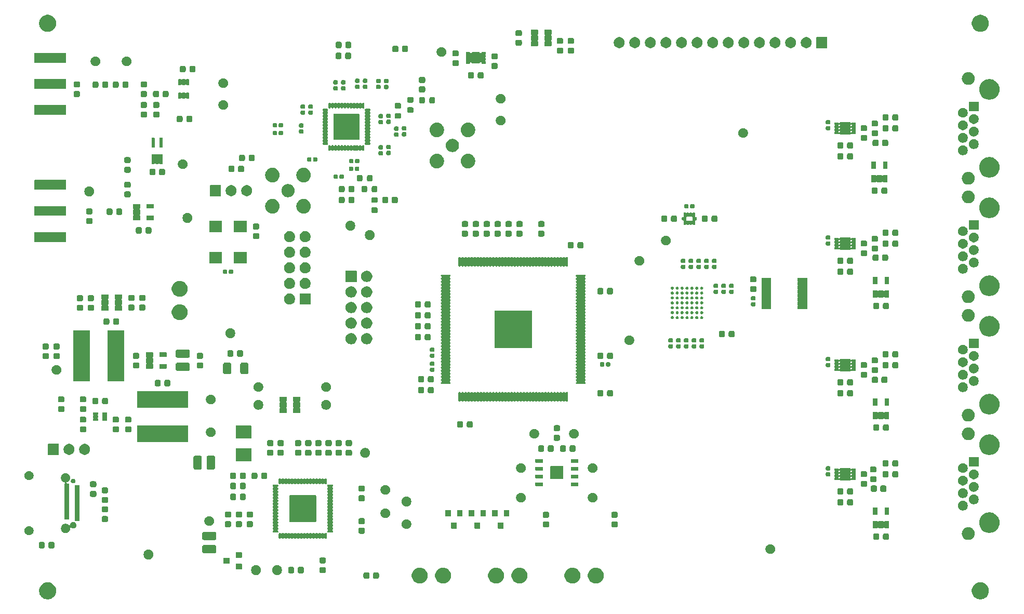
<source format=gbr>
G04 #@! TF.GenerationSoftware,KiCad,Pcbnew,9.0.0-9.0.0-2~ubuntu24.04.1*
G04 #@! TF.CreationDate,2025-03-10T11:07:59+01:00*
G04 #@! TF.ProjectId,Transmitter,5472616e-736d-4697-9474-65722e6b6963,rev?*
G04 #@! TF.SameCoordinates,Original*
G04 #@! TF.FileFunction,Soldermask,Top*
G04 #@! TF.FilePolarity,Negative*
%FSLAX46Y46*%
G04 Gerber Fmt 4.6, Leading zero omitted, Abs format (unit mm)*
G04 Created by KiCad (PCBNEW 9.0.0-9.0.0-2~ubuntu24.04.1) date 2025-03-10 11:07:59*
%MOMM*%
%LPD*%
G01*
G04 APERTURE LIST*
G04 APERTURE END LIST*
G36*
X59327057Y-144887710D02*
G01*
X59536139Y-144955645D01*
X59732020Y-145055451D01*
X59909877Y-145184671D01*
X60065329Y-145340123D01*
X60194549Y-145517980D01*
X60294355Y-145713861D01*
X60362290Y-145922943D01*
X60396681Y-146140079D01*
X60396681Y-146359921D01*
X60362290Y-146577057D01*
X60294355Y-146786139D01*
X60194549Y-146982020D01*
X60065329Y-147159877D01*
X59909877Y-147315329D01*
X59732020Y-147444549D01*
X59536139Y-147544355D01*
X59327057Y-147612290D01*
X59109921Y-147646681D01*
X58890079Y-147646681D01*
X58672943Y-147612290D01*
X58463861Y-147544355D01*
X58267980Y-147444549D01*
X58090123Y-147315329D01*
X57934671Y-147159877D01*
X57805451Y-146982020D01*
X57705645Y-146786139D01*
X57637710Y-146577057D01*
X57603319Y-146359921D01*
X57603319Y-146140079D01*
X57637710Y-145922943D01*
X57705645Y-145713861D01*
X57805451Y-145517980D01*
X57934671Y-145340123D01*
X58090123Y-145184671D01*
X58267980Y-145055451D01*
X58463861Y-144955645D01*
X58672943Y-144887710D01*
X58890079Y-144853319D01*
X59109921Y-144853319D01*
X59327057Y-144887710D01*
G37*
G36*
X211327057Y-144887710D02*
G01*
X211536139Y-144955645D01*
X211732020Y-145055451D01*
X211909877Y-145184671D01*
X212065329Y-145340123D01*
X212194549Y-145517980D01*
X212294355Y-145713861D01*
X212362290Y-145922943D01*
X212396681Y-146140079D01*
X212396681Y-146359921D01*
X212362290Y-146577057D01*
X212294355Y-146786139D01*
X212194549Y-146982020D01*
X212065329Y-147159877D01*
X211909877Y-147315329D01*
X211732020Y-147444549D01*
X211536139Y-147544355D01*
X211327057Y-147612290D01*
X211109921Y-147646681D01*
X210890079Y-147646681D01*
X210672943Y-147612290D01*
X210463861Y-147544355D01*
X210267980Y-147444549D01*
X210090123Y-147315329D01*
X209934671Y-147159877D01*
X209805451Y-146982020D01*
X209705645Y-146786139D01*
X209637710Y-146577057D01*
X209603319Y-146359921D01*
X209603319Y-146140079D01*
X209637710Y-145922943D01*
X209705645Y-145713861D01*
X209805451Y-145517980D01*
X209934671Y-145340123D01*
X210090123Y-145184671D01*
X210267980Y-145055451D01*
X210463861Y-144955645D01*
X210672943Y-144887710D01*
X210890079Y-144853319D01*
X211109921Y-144853319D01*
X211327057Y-144887710D01*
G37*
G36*
X119937712Y-142498947D02*
G01*
X120131871Y-142562033D01*
X120313771Y-142654715D01*
X120478932Y-142774712D01*
X120623288Y-142919068D01*
X120743285Y-143084229D01*
X120835967Y-143266129D01*
X120899053Y-143460288D01*
X120930989Y-143661925D01*
X120930989Y-143866075D01*
X120899053Y-144067712D01*
X120835967Y-144261871D01*
X120743285Y-144443771D01*
X120623288Y-144608932D01*
X120478932Y-144753288D01*
X120313771Y-144873285D01*
X120131871Y-144965967D01*
X119937712Y-145029053D01*
X119736075Y-145060989D01*
X119531925Y-145060989D01*
X119330288Y-145029053D01*
X119136129Y-144965967D01*
X118954229Y-144873285D01*
X118789068Y-144753288D01*
X118644712Y-144608932D01*
X118524715Y-144443771D01*
X118432033Y-144261871D01*
X118368947Y-144067712D01*
X118337011Y-143866075D01*
X118337011Y-143661925D01*
X118368947Y-143460288D01*
X118432033Y-143266129D01*
X118524715Y-143084229D01*
X118644712Y-142919068D01*
X118789068Y-142774712D01*
X118954229Y-142654715D01*
X119136129Y-142562033D01*
X119330288Y-142498947D01*
X119531925Y-142467011D01*
X119736075Y-142467011D01*
X119937712Y-142498947D01*
G37*
G36*
X123747712Y-142498947D02*
G01*
X123941871Y-142562033D01*
X124123771Y-142654715D01*
X124288932Y-142774712D01*
X124433288Y-142919068D01*
X124553285Y-143084229D01*
X124645967Y-143266129D01*
X124709053Y-143460288D01*
X124740989Y-143661925D01*
X124740989Y-143866075D01*
X124709053Y-144067712D01*
X124645967Y-144261871D01*
X124553285Y-144443771D01*
X124433288Y-144608932D01*
X124288932Y-144753288D01*
X124123771Y-144873285D01*
X123941871Y-144965967D01*
X123747712Y-145029053D01*
X123546075Y-145060989D01*
X123341925Y-145060989D01*
X123140288Y-145029053D01*
X122946129Y-144965967D01*
X122764229Y-144873285D01*
X122599068Y-144753288D01*
X122454712Y-144608932D01*
X122334715Y-144443771D01*
X122242033Y-144261871D01*
X122178947Y-144067712D01*
X122147011Y-143866075D01*
X122147011Y-143661925D01*
X122178947Y-143460288D01*
X122242033Y-143266129D01*
X122334715Y-143084229D01*
X122454712Y-142919068D01*
X122599068Y-142774712D01*
X122764229Y-142654715D01*
X122946129Y-142562033D01*
X123140288Y-142498947D01*
X123341925Y-142467011D01*
X123546075Y-142467011D01*
X123747712Y-142498947D01*
G37*
G36*
X132383712Y-142498947D02*
G01*
X132577871Y-142562033D01*
X132759771Y-142654715D01*
X132924932Y-142774712D01*
X133069288Y-142919068D01*
X133189285Y-143084229D01*
X133281967Y-143266129D01*
X133345053Y-143460288D01*
X133376989Y-143661925D01*
X133376989Y-143866075D01*
X133345053Y-144067712D01*
X133281967Y-144261871D01*
X133189285Y-144443771D01*
X133069288Y-144608932D01*
X132924932Y-144753288D01*
X132759771Y-144873285D01*
X132577871Y-144965967D01*
X132383712Y-145029053D01*
X132182075Y-145060989D01*
X131977925Y-145060989D01*
X131776288Y-145029053D01*
X131582129Y-144965967D01*
X131400229Y-144873285D01*
X131235068Y-144753288D01*
X131090712Y-144608932D01*
X130970715Y-144443771D01*
X130878033Y-144261871D01*
X130814947Y-144067712D01*
X130783011Y-143866075D01*
X130783011Y-143661925D01*
X130814947Y-143460288D01*
X130878033Y-143266129D01*
X130970715Y-143084229D01*
X131090712Y-142919068D01*
X131235068Y-142774712D01*
X131400229Y-142654715D01*
X131582129Y-142562033D01*
X131776288Y-142498947D01*
X131977925Y-142467011D01*
X132182075Y-142467011D01*
X132383712Y-142498947D01*
G37*
G36*
X136193712Y-142498947D02*
G01*
X136387871Y-142562033D01*
X136569771Y-142654715D01*
X136734932Y-142774712D01*
X136879288Y-142919068D01*
X136999285Y-143084229D01*
X137091967Y-143266129D01*
X137155053Y-143460288D01*
X137186989Y-143661925D01*
X137186989Y-143866075D01*
X137155053Y-144067712D01*
X137091967Y-144261871D01*
X136999285Y-144443771D01*
X136879288Y-144608932D01*
X136734932Y-144753288D01*
X136569771Y-144873285D01*
X136387871Y-144965967D01*
X136193712Y-145029053D01*
X135992075Y-145060989D01*
X135787925Y-145060989D01*
X135586288Y-145029053D01*
X135392129Y-144965967D01*
X135210229Y-144873285D01*
X135045068Y-144753288D01*
X134900712Y-144608932D01*
X134780715Y-144443771D01*
X134688033Y-144261871D01*
X134624947Y-144067712D01*
X134593011Y-143866075D01*
X134593011Y-143661925D01*
X134624947Y-143460288D01*
X134688033Y-143266129D01*
X134780715Y-143084229D01*
X134900712Y-142919068D01*
X135045068Y-142774712D01*
X135210229Y-142654715D01*
X135392129Y-142562033D01*
X135586288Y-142498947D01*
X135787925Y-142467011D01*
X135992075Y-142467011D01*
X136193712Y-142498947D01*
G37*
G36*
X144829712Y-142498947D02*
G01*
X145023871Y-142562033D01*
X145205771Y-142654715D01*
X145370932Y-142774712D01*
X145515288Y-142919068D01*
X145635285Y-143084229D01*
X145727967Y-143266129D01*
X145791053Y-143460288D01*
X145822989Y-143661925D01*
X145822989Y-143866075D01*
X145791053Y-144067712D01*
X145727967Y-144261871D01*
X145635285Y-144443771D01*
X145515288Y-144608932D01*
X145370932Y-144753288D01*
X145205771Y-144873285D01*
X145023871Y-144965967D01*
X144829712Y-145029053D01*
X144628075Y-145060989D01*
X144423925Y-145060989D01*
X144222288Y-145029053D01*
X144028129Y-144965967D01*
X143846229Y-144873285D01*
X143681068Y-144753288D01*
X143536712Y-144608932D01*
X143416715Y-144443771D01*
X143324033Y-144261871D01*
X143260947Y-144067712D01*
X143229011Y-143866075D01*
X143229011Y-143661925D01*
X143260947Y-143460288D01*
X143324033Y-143266129D01*
X143416715Y-143084229D01*
X143536712Y-142919068D01*
X143681068Y-142774712D01*
X143846229Y-142654715D01*
X144028129Y-142562033D01*
X144222288Y-142498947D01*
X144423925Y-142467011D01*
X144628075Y-142467011D01*
X144829712Y-142498947D01*
G37*
G36*
X148639712Y-142498947D02*
G01*
X148833871Y-142562033D01*
X149015771Y-142654715D01*
X149180932Y-142774712D01*
X149325288Y-142919068D01*
X149445285Y-143084229D01*
X149537967Y-143266129D01*
X149601053Y-143460288D01*
X149632989Y-143661925D01*
X149632989Y-143866075D01*
X149601053Y-144067712D01*
X149537967Y-144261871D01*
X149445285Y-144443771D01*
X149325288Y-144608932D01*
X149180932Y-144753288D01*
X149015771Y-144873285D01*
X148833871Y-144965967D01*
X148639712Y-145029053D01*
X148438075Y-145060989D01*
X148233925Y-145060989D01*
X148032288Y-145029053D01*
X147838129Y-144965967D01*
X147656229Y-144873285D01*
X147491068Y-144753288D01*
X147346712Y-144608932D01*
X147226715Y-144443771D01*
X147134033Y-144261871D01*
X147070947Y-144067712D01*
X147039011Y-143866075D01*
X147039011Y-143661925D01*
X147070947Y-143460288D01*
X147134033Y-143266129D01*
X147226715Y-143084229D01*
X147346712Y-142919068D01*
X147491068Y-142774712D01*
X147656229Y-142654715D01*
X147838129Y-142562033D01*
X148032288Y-142498947D01*
X148233925Y-142467011D01*
X148438075Y-142467011D01*
X148639712Y-142498947D01*
G37*
G36*
X111204194Y-143245646D02*
G01*
X111248626Y-143252684D01*
X111254423Y-143255637D01*
X111268979Y-143258533D01*
X111297473Y-143277572D01*
X111323387Y-143290776D01*
X111335778Y-143303167D01*
X111356492Y-143317008D01*
X111370332Y-143337721D01*
X111382723Y-143350112D01*
X111395925Y-143376023D01*
X111414967Y-143404521D01*
X111417862Y-143419078D01*
X111420815Y-143424873D01*
X111427849Y-143469284D01*
X111435500Y-143507750D01*
X111435500Y-144020250D01*
X111427848Y-144058718D01*
X111420815Y-144103126D01*
X111417862Y-144108919D01*
X111414967Y-144123479D01*
X111395923Y-144151979D01*
X111382723Y-144177887D01*
X111370334Y-144190275D01*
X111356492Y-144210992D01*
X111335775Y-144224834D01*
X111323387Y-144237223D01*
X111297479Y-144250423D01*
X111268979Y-144269467D01*
X111254419Y-144272362D01*
X111248626Y-144275315D01*
X111204218Y-144282348D01*
X111165750Y-144290000D01*
X110728250Y-144290000D01*
X110689784Y-144282349D01*
X110645373Y-144275315D01*
X110639578Y-144272362D01*
X110625021Y-144269467D01*
X110596523Y-144250425D01*
X110570612Y-144237223D01*
X110558221Y-144224832D01*
X110537508Y-144210992D01*
X110523667Y-144190278D01*
X110511276Y-144177887D01*
X110498072Y-144151973D01*
X110479033Y-144123479D01*
X110476137Y-144108923D01*
X110473184Y-144103126D01*
X110466146Y-144058694D01*
X110458500Y-144020250D01*
X110458500Y-143507750D01*
X110466146Y-143469309D01*
X110473184Y-143424873D01*
X110476138Y-143419075D01*
X110479033Y-143404521D01*
X110498070Y-143376029D01*
X110511276Y-143350112D01*
X110523669Y-143337718D01*
X110537508Y-143317008D01*
X110558218Y-143303169D01*
X110570612Y-143290776D01*
X110596529Y-143277570D01*
X110625021Y-143258533D01*
X110639575Y-143255638D01*
X110645373Y-143252684D01*
X110689809Y-143245646D01*
X110728250Y-143238000D01*
X111165750Y-143238000D01*
X111204194Y-143245646D01*
G37*
G36*
X112779194Y-143245646D02*
G01*
X112823626Y-143252684D01*
X112829423Y-143255637D01*
X112843979Y-143258533D01*
X112872473Y-143277572D01*
X112898387Y-143290776D01*
X112910778Y-143303167D01*
X112931492Y-143317008D01*
X112945332Y-143337721D01*
X112957723Y-143350112D01*
X112970925Y-143376023D01*
X112989967Y-143404521D01*
X112992862Y-143419078D01*
X112995815Y-143424873D01*
X113002849Y-143469284D01*
X113010500Y-143507750D01*
X113010500Y-144020250D01*
X113002848Y-144058718D01*
X112995815Y-144103126D01*
X112992862Y-144108919D01*
X112989967Y-144123479D01*
X112970923Y-144151979D01*
X112957723Y-144177887D01*
X112945334Y-144190275D01*
X112931492Y-144210992D01*
X112910775Y-144224834D01*
X112898387Y-144237223D01*
X112872479Y-144250423D01*
X112843979Y-144269467D01*
X112829419Y-144272362D01*
X112823626Y-144275315D01*
X112779218Y-144282348D01*
X112740750Y-144290000D01*
X112303250Y-144290000D01*
X112264784Y-144282349D01*
X112220373Y-144275315D01*
X112214578Y-144272362D01*
X112200021Y-144269467D01*
X112171523Y-144250425D01*
X112145612Y-144237223D01*
X112133221Y-144224832D01*
X112112508Y-144210992D01*
X112098667Y-144190278D01*
X112086276Y-144177887D01*
X112073072Y-144151973D01*
X112054033Y-144123479D01*
X112051137Y-144108923D01*
X112048184Y-144103126D01*
X112041146Y-144058694D01*
X112033500Y-144020250D01*
X112033500Y-143507750D01*
X112041146Y-143469309D01*
X112048184Y-143424873D01*
X112051138Y-143419075D01*
X112054033Y-143404521D01*
X112073070Y-143376029D01*
X112086276Y-143350112D01*
X112098669Y-143337718D01*
X112112508Y-143317008D01*
X112133218Y-143303169D01*
X112145612Y-143290776D01*
X112171529Y-143277570D01*
X112200021Y-143258533D01*
X112214575Y-143255638D01*
X112220373Y-143252684D01*
X112264809Y-143245646D01*
X112303250Y-143238000D01*
X112740750Y-143238000D01*
X112779194Y-143245646D01*
G37*
G36*
X93196518Y-142108491D02*
G01*
X93341589Y-142168581D01*
X93472149Y-142255819D01*
X93583181Y-142366851D01*
X93670419Y-142497411D01*
X93730509Y-142642482D01*
X93761143Y-142796488D01*
X93761143Y-142953512D01*
X93730509Y-143107518D01*
X93670419Y-143252589D01*
X93583181Y-143383149D01*
X93472149Y-143494181D01*
X93341589Y-143581419D01*
X93196518Y-143641509D01*
X93042512Y-143672143D01*
X92885488Y-143672143D01*
X92731482Y-143641509D01*
X92586411Y-143581419D01*
X92455851Y-143494181D01*
X92344819Y-143383149D01*
X92257581Y-143252589D01*
X92197491Y-143107518D01*
X92166857Y-142953512D01*
X92166857Y-142796488D01*
X92197491Y-142642482D01*
X92257581Y-142497411D01*
X92344819Y-142366851D01*
X92455851Y-142255819D01*
X92586411Y-142168581D01*
X92731482Y-142108491D01*
X92885488Y-142077857D01*
X93042512Y-142077857D01*
X93196518Y-142108491D01*
G37*
G36*
X96625518Y-142108491D02*
G01*
X96770589Y-142168581D01*
X96901149Y-142255819D01*
X97012181Y-142366851D01*
X97099419Y-142497411D01*
X97159509Y-142642482D01*
X97190143Y-142796488D01*
X97190143Y-142953512D01*
X97159509Y-143107518D01*
X97099419Y-143252589D01*
X97012181Y-143383149D01*
X96901149Y-143494181D01*
X96770589Y-143581419D01*
X96625518Y-143641509D01*
X96471512Y-143672143D01*
X96314488Y-143672143D01*
X96160482Y-143641509D01*
X96015411Y-143581419D01*
X95884851Y-143494181D01*
X95773819Y-143383149D01*
X95686581Y-143252589D01*
X95626491Y-143107518D01*
X95595857Y-142953512D01*
X95595857Y-142796488D01*
X95626491Y-142642482D01*
X95686581Y-142497411D01*
X95773819Y-142366851D01*
X95884851Y-142255819D01*
X96015411Y-142168581D01*
X96160482Y-142108491D01*
X96314488Y-142077857D01*
X96471512Y-142077857D01*
X96625518Y-142108491D01*
G37*
G36*
X98948694Y-142356646D02*
G01*
X98993126Y-142363684D01*
X98998923Y-142366637D01*
X99013479Y-142369533D01*
X99041973Y-142388572D01*
X99067887Y-142401776D01*
X99080278Y-142414167D01*
X99100992Y-142428008D01*
X99114832Y-142448721D01*
X99127223Y-142461112D01*
X99140425Y-142487023D01*
X99159467Y-142515521D01*
X99162362Y-142530078D01*
X99165315Y-142535873D01*
X99172349Y-142580284D01*
X99180000Y-142618750D01*
X99180000Y-143131250D01*
X99172348Y-143169718D01*
X99165315Y-143214126D01*
X99162362Y-143219919D01*
X99159467Y-143234479D01*
X99140423Y-143262979D01*
X99127223Y-143288887D01*
X99114834Y-143301275D01*
X99100992Y-143321992D01*
X99080275Y-143335834D01*
X99067887Y-143348223D01*
X99041979Y-143361423D01*
X99013479Y-143380467D01*
X98998919Y-143383362D01*
X98993126Y-143386315D01*
X98948718Y-143393348D01*
X98910250Y-143401000D01*
X98472750Y-143401000D01*
X98434284Y-143393349D01*
X98389873Y-143386315D01*
X98384078Y-143383362D01*
X98369521Y-143380467D01*
X98341023Y-143361425D01*
X98315112Y-143348223D01*
X98302721Y-143335832D01*
X98282008Y-143321992D01*
X98268167Y-143301278D01*
X98255776Y-143288887D01*
X98242572Y-143262973D01*
X98223533Y-143234479D01*
X98220637Y-143219923D01*
X98217684Y-143214126D01*
X98210646Y-143169694D01*
X98203000Y-143131250D01*
X98203000Y-142618750D01*
X98210646Y-142580309D01*
X98217684Y-142535873D01*
X98220638Y-142530075D01*
X98223533Y-142515521D01*
X98242570Y-142487029D01*
X98255776Y-142461112D01*
X98268169Y-142448718D01*
X98282008Y-142428008D01*
X98302718Y-142414169D01*
X98315112Y-142401776D01*
X98341029Y-142388570D01*
X98369521Y-142369533D01*
X98384075Y-142366638D01*
X98389873Y-142363684D01*
X98434309Y-142356646D01*
X98472750Y-142349000D01*
X98910250Y-142349000D01*
X98948694Y-142356646D01*
G37*
G36*
X100523694Y-142356646D02*
G01*
X100568126Y-142363684D01*
X100573923Y-142366637D01*
X100588479Y-142369533D01*
X100616973Y-142388572D01*
X100642887Y-142401776D01*
X100655278Y-142414167D01*
X100675992Y-142428008D01*
X100689832Y-142448721D01*
X100702223Y-142461112D01*
X100715425Y-142487023D01*
X100734467Y-142515521D01*
X100737362Y-142530078D01*
X100740315Y-142535873D01*
X100747349Y-142580284D01*
X100755000Y-142618750D01*
X100755000Y-143131250D01*
X100747348Y-143169718D01*
X100740315Y-143214126D01*
X100737362Y-143219919D01*
X100734467Y-143234479D01*
X100715423Y-143262979D01*
X100702223Y-143288887D01*
X100689834Y-143301275D01*
X100675992Y-143321992D01*
X100655275Y-143335834D01*
X100642887Y-143348223D01*
X100616979Y-143361423D01*
X100588479Y-143380467D01*
X100573919Y-143383362D01*
X100568126Y-143386315D01*
X100523718Y-143393348D01*
X100485250Y-143401000D01*
X100047750Y-143401000D01*
X100009284Y-143393349D01*
X99964873Y-143386315D01*
X99959078Y-143383362D01*
X99944521Y-143380467D01*
X99916023Y-143361425D01*
X99890112Y-143348223D01*
X99877721Y-143335832D01*
X99857008Y-143321992D01*
X99843167Y-143301278D01*
X99830776Y-143288887D01*
X99817572Y-143262973D01*
X99798533Y-143234479D01*
X99795637Y-143219923D01*
X99792684Y-143214126D01*
X99785646Y-143169694D01*
X99778000Y-143131250D01*
X99778000Y-142618750D01*
X99785646Y-142580309D01*
X99792684Y-142535873D01*
X99795638Y-142530075D01*
X99798533Y-142515521D01*
X99817570Y-142487029D01*
X99830776Y-142461112D01*
X99843169Y-142448718D01*
X99857008Y-142428008D01*
X99877718Y-142414169D01*
X99890112Y-142401776D01*
X99916029Y-142388570D01*
X99944521Y-142369533D01*
X99959075Y-142366638D01*
X99964873Y-142363684D01*
X100009309Y-142356646D01*
X100047750Y-142349000D01*
X100485250Y-142349000D01*
X100523694Y-142356646D01*
G37*
G36*
X104117194Y-142394146D02*
G01*
X104161626Y-142401184D01*
X104167423Y-142404137D01*
X104181979Y-142407033D01*
X104210473Y-142426072D01*
X104236387Y-142439276D01*
X104248778Y-142451667D01*
X104269492Y-142465508D01*
X104283332Y-142486221D01*
X104295723Y-142498612D01*
X104308925Y-142524523D01*
X104327967Y-142553021D01*
X104330862Y-142567578D01*
X104333815Y-142573373D01*
X104340849Y-142617784D01*
X104348500Y-142656250D01*
X104348500Y-143093750D01*
X104340848Y-143132218D01*
X104333815Y-143176626D01*
X104330862Y-143182419D01*
X104327967Y-143196979D01*
X104308923Y-143225479D01*
X104295723Y-143251387D01*
X104283334Y-143263775D01*
X104269492Y-143284492D01*
X104248775Y-143298334D01*
X104236387Y-143310723D01*
X104210479Y-143323923D01*
X104181979Y-143342967D01*
X104167419Y-143345862D01*
X104161626Y-143348815D01*
X104117218Y-143355848D01*
X104078750Y-143363500D01*
X103566250Y-143363500D01*
X103527784Y-143355849D01*
X103483373Y-143348815D01*
X103477578Y-143345862D01*
X103463021Y-143342967D01*
X103434523Y-143323925D01*
X103408612Y-143310723D01*
X103396221Y-143298332D01*
X103375508Y-143284492D01*
X103361667Y-143263778D01*
X103349276Y-143251387D01*
X103336072Y-143225473D01*
X103317033Y-143196979D01*
X103314137Y-143182423D01*
X103311184Y-143176626D01*
X103304146Y-143132194D01*
X103296500Y-143093750D01*
X103296500Y-142656250D01*
X103304146Y-142617809D01*
X103311184Y-142573373D01*
X103314138Y-142567575D01*
X103317033Y-142553021D01*
X103336070Y-142524529D01*
X103349276Y-142498612D01*
X103361669Y-142486218D01*
X103375508Y-142465508D01*
X103396218Y-142451669D01*
X103408612Y-142439276D01*
X103434529Y-142426070D01*
X103463021Y-142407033D01*
X103477575Y-142404138D01*
X103483373Y-142401184D01*
X103527809Y-142394146D01*
X103566250Y-142386500D01*
X104078750Y-142386500D01*
X104117194Y-142394146D01*
G37*
G36*
X90623517Y-141853882D02*
G01*
X90640062Y-141864938D01*
X90651118Y-141881483D01*
X90655000Y-141901000D01*
X90655000Y-142701000D01*
X90651118Y-142720517D01*
X90640062Y-142737062D01*
X90623517Y-142748118D01*
X90604000Y-142752000D01*
X89704000Y-142752000D01*
X89684483Y-142748118D01*
X89667938Y-142737062D01*
X89656882Y-142720517D01*
X89653000Y-142701000D01*
X89653000Y-141901000D01*
X89656882Y-141881483D01*
X89667938Y-141864938D01*
X89684483Y-141853882D01*
X89704000Y-141850000D01*
X90604000Y-141850000D01*
X90623517Y-141853882D01*
G37*
G36*
X88623517Y-140903882D02*
G01*
X88640062Y-140914938D01*
X88651118Y-140931483D01*
X88655000Y-140951000D01*
X88655000Y-141751000D01*
X88651118Y-141770517D01*
X88640062Y-141787062D01*
X88623517Y-141798118D01*
X88604000Y-141802000D01*
X87704000Y-141802000D01*
X87684483Y-141798118D01*
X87667938Y-141787062D01*
X87656882Y-141770517D01*
X87653000Y-141751000D01*
X87653000Y-140951000D01*
X87656882Y-140931483D01*
X87667938Y-140914938D01*
X87684483Y-140903882D01*
X87704000Y-140900000D01*
X88604000Y-140900000D01*
X88623517Y-140903882D01*
G37*
G36*
X104117194Y-140819146D02*
G01*
X104161626Y-140826184D01*
X104167423Y-140829137D01*
X104181979Y-140832033D01*
X104210473Y-140851072D01*
X104236387Y-140864276D01*
X104248778Y-140876667D01*
X104269492Y-140890508D01*
X104283332Y-140911221D01*
X104295723Y-140923612D01*
X104308925Y-140949523D01*
X104327967Y-140978021D01*
X104330862Y-140992578D01*
X104333815Y-140998373D01*
X104340849Y-141042784D01*
X104348500Y-141081250D01*
X104348500Y-141518750D01*
X104340848Y-141557218D01*
X104333815Y-141601626D01*
X104330862Y-141607419D01*
X104327967Y-141621979D01*
X104308923Y-141650479D01*
X104295723Y-141676387D01*
X104283334Y-141688775D01*
X104269492Y-141709492D01*
X104248775Y-141723334D01*
X104236387Y-141735723D01*
X104210479Y-141748923D01*
X104181979Y-141767967D01*
X104167419Y-141770862D01*
X104161626Y-141773815D01*
X104117218Y-141780848D01*
X104078750Y-141788500D01*
X103566250Y-141788500D01*
X103527784Y-141780849D01*
X103483373Y-141773815D01*
X103477578Y-141770862D01*
X103463021Y-141767967D01*
X103434523Y-141748925D01*
X103408612Y-141735723D01*
X103396221Y-141723332D01*
X103375508Y-141709492D01*
X103361667Y-141688778D01*
X103349276Y-141676387D01*
X103336072Y-141650473D01*
X103317033Y-141621979D01*
X103314137Y-141607423D01*
X103311184Y-141601626D01*
X103304146Y-141557194D01*
X103296500Y-141518750D01*
X103296500Y-141081250D01*
X103304146Y-141042809D01*
X103311184Y-140998373D01*
X103314138Y-140992575D01*
X103317033Y-140978021D01*
X103336070Y-140949529D01*
X103349276Y-140923612D01*
X103361669Y-140911218D01*
X103375508Y-140890508D01*
X103396218Y-140876669D01*
X103408612Y-140864276D01*
X103434529Y-140851070D01*
X103463021Y-140832033D01*
X103477575Y-140829138D01*
X103483373Y-140826184D01*
X103527809Y-140819146D01*
X103566250Y-140811500D01*
X104078750Y-140811500D01*
X104117194Y-140819146D01*
G37*
G36*
X75670518Y-139568491D02*
G01*
X75815589Y-139628581D01*
X75946149Y-139715819D01*
X76057181Y-139826851D01*
X76144419Y-139957411D01*
X76204509Y-140102482D01*
X76235143Y-140256488D01*
X76235143Y-140413512D01*
X76204509Y-140567518D01*
X76144419Y-140712589D01*
X76057181Y-140843149D01*
X75946149Y-140954181D01*
X75815589Y-141041419D01*
X75670518Y-141101509D01*
X75516512Y-141132143D01*
X75359488Y-141132143D01*
X75205482Y-141101509D01*
X75060411Y-141041419D01*
X74929851Y-140954181D01*
X74818819Y-140843149D01*
X74731581Y-140712589D01*
X74671491Y-140567518D01*
X74640857Y-140413512D01*
X74640857Y-140256488D01*
X74671491Y-140102482D01*
X74731581Y-139957411D01*
X74818819Y-139826851D01*
X74929851Y-139715819D01*
X75060411Y-139628581D01*
X75205482Y-139568491D01*
X75359488Y-139537857D01*
X75516512Y-139537857D01*
X75670518Y-139568491D01*
G37*
G36*
X90623517Y-139953882D02*
G01*
X90640062Y-139964938D01*
X90651118Y-139981483D01*
X90655000Y-140001000D01*
X90655000Y-140801000D01*
X90651118Y-140820517D01*
X90640062Y-140837062D01*
X90623517Y-140848118D01*
X90604000Y-140852000D01*
X89704000Y-140852000D01*
X89684483Y-140848118D01*
X89667938Y-140837062D01*
X89656882Y-140820517D01*
X89653000Y-140801000D01*
X89653000Y-140001000D01*
X89656882Y-139981483D01*
X89667938Y-139964938D01*
X89684483Y-139953882D01*
X89704000Y-139950000D01*
X90604000Y-139950000D01*
X90623517Y-139953882D01*
G37*
G36*
X177016518Y-138679491D02*
G01*
X177161589Y-138739581D01*
X177292149Y-138826819D01*
X177403181Y-138937851D01*
X177490419Y-139068411D01*
X177550509Y-139213482D01*
X177581143Y-139367488D01*
X177581143Y-139524512D01*
X177550509Y-139678518D01*
X177490419Y-139823589D01*
X177403181Y-139954149D01*
X177292149Y-140065181D01*
X177161589Y-140152419D01*
X177016518Y-140212509D01*
X176862512Y-140243143D01*
X176705488Y-140243143D01*
X176551482Y-140212509D01*
X176406411Y-140152419D01*
X176275851Y-140065181D01*
X176164819Y-139954149D01*
X176077581Y-139823589D01*
X176017491Y-139678518D01*
X175986857Y-139524512D01*
X175986857Y-139367488D01*
X176017491Y-139213482D01*
X176077581Y-139068411D01*
X176164819Y-138937851D01*
X176275851Y-138826819D01*
X176406411Y-138739581D01*
X176551482Y-138679491D01*
X176705488Y-138648857D01*
X176862512Y-138648857D01*
X177016518Y-138679491D01*
G37*
G36*
X86262914Y-138777995D02*
G01*
X86278726Y-138784976D01*
X86286531Y-138786213D01*
X86319039Y-138802776D01*
X86364106Y-138822676D01*
X86442324Y-138900894D01*
X86462226Y-138945967D01*
X86478786Y-138978468D01*
X86480021Y-138986270D01*
X86487005Y-139002086D01*
X86495000Y-139071000D01*
X86495000Y-139821000D01*
X86487005Y-139889914D01*
X86480021Y-139905729D01*
X86478786Y-139913531D01*
X86462229Y-139946024D01*
X86442324Y-139991106D01*
X86364106Y-140069324D01*
X86319024Y-140089229D01*
X86286531Y-140105786D01*
X86278729Y-140107021D01*
X86262914Y-140114005D01*
X86194000Y-140122000D01*
X84494000Y-140122000D01*
X84425086Y-140114005D01*
X84409270Y-140107021D01*
X84401468Y-140105786D01*
X84368967Y-140089226D01*
X84323894Y-140069324D01*
X84245676Y-139991106D01*
X84225776Y-139946039D01*
X84209213Y-139913531D01*
X84207976Y-139905726D01*
X84200995Y-139889914D01*
X84193000Y-139821000D01*
X84193000Y-139071000D01*
X84200995Y-139002086D01*
X84207976Y-138986274D01*
X84209213Y-138978468D01*
X84225780Y-138945953D01*
X84245676Y-138900894D01*
X84323894Y-138822676D01*
X84368953Y-138802780D01*
X84401468Y-138786213D01*
X84409274Y-138784976D01*
X84425086Y-138777995D01*
X84494000Y-138770000D01*
X86194000Y-138770000D01*
X86262914Y-138777995D01*
G37*
G36*
X58296194Y-138292646D02*
G01*
X58340626Y-138299684D01*
X58346423Y-138302637D01*
X58360979Y-138305533D01*
X58389473Y-138324572D01*
X58415387Y-138337776D01*
X58427778Y-138350167D01*
X58448492Y-138364008D01*
X58462332Y-138384721D01*
X58474723Y-138397112D01*
X58487925Y-138423023D01*
X58506967Y-138451521D01*
X58509862Y-138466078D01*
X58512815Y-138471873D01*
X58519849Y-138516284D01*
X58527500Y-138554750D01*
X58527500Y-139067250D01*
X58519848Y-139105718D01*
X58512815Y-139150126D01*
X58509862Y-139155919D01*
X58506967Y-139170479D01*
X58487923Y-139198979D01*
X58474723Y-139224887D01*
X58462334Y-139237275D01*
X58448492Y-139257992D01*
X58427775Y-139271834D01*
X58415387Y-139284223D01*
X58389479Y-139297423D01*
X58360979Y-139316467D01*
X58346419Y-139319362D01*
X58340626Y-139322315D01*
X58296218Y-139329348D01*
X58257750Y-139337000D01*
X57820250Y-139337000D01*
X57781784Y-139329349D01*
X57737373Y-139322315D01*
X57731578Y-139319362D01*
X57717021Y-139316467D01*
X57688523Y-139297425D01*
X57662612Y-139284223D01*
X57650221Y-139271832D01*
X57629508Y-139257992D01*
X57615667Y-139237278D01*
X57603276Y-139224887D01*
X57590072Y-139198973D01*
X57571033Y-139170479D01*
X57568137Y-139155923D01*
X57565184Y-139150126D01*
X57558146Y-139105694D01*
X57550500Y-139067250D01*
X57550500Y-138554750D01*
X57558146Y-138516309D01*
X57565184Y-138471873D01*
X57568138Y-138466075D01*
X57571033Y-138451521D01*
X57590070Y-138423029D01*
X57603276Y-138397112D01*
X57615669Y-138384718D01*
X57629508Y-138364008D01*
X57650218Y-138350169D01*
X57662612Y-138337776D01*
X57688529Y-138324570D01*
X57717021Y-138305533D01*
X57731575Y-138302638D01*
X57737373Y-138299684D01*
X57781809Y-138292646D01*
X57820250Y-138285000D01*
X58257750Y-138285000D01*
X58296194Y-138292646D01*
G37*
G36*
X59871194Y-138292646D02*
G01*
X59915626Y-138299684D01*
X59921423Y-138302637D01*
X59935979Y-138305533D01*
X59964473Y-138324572D01*
X59990387Y-138337776D01*
X60002778Y-138350167D01*
X60023492Y-138364008D01*
X60037332Y-138384721D01*
X60049723Y-138397112D01*
X60062925Y-138423023D01*
X60081967Y-138451521D01*
X60084862Y-138466078D01*
X60087815Y-138471873D01*
X60094849Y-138516284D01*
X60102500Y-138554750D01*
X60102500Y-139067250D01*
X60094848Y-139105718D01*
X60087815Y-139150126D01*
X60084862Y-139155919D01*
X60081967Y-139170479D01*
X60062923Y-139198979D01*
X60049723Y-139224887D01*
X60037334Y-139237275D01*
X60023492Y-139257992D01*
X60002775Y-139271834D01*
X59990387Y-139284223D01*
X59964479Y-139297423D01*
X59935979Y-139316467D01*
X59921419Y-139319362D01*
X59915626Y-139322315D01*
X59871218Y-139329348D01*
X59832750Y-139337000D01*
X59395250Y-139337000D01*
X59356784Y-139329349D01*
X59312373Y-139322315D01*
X59306578Y-139319362D01*
X59292021Y-139316467D01*
X59263523Y-139297425D01*
X59237612Y-139284223D01*
X59225221Y-139271832D01*
X59204508Y-139257992D01*
X59190667Y-139237278D01*
X59178276Y-139224887D01*
X59165072Y-139198973D01*
X59146033Y-139170479D01*
X59143137Y-139155923D01*
X59140184Y-139150126D01*
X59133146Y-139105694D01*
X59125500Y-139067250D01*
X59125500Y-138554750D01*
X59133146Y-138516309D01*
X59140184Y-138471873D01*
X59143138Y-138466075D01*
X59146033Y-138451521D01*
X59165070Y-138423029D01*
X59178276Y-138397112D01*
X59190669Y-138384718D01*
X59204508Y-138364008D01*
X59225218Y-138350169D01*
X59237612Y-138337776D01*
X59263529Y-138324570D01*
X59292021Y-138305533D01*
X59306575Y-138302638D01*
X59312373Y-138299684D01*
X59356809Y-138292646D01*
X59395250Y-138285000D01*
X59832750Y-138285000D01*
X59871194Y-138292646D01*
G37*
G36*
X86262914Y-136627995D02*
G01*
X86278726Y-136634976D01*
X86286531Y-136636213D01*
X86319039Y-136652776D01*
X86364106Y-136672676D01*
X86442324Y-136750894D01*
X86462226Y-136795967D01*
X86478786Y-136828468D01*
X86480021Y-136836270D01*
X86487005Y-136852086D01*
X86495000Y-136921000D01*
X86495000Y-137671000D01*
X86487005Y-137739914D01*
X86480021Y-137755729D01*
X86478786Y-137763531D01*
X86462229Y-137796024D01*
X86442324Y-137841106D01*
X86364106Y-137919324D01*
X86319024Y-137939229D01*
X86286531Y-137955786D01*
X86278729Y-137957021D01*
X86262914Y-137964005D01*
X86194000Y-137972000D01*
X84494000Y-137972000D01*
X84425086Y-137964005D01*
X84409270Y-137957021D01*
X84401468Y-137955786D01*
X84368967Y-137939226D01*
X84323894Y-137919324D01*
X84245676Y-137841106D01*
X84225776Y-137796039D01*
X84209213Y-137763531D01*
X84207976Y-137755726D01*
X84200995Y-137739914D01*
X84193000Y-137671000D01*
X84193000Y-136921000D01*
X84200995Y-136852086D01*
X84207976Y-136836274D01*
X84209213Y-136828468D01*
X84225780Y-136795953D01*
X84245676Y-136750894D01*
X84323894Y-136672676D01*
X84368953Y-136652780D01*
X84401468Y-136636213D01*
X84409274Y-136634976D01*
X84425086Y-136627995D01*
X84494000Y-136620000D01*
X86194000Y-136620000D01*
X86262914Y-136627995D01*
G37*
G36*
X209132498Y-135866061D02*
G01*
X209144016Y-135866061D01*
X209189023Y-135875013D01*
X209286260Y-135890414D01*
X209317536Y-135900576D01*
X209346089Y-135906256D01*
X209386387Y-135922948D01*
X209443052Y-135941360D01*
X209496135Y-135968407D01*
X209536438Y-135985101D01*
X209560647Y-136001277D01*
X209589943Y-136016204D01*
X209669583Y-136074066D01*
X209707747Y-136099566D01*
X209715891Y-136107710D01*
X209723315Y-136113104D01*
X209839895Y-136229684D01*
X209845288Y-136237107D01*
X209853434Y-136245253D01*
X209878936Y-136283420D01*
X209936795Y-136363056D01*
X209951720Y-136392348D01*
X209967899Y-136416562D01*
X209984594Y-136456869D01*
X210011639Y-136509947D01*
X210030048Y-136566604D01*
X210046744Y-136606911D01*
X210052424Y-136635469D01*
X210062585Y-136666739D01*
X210077984Y-136763967D01*
X210086939Y-136808984D01*
X210086939Y-136820502D01*
X210088375Y-136829569D01*
X210088375Y-136994430D01*
X210086939Y-137003496D01*
X210086939Y-137015016D01*
X210077983Y-137060035D01*
X210062585Y-137157260D01*
X210052425Y-137188528D01*
X210046744Y-137217089D01*
X210030047Y-137257398D01*
X210011639Y-137314052D01*
X209984596Y-137367125D01*
X209967899Y-137407438D01*
X209951718Y-137431654D01*
X209936795Y-137460943D01*
X209878945Y-137540566D01*
X209853434Y-137578747D01*
X209845285Y-137586895D01*
X209839895Y-137594315D01*
X209723315Y-137710895D01*
X209715895Y-137716285D01*
X209707747Y-137724434D01*
X209669566Y-137749945D01*
X209589943Y-137807795D01*
X209560654Y-137822718D01*
X209536438Y-137838899D01*
X209496125Y-137855596D01*
X209443052Y-137882639D01*
X209386398Y-137901047D01*
X209346089Y-137917744D01*
X209317528Y-137923425D01*
X209286260Y-137933585D01*
X209189033Y-137948984D01*
X209144016Y-137957939D01*
X209132497Y-137957939D01*
X209123431Y-137959375D01*
X208958569Y-137959375D01*
X208949503Y-137957939D01*
X208937984Y-137957939D01*
X208892967Y-137948984D01*
X208795739Y-137933585D01*
X208764469Y-137923424D01*
X208735911Y-137917744D01*
X208695604Y-137901048D01*
X208638947Y-137882639D01*
X208585869Y-137855594D01*
X208545562Y-137838899D01*
X208521348Y-137822720D01*
X208492056Y-137807795D01*
X208412420Y-137749936D01*
X208374253Y-137724434D01*
X208366107Y-137716288D01*
X208358684Y-137710895D01*
X208242104Y-137594315D01*
X208236710Y-137586891D01*
X208228566Y-137578747D01*
X208203066Y-137540583D01*
X208145204Y-137460943D01*
X208130277Y-137431647D01*
X208114101Y-137407438D01*
X208097407Y-137367135D01*
X208070360Y-137314052D01*
X208051948Y-137257387D01*
X208035256Y-137217089D01*
X208029576Y-137188536D01*
X208019414Y-137157260D01*
X208004014Y-137060026D01*
X207995061Y-137015016D01*
X207995061Y-137003496D01*
X207993625Y-136994430D01*
X207993625Y-136829569D01*
X207995061Y-136820502D01*
X207995061Y-136808984D01*
X208004013Y-136763977D01*
X208019414Y-136666739D01*
X208029576Y-136635461D01*
X208035256Y-136606911D01*
X208051946Y-136566616D01*
X208070360Y-136509947D01*
X208097409Y-136456858D01*
X208114101Y-136416562D01*
X208130275Y-136392355D01*
X208145204Y-136363056D01*
X208203074Y-136283403D01*
X208228566Y-136245253D01*
X208236707Y-136237111D01*
X208242104Y-136229684D01*
X208358684Y-136113104D01*
X208366111Y-136107707D01*
X208374253Y-136099566D01*
X208412403Y-136074074D01*
X208492056Y-136016204D01*
X208521355Y-136001275D01*
X208545562Y-135985101D01*
X208585858Y-135968409D01*
X208638947Y-135941360D01*
X208695616Y-135922946D01*
X208735911Y-135906256D01*
X208764461Y-135900576D01*
X208795739Y-135890414D01*
X208892977Y-135875013D01*
X208937984Y-135866061D01*
X208949502Y-135866061D01*
X208958569Y-135864625D01*
X209123431Y-135864625D01*
X209132498Y-135866061D01*
G37*
G36*
X194287694Y-136895646D02*
G01*
X194332126Y-136902684D01*
X194337923Y-136905637D01*
X194352479Y-136908533D01*
X194380973Y-136927572D01*
X194406887Y-136940776D01*
X194419278Y-136953167D01*
X194439992Y-136967008D01*
X194453832Y-136987721D01*
X194466223Y-137000112D01*
X194479425Y-137026023D01*
X194498467Y-137054521D01*
X194501362Y-137069078D01*
X194504315Y-137074873D01*
X194511349Y-137119284D01*
X194519000Y-137157750D01*
X194519000Y-137670250D01*
X194511348Y-137708718D01*
X194504315Y-137753126D01*
X194501362Y-137758919D01*
X194498467Y-137773479D01*
X194479423Y-137801979D01*
X194466223Y-137827887D01*
X194453834Y-137840275D01*
X194439992Y-137860992D01*
X194419275Y-137874834D01*
X194406887Y-137887223D01*
X194380979Y-137900423D01*
X194352479Y-137919467D01*
X194337919Y-137922362D01*
X194332126Y-137925315D01*
X194287718Y-137932348D01*
X194249250Y-137940000D01*
X193811750Y-137940000D01*
X193773284Y-137932349D01*
X193728873Y-137925315D01*
X193723078Y-137922362D01*
X193708521Y-137919467D01*
X193680023Y-137900425D01*
X193654112Y-137887223D01*
X193641721Y-137874832D01*
X193621008Y-137860992D01*
X193607167Y-137840278D01*
X193594776Y-137827887D01*
X193581572Y-137801973D01*
X193562533Y-137773479D01*
X193559637Y-137758923D01*
X193556684Y-137753126D01*
X193549646Y-137708694D01*
X193542000Y-137670250D01*
X193542000Y-137157750D01*
X193549646Y-137119309D01*
X193556684Y-137074873D01*
X193559638Y-137069075D01*
X193562533Y-137054521D01*
X193581570Y-137026029D01*
X193594776Y-137000112D01*
X193607169Y-136987718D01*
X193621008Y-136967008D01*
X193641718Y-136953169D01*
X193654112Y-136940776D01*
X193680029Y-136927570D01*
X193708521Y-136908533D01*
X193723075Y-136905638D01*
X193728873Y-136902684D01*
X193773309Y-136895646D01*
X193811750Y-136888000D01*
X194249250Y-136888000D01*
X194287694Y-136895646D01*
G37*
G36*
X195862694Y-136895646D02*
G01*
X195907126Y-136902684D01*
X195912923Y-136905637D01*
X195927479Y-136908533D01*
X195955973Y-136927572D01*
X195981887Y-136940776D01*
X195994278Y-136953167D01*
X196014992Y-136967008D01*
X196028832Y-136987721D01*
X196041223Y-137000112D01*
X196054425Y-137026023D01*
X196073467Y-137054521D01*
X196076362Y-137069078D01*
X196079315Y-137074873D01*
X196086349Y-137119284D01*
X196094000Y-137157750D01*
X196094000Y-137670250D01*
X196086348Y-137708718D01*
X196079315Y-137753126D01*
X196076362Y-137758919D01*
X196073467Y-137773479D01*
X196054423Y-137801979D01*
X196041223Y-137827887D01*
X196028834Y-137840275D01*
X196014992Y-137860992D01*
X195994275Y-137874834D01*
X195981887Y-137887223D01*
X195955979Y-137900423D01*
X195927479Y-137919467D01*
X195912919Y-137922362D01*
X195907126Y-137925315D01*
X195862718Y-137932348D01*
X195824250Y-137940000D01*
X195386750Y-137940000D01*
X195348284Y-137932349D01*
X195303873Y-137925315D01*
X195298078Y-137922362D01*
X195283521Y-137919467D01*
X195255023Y-137900425D01*
X195229112Y-137887223D01*
X195216721Y-137874832D01*
X195196008Y-137860992D01*
X195182167Y-137840278D01*
X195169776Y-137827887D01*
X195156572Y-137801973D01*
X195137533Y-137773479D01*
X195134637Y-137758923D01*
X195131684Y-137753126D01*
X195124646Y-137708694D01*
X195117000Y-137670250D01*
X195117000Y-137157750D01*
X195124646Y-137119309D01*
X195131684Y-137074873D01*
X195134638Y-137069075D01*
X195137533Y-137054521D01*
X195156570Y-137026029D01*
X195169776Y-137000112D01*
X195182169Y-136987718D01*
X195196008Y-136967008D01*
X195216718Y-136953169D01*
X195229112Y-136940776D01*
X195255029Y-136927570D01*
X195283521Y-136908533D01*
X195298075Y-136905638D01*
X195303873Y-136902684D01*
X195348309Y-136895646D01*
X195386750Y-136888000D01*
X195824250Y-136888000D01*
X195862694Y-136895646D01*
G37*
G36*
X96939935Y-136849640D02*
G01*
X96976757Y-136874243D01*
X97001360Y-136911065D01*
X97002584Y-136917218D01*
X97017188Y-136939074D01*
X97150812Y-136939074D01*
X97165416Y-136917218D01*
X97166640Y-136911065D01*
X97191243Y-136874243D01*
X97228065Y-136849640D01*
X97271500Y-136841000D01*
X97396500Y-136841000D01*
X97439935Y-136849640D01*
X97476757Y-136874243D01*
X97501360Y-136911065D01*
X97502584Y-136917218D01*
X97517188Y-136939074D01*
X97650812Y-136939074D01*
X97665416Y-136917218D01*
X97666640Y-136911065D01*
X97691243Y-136874243D01*
X97728065Y-136849640D01*
X97771500Y-136841000D01*
X97896500Y-136841000D01*
X97939935Y-136849640D01*
X97976757Y-136874243D01*
X98001360Y-136911065D01*
X98002584Y-136917218D01*
X98017188Y-136939074D01*
X98150812Y-136939074D01*
X98165416Y-136917218D01*
X98166640Y-136911065D01*
X98191243Y-136874243D01*
X98228065Y-136849640D01*
X98271500Y-136841000D01*
X98396500Y-136841000D01*
X98439935Y-136849640D01*
X98476757Y-136874243D01*
X98501360Y-136911065D01*
X98502584Y-136917218D01*
X98517188Y-136939074D01*
X98650812Y-136939074D01*
X98665416Y-136917218D01*
X98666640Y-136911065D01*
X98691243Y-136874243D01*
X98728065Y-136849640D01*
X98771500Y-136841000D01*
X98896500Y-136841000D01*
X98939935Y-136849640D01*
X98976757Y-136874243D01*
X99001360Y-136911065D01*
X99002584Y-136917218D01*
X99017188Y-136939074D01*
X99150812Y-136939074D01*
X99165416Y-136917218D01*
X99166640Y-136911065D01*
X99191243Y-136874243D01*
X99228065Y-136849640D01*
X99271500Y-136841000D01*
X99396500Y-136841000D01*
X99439935Y-136849640D01*
X99476757Y-136874243D01*
X99501360Y-136911065D01*
X99502584Y-136917218D01*
X99517188Y-136939074D01*
X99650812Y-136939074D01*
X99665416Y-136917218D01*
X99666640Y-136911065D01*
X99691243Y-136874243D01*
X99728065Y-136849640D01*
X99771500Y-136841000D01*
X99896500Y-136841000D01*
X99939935Y-136849640D01*
X99976757Y-136874243D01*
X100001360Y-136911065D01*
X100002584Y-136917218D01*
X100017188Y-136939074D01*
X100150812Y-136939074D01*
X100165416Y-136917218D01*
X100166640Y-136911065D01*
X100191243Y-136874243D01*
X100228065Y-136849640D01*
X100271500Y-136841000D01*
X100396500Y-136841000D01*
X100439935Y-136849640D01*
X100476757Y-136874243D01*
X100501360Y-136911065D01*
X100502584Y-136917218D01*
X100517188Y-136939074D01*
X100650812Y-136939074D01*
X100665416Y-136917218D01*
X100666640Y-136911065D01*
X100691243Y-136874243D01*
X100728065Y-136849640D01*
X100771500Y-136841000D01*
X100896500Y-136841000D01*
X100939935Y-136849640D01*
X100976757Y-136874243D01*
X101001360Y-136911065D01*
X101002584Y-136917218D01*
X101017188Y-136939074D01*
X101150812Y-136939074D01*
X101165416Y-136917218D01*
X101166640Y-136911065D01*
X101191243Y-136874243D01*
X101228065Y-136849640D01*
X101271500Y-136841000D01*
X101396500Y-136841000D01*
X101439935Y-136849640D01*
X101476757Y-136874243D01*
X101501360Y-136911065D01*
X101502584Y-136917218D01*
X101517188Y-136939074D01*
X101650812Y-136939074D01*
X101665416Y-136917218D01*
X101666640Y-136911065D01*
X101691243Y-136874243D01*
X101728065Y-136849640D01*
X101771500Y-136841000D01*
X101896500Y-136841000D01*
X101939935Y-136849640D01*
X101976757Y-136874243D01*
X102001360Y-136911065D01*
X102002584Y-136917218D01*
X102017188Y-136939074D01*
X102150812Y-136939074D01*
X102165416Y-136917218D01*
X102166640Y-136911065D01*
X102191243Y-136874243D01*
X102228065Y-136849640D01*
X102271500Y-136841000D01*
X102396500Y-136841000D01*
X102439935Y-136849640D01*
X102476757Y-136874243D01*
X102501360Y-136911065D01*
X102502584Y-136917218D01*
X102517188Y-136939074D01*
X102650812Y-136939074D01*
X102665416Y-136917218D01*
X102666640Y-136911065D01*
X102691243Y-136874243D01*
X102728065Y-136849640D01*
X102771500Y-136841000D01*
X102896500Y-136841000D01*
X102939935Y-136849640D01*
X102976757Y-136874243D01*
X103001360Y-136911065D01*
X103002584Y-136917218D01*
X103017188Y-136939074D01*
X103150812Y-136939074D01*
X103165416Y-136917218D01*
X103166640Y-136911065D01*
X103191243Y-136874243D01*
X103228065Y-136849640D01*
X103271500Y-136841000D01*
X103396500Y-136841000D01*
X103439935Y-136849640D01*
X103476757Y-136874243D01*
X103501360Y-136911065D01*
X103502584Y-136917218D01*
X103517188Y-136939074D01*
X103650812Y-136939074D01*
X103665416Y-136917218D01*
X103666640Y-136911065D01*
X103691243Y-136874243D01*
X103728065Y-136849640D01*
X103771500Y-136841000D01*
X103896500Y-136841000D01*
X103939935Y-136849640D01*
X103976757Y-136874243D01*
X104001360Y-136911065D01*
X104002584Y-136917218D01*
X104017188Y-136939074D01*
X104150812Y-136939074D01*
X104165416Y-136917218D01*
X104166640Y-136911065D01*
X104191243Y-136874243D01*
X104228065Y-136849640D01*
X104271500Y-136841000D01*
X104396500Y-136841000D01*
X104439935Y-136849640D01*
X104445152Y-136853126D01*
X104489125Y-136861873D01*
X104497871Y-136905844D01*
X104501360Y-136911065D01*
X104510000Y-136954500D01*
X104510000Y-137629500D01*
X104501360Y-137672935D01*
X104476757Y-137709757D01*
X104439935Y-137734360D01*
X104396500Y-137743000D01*
X104271500Y-137743000D01*
X104228065Y-137734360D01*
X104191243Y-137709757D01*
X104166640Y-137672935D01*
X104165415Y-137666778D01*
X104150813Y-137644925D01*
X104017187Y-137644925D01*
X104002584Y-137666778D01*
X104001360Y-137672935D01*
X103976757Y-137709757D01*
X103939935Y-137734360D01*
X103896500Y-137743000D01*
X103771500Y-137743000D01*
X103728065Y-137734360D01*
X103691243Y-137709757D01*
X103666640Y-137672935D01*
X103665415Y-137666778D01*
X103650813Y-137644925D01*
X103517187Y-137644925D01*
X103502584Y-137666778D01*
X103501360Y-137672935D01*
X103476757Y-137709757D01*
X103439935Y-137734360D01*
X103396500Y-137743000D01*
X103271500Y-137743000D01*
X103228065Y-137734360D01*
X103191243Y-137709757D01*
X103166640Y-137672935D01*
X103165415Y-137666778D01*
X103150813Y-137644925D01*
X103017187Y-137644925D01*
X103002584Y-137666778D01*
X103001360Y-137672935D01*
X102976757Y-137709757D01*
X102939935Y-137734360D01*
X102896500Y-137743000D01*
X102771500Y-137743000D01*
X102728065Y-137734360D01*
X102691243Y-137709757D01*
X102666640Y-137672935D01*
X102665415Y-137666778D01*
X102650813Y-137644925D01*
X102517187Y-137644925D01*
X102502584Y-137666778D01*
X102501360Y-137672935D01*
X102476757Y-137709757D01*
X102439935Y-137734360D01*
X102396500Y-137743000D01*
X102271500Y-137743000D01*
X102228065Y-137734360D01*
X102191243Y-137709757D01*
X102166640Y-137672935D01*
X102165415Y-137666778D01*
X102150813Y-137644925D01*
X102017187Y-137644925D01*
X102002584Y-137666778D01*
X102001360Y-137672935D01*
X101976757Y-137709757D01*
X101939935Y-137734360D01*
X101896500Y-137743000D01*
X101771500Y-137743000D01*
X101728065Y-137734360D01*
X101691243Y-137709757D01*
X101666640Y-137672935D01*
X101665415Y-137666778D01*
X101650813Y-137644925D01*
X101517187Y-137644925D01*
X101502584Y-137666778D01*
X101501360Y-137672935D01*
X101476757Y-137709757D01*
X101439935Y-137734360D01*
X101396500Y-137743000D01*
X101271500Y-137743000D01*
X101228065Y-137734360D01*
X101191243Y-137709757D01*
X101166640Y-137672935D01*
X101165415Y-137666778D01*
X101150813Y-137644925D01*
X101017187Y-137644925D01*
X101002584Y-137666778D01*
X101001360Y-137672935D01*
X100976757Y-137709757D01*
X100939935Y-137734360D01*
X100896500Y-137743000D01*
X100771500Y-137743000D01*
X100728065Y-137734360D01*
X100691243Y-137709757D01*
X100666640Y-137672935D01*
X100665415Y-137666778D01*
X100650813Y-137644925D01*
X100517187Y-137644925D01*
X100502584Y-137666778D01*
X100501360Y-137672935D01*
X100476757Y-137709757D01*
X100439935Y-137734360D01*
X100396500Y-137743000D01*
X100271500Y-137743000D01*
X100228065Y-137734360D01*
X100191243Y-137709757D01*
X100166640Y-137672935D01*
X100165415Y-137666778D01*
X100150813Y-137644925D01*
X100017187Y-137644925D01*
X100002584Y-137666778D01*
X100001360Y-137672935D01*
X99976757Y-137709757D01*
X99939935Y-137734360D01*
X99896500Y-137743000D01*
X99771500Y-137743000D01*
X99728065Y-137734360D01*
X99691243Y-137709757D01*
X99666640Y-137672935D01*
X99665415Y-137666778D01*
X99650813Y-137644925D01*
X99517187Y-137644925D01*
X99502584Y-137666778D01*
X99501360Y-137672935D01*
X99476757Y-137709757D01*
X99439935Y-137734360D01*
X99396500Y-137743000D01*
X99271500Y-137743000D01*
X99228065Y-137734360D01*
X99191243Y-137709757D01*
X99166640Y-137672935D01*
X99165415Y-137666778D01*
X99150813Y-137644925D01*
X99017187Y-137644925D01*
X99002584Y-137666778D01*
X99001360Y-137672935D01*
X98976757Y-137709757D01*
X98939935Y-137734360D01*
X98896500Y-137743000D01*
X98771500Y-137743000D01*
X98728065Y-137734360D01*
X98691243Y-137709757D01*
X98666640Y-137672935D01*
X98665415Y-137666778D01*
X98650813Y-137644925D01*
X98517187Y-137644925D01*
X98502584Y-137666778D01*
X98501360Y-137672935D01*
X98476757Y-137709757D01*
X98439935Y-137734360D01*
X98396500Y-137743000D01*
X98271500Y-137743000D01*
X98228065Y-137734360D01*
X98191243Y-137709757D01*
X98166640Y-137672935D01*
X98165415Y-137666778D01*
X98150813Y-137644925D01*
X98017187Y-137644925D01*
X98002584Y-137666778D01*
X98001360Y-137672935D01*
X97976757Y-137709757D01*
X97939935Y-137734360D01*
X97896500Y-137743000D01*
X97771500Y-137743000D01*
X97728065Y-137734360D01*
X97691243Y-137709757D01*
X97666640Y-137672935D01*
X97665415Y-137666778D01*
X97650813Y-137644925D01*
X97517187Y-137644925D01*
X97502584Y-137666778D01*
X97501360Y-137672935D01*
X97476757Y-137709757D01*
X97439935Y-137734360D01*
X97396500Y-137743000D01*
X97271500Y-137743000D01*
X97228065Y-137734360D01*
X97191243Y-137709757D01*
X97166640Y-137672935D01*
X97165415Y-137666778D01*
X97150813Y-137644925D01*
X97017187Y-137644925D01*
X97002584Y-137666778D01*
X97001360Y-137672935D01*
X96976757Y-137709757D01*
X96939935Y-137734360D01*
X96896500Y-137743000D01*
X96771500Y-137743000D01*
X96728065Y-137734360D01*
X96691243Y-137709757D01*
X96666640Y-137672935D01*
X96658000Y-137629500D01*
X96658000Y-136954500D01*
X96666640Y-136911065D01*
X96670125Y-136905847D01*
X96678873Y-136861872D01*
X96722848Y-136853125D01*
X96728065Y-136849640D01*
X96771500Y-136841000D01*
X96896500Y-136841000D01*
X96939935Y-136849640D01*
G37*
G36*
X56179004Y-135724338D02*
G01*
X56315019Y-135780677D01*
X56437429Y-135862469D01*
X56541531Y-135966571D01*
X56623323Y-136088981D01*
X56679662Y-136224996D01*
X56708384Y-136369389D01*
X56708384Y-136516611D01*
X56679662Y-136661004D01*
X56623323Y-136797019D01*
X56541531Y-136919429D01*
X56437429Y-137023531D01*
X56315019Y-137105323D01*
X56179004Y-137161662D01*
X56034611Y-137190384D01*
X55887389Y-137190384D01*
X55742996Y-137161662D01*
X55606981Y-137105323D01*
X55484571Y-137023531D01*
X55380469Y-136919429D01*
X55298677Y-136797019D01*
X55242338Y-136661004D01*
X55213616Y-136516611D01*
X55213616Y-136369389D01*
X55242338Y-136224996D01*
X55298677Y-136088981D01*
X55380469Y-135966571D01*
X55484571Y-135862469D01*
X55606981Y-135780677D01*
X55742996Y-135724338D01*
X55887389Y-135695616D01*
X56034611Y-135695616D01*
X56179004Y-135724338D01*
G37*
G36*
X110467194Y-135980646D02*
G01*
X110511626Y-135987684D01*
X110517423Y-135990637D01*
X110531979Y-135993533D01*
X110560473Y-136012572D01*
X110586387Y-136025776D01*
X110598778Y-136038167D01*
X110619492Y-136052008D01*
X110633332Y-136072721D01*
X110645723Y-136085112D01*
X110658925Y-136111023D01*
X110677967Y-136139521D01*
X110680862Y-136154078D01*
X110683815Y-136159873D01*
X110690849Y-136204284D01*
X110698500Y-136242750D01*
X110698500Y-136680250D01*
X110690848Y-136718718D01*
X110683815Y-136763126D01*
X110680862Y-136768919D01*
X110677967Y-136783479D01*
X110658923Y-136811979D01*
X110645723Y-136837887D01*
X110633334Y-136850275D01*
X110619492Y-136870992D01*
X110598775Y-136884834D01*
X110586387Y-136897223D01*
X110560479Y-136910423D01*
X110531979Y-136929467D01*
X110517419Y-136932362D01*
X110511626Y-136935315D01*
X110467218Y-136942348D01*
X110428750Y-136950000D01*
X109916250Y-136950000D01*
X109877784Y-136942349D01*
X109833373Y-136935315D01*
X109827578Y-136932362D01*
X109813021Y-136929467D01*
X109784523Y-136910425D01*
X109758612Y-136897223D01*
X109746221Y-136884832D01*
X109725508Y-136870992D01*
X109711667Y-136850278D01*
X109699276Y-136837887D01*
X109686072Y-136811973D01*
X109667033Y-136783479D01*
X109664137Y-136768923D01*
X109661184Y-136763126D01*
X109654146Y-136718694D01*
X109646500Y-136680250D01*
X109646500Y-136242750D01*
X109654146Y-136204309D01*
X109661184Y-136159873D01*
X109664138Y-136154075D01*
X109667033Y-136139521D01*
X109686070Y-136111029D01*
X109699276Y-136085112D01*
X109711669Y-136072718D01*
X109725508Y-136052008D01*
X109746218Y-136038169D01*
X109758612Y-136025776D01*
X109784529Y-136012570D01*
X109813021Y-135993533D01*
X109827575Y-135990638D01*
X109833373Y-135987684D01*
X109877809Y-135980646D01*
X109916250Y-135973000D01*
X110428750Y-135973000D01*
X110467194Y-135980646D01*
G37*
G36*
X63396373Y-135081425D02*
G01*
X63454615Y-135120342D01*
X63481209Y-135135696D01*
X63488490Y-135142977D01*
X63494304Y-135146862D01*
X63567136Y-135219694D01*
X63571020Y-135225507D01*
X63578304Y-135232791D01*
X63593665Y-135259398D01*
X63624357Y-135305331D01*
X63634950Y-135330905D01*
X63646961Y-135351709D01*
X63653178Y-135374913D01*
X63663771Y-135400486D01*
X63674549Y-135454672D01*
X63682500Y-135484343D01*
X63682500Y-135494638D01*
X63683865Y-135501501D01*
X63683865Y-135604498D01*
X63682500Y-135611360D01*
X63682500Y-135621657D01*
X63674548Y-135651330D01*
X63663771Y-135705513D01*
X63653179Y-135731084D01*
X63646961Y-135754291D01*
X63634948Y-135775096D01*
X63624357Y-135800668D01*
X63593669Y-135846594D01*
X63578304Y-135873209D01*
X63571018Y-135880494D01*
X63567136Y-135886305D01*
X63494305Y-135959136D01*
X63488494Y-135963018D01*
X63481209Y-135970304D01*
X63454594Y-135985669D01*
X63408668Y-136016357D01*
X63383096Y-136026948D01*
X63362291Y-136038961D01*
X63339084Y-136045179D01*
X63313513Y-136055771D01*
X63259329Y-136066549D01*
X63229657Y-136074500D01*
X63219361Y-136074500D01*
X63212499Y-136075865D01*
X63109501Y-136075865D01*
X63102639Y-136074500D01*
X63092343Y-136074500D01*
X63062672Y-136066549D01*
X63008486Y-136055771D01*
X62982912Y-136045178D01*
X62959709Y-136038961D01*
X62938907Y-136026951D01*
X62913330Y-136016357D01*
X62867397Y-135985664D01*
X62840791Y-135970304D01*
X62833506Y-135963019D01*
X62789933Y-135933904D01*
X62657782Y-136004539D01*
X62657782Y-136006362D01*
X62658384Y-136009389D01*
X62658384Y-136156611D01*
X62629662Y-136301004D01*
X62573323Y-136437019D01*
X62491531Y-136559429D01*
X62387429Y-136663531D01*
X62265019Y-136745323D01*
X62129004Y-136801662D01*
X61984611Y-136830384D01*
X61837389Y-136830384D01*
X61692996Y-136801662D01*
X61556981Y-136745323D01*
X61434571Y-136663531D01*
X61330469Y-136559429D01*
X61248677Y-136437019D01*
X61192338Y-136301004D01*
X61163616Y-136156611D01*
X61163616Y-136009389D01*
X61192338Y-135864996D01*
X61248677Y-135728981D01*
X61330469Y-135606571D01*
X61434571Y-135502469D01*
X61556981Y-135420677D01*
X61692996Y-135364338D01*
X61837389Y-135335616D01*
X61984611Y-135335616D01*
X62129004Y-135364338D01*
X62265019Y-135420677D01*
X62387429Y-135502469D01*
X62484506Y-135599546D01*
X62627244Y-135556248D01*
X62639500Y-135494634D01*
X62639500Y-135484343D01*
X62647446Y-135454686D01*
X62658228Y-135400485D01*
X62668823Y-135374904D01*
X62675039Y-135351709D01*
X62687045Y-135330912D01*
X62697642Y-135305331D01*
X62728340Y-135259387D01*
X62743696Y-135232791D01*
X62750976Y-135225510D01*
X62754863Y-135219694D01*
X62827694Y-135146863D01*
X62833510Y-135142976D01*
X62840791Y-135135696D01*
X62867387Y-135120340D01*
X62913331Y-135089642D01*
X62938911Y-135079046D01*
X62959709Y-135067039D01*
X62982906Y-135060823D01*
X63008486Y-135050228D01*
X63062678Y-135039448D01*
X63092343Y-135031500D01*
X63102639Y-135031500D01*
X63109501Y-135030135D01*
X63212499Y-135030135D01*
X63219361Y-135031500D01*
X63229657Y-135031500D01*
X63259323Y-135039448D01*
X63367013Y-135060870D01*
X63432202Y-134963312D01*
X63396373Y-135081425D01*
G37*
G36*
X212797971Y-133488204D02*
G01*
X213009733Y-133544945D01*
X213212276Y-133628841D01*
X213402136Y-133738457D01*
X213576064Y-133871916D01*
X213731084Y-134026936D01*
X213864543Y-134200864D01*
X213974159Y-134390724D01*
X214058055Y-134593267D01*
X214114796Y-134805029D01*
X214143412Y-135022384D01*
X214143412Y-135241616D01*
X214114796Y-135458971D01*
X214058055Y-135670733D01*
X213974159Y-135873276D01*
X213864543Y-136063136D01*
X213731084Y-136237064D01*
X213576064Y-136392084D01*
X213402136Y-136525543D01*
X213212276Y-136635159D01*
X213009733Y-136719055D01*
X212797971Y-136775796D01*
X212580616Y-136804412D01*
X212361384Y-136804412D01*
X212144029Y-136775796D01*
X211932267Y-136719055D01*
X211729724Y-136635159D01*
X211539864Y-136525543D01*
X211365936Y-136392084D01*
X211210916Y-136237064D01*
X211077457Y-136063136D01*
X210967841Y-135873276D01*
X210883945Y-135670733D01*
X210827204Y-135458971D01*
X210798588Y-135241616D01*
X210798588Y-135022384D01*
X210827204Y-134805029D01*
X210883945Y-134593267D01*
X210967841Y-134390724D01*
X211077457Y-134200864D01*
X211210916Y-134026936D01*
X211365936Y-133871916D01*
X211539864Y-133738457D01*
X211729724Y-133628841D01*
X211932267Y-133544945D01*
X212144029Y-133488204D01*
X212361384Y-133459588D01*
X212580616Y-133459588D01*
X212797971Y-133488204D01*
G37*
G36*
X96514935Y-128924640D02*
G01*
X96520152Y-128928126D01*
X96564125Y-128936873D01*
X96572871Y-128980844D01*
X96576360Y-128986065D01*
X96585000Y-129029500D01*
X96585000Y-129154500D01*
X96576360Y-129197935D01*
X96551757Y-129234757D01*
X96514935Y-129259360D01*
X96508778Y-129260584D01*
X96486925Y-129275187D01*
X96486925Y-129408813D01*
X96508778Y-129423415D01*
X96514935Y-129424640D01*
X96551757Y-129449243D01*
X96576360Y-129486065D01*
X96585000Y-129529500D01*
X96585000Y-129654500D01*
X96576360Y-129697935D01*
X96551757Y-129734757D01*
X96514935Y-129759360D01*
X96508778Y-129760584D01*
X96486925Y-129775187D01*
X96486925Y-129908813D01*
X96508778Y-129923415D01*
X96514935Y-129924640D01*
X96551757Y-129949243D01*
X96576360Y-129986065D01*
X96585000Y-130029500D01*
X96585000Y-130154500D01*
X96576360Y-130197935D01*
X96551757Y-130234757D01*
X96514935Y-130259360D01*
X96508778Y-130260584D01*
X96486925Y-130275187D01*
X96486925Y-130408813D01*
X96508778Y-130423415D01*
X96514935Y-130424640D01*
X96551757Y-130449243D01*
X96576360Y-130486065D01*
X96585000Y-130529500D01*
X96585000Y-130654500D01*
X96576360Y-130697935D01*
X96551757Y-130734757D01*
X96514935Y-130759360D01*
X96508778Y-130760584D01*
X96486925Y-130775187D01*
X96486925Y-130908813D01*
X96508778Y-130923415D01*
X96514935Y-130924640D01*
X96551757Y-130949243D01*
X96576360Y-130986065D01*
X96585000Y-131029500D01*
X96585000Y-131154500D01*
X96576360Y-131197935D01*
X96551757Y-131234757D01*
X96514935Y-131259360D01*
X96508778Y-131260584D01*
X96486925Y-131275187D01*
X96486925Y-131408813D01*
X96508778Y-131423415D01*
X96514935Y-131424640D01*
X96551757Y-131449243D01*
X96576360Y-131486065D01*
X96585000Y-131529500D01*
X96585000Y-131654500D01*
X96576360Y-131697935D01*
X96551757Y-131734757D01*
X96514935Y-131759360D01*
X96508778Y-131760584D01*
X96486925Y-131775187D01*
X96486925Y-131908813D01*
X96508778Y-131923415D01*
X96514935Y-131924640D01*
X96551757Y-131949243D01*
X96576360Y-131986065D01*
X96585000Y-132029500D01*
X96585000Y-132154500D01*
X96576360Y-132197935D01*
X96551757Y-132234757D01*
X96514935Y-132259360D01*
X96508778Y-132260584D01*
X96486925Y-132275187D01*
X96486925Y-132408813D01*
X96508778Y-132423415D01*
X96514935Y-132424640D01*
X96551757Y-132449243D01*
X96576360Y-132486065D01*
X96585000Y-132529500D01*
X96585000Y-132654500D01*
X96576360Y-132697935D01*
X96551757Y-132734757D01*
X96514935Y-132759360D01*
X96508778Y-132760584D01*
X96486925Y-132775187D01*
X96486925Y-132908813D01*
X96508778Y-132923415D01*
X96514935Y-132924640D01*
X96551757Y-132949243D01*
X96576360Y-132986065D01*
X96585000Y-133029500D01*
X96585000Y-133154500D01*
X96576360Y-133197935D01*
X96551757Y-133234757D01*
X96514935Y-133259360D01*
X96508778Y-133260584D01*
X96486925Y-133275187D01*
X96486925Y-133408813D01*
X96508778Y-133423415D01*
X96514935Y-133424640D01*
X96551757Y-133449243D01*
X96576360Y-133486065D01*
X96585000Y-133529500D01*
X96585000Y-133654500D01*
X96576360Y-133697935D01*
X96551757Y-133734757D01*
X96514935Y-133759360D01*
X96508778Y-133760584D01*
X96486925Y-133775187D01*
X96486925Y-133908813D01*
X96508778Y-133923415D01*
X96514935Y-133924640D01*
X96551757Y-133949243D01*
X96576360Y-133986065D01*
X96585000Y-134029500D01*
X96585000Y-134154500D01*
X96576360Y-134197935D01*
X96551757Y-134234757D01*
X96514935Y-134259360D01*
X96508778Y-134260584D01*
X96486925Y-134275187D01*
X96486925Y-134408813D01*
X96508778Y-134423415D01*
X96514935Y-134424640D01*
X96551757Y-134449243D01*
X96576360Y-134486065D01*
X96585000Y-134529500D01*
X96585000Y-134654500D01*
X96576360Y-134697935D01*
X96551757Y-134734757D01*
X96514935Y-134759360D01*
X96508778Y-134760584D01*
X96486925Y-134775187D01*
X96486925Y-134908813D01*
X96508778Y-134923415D01*
X96514935Y-134924640D01*
X96551757Y-134949243D01*
X96576360Y-134986065D01*
X96585000Y-135029500D01*
X96585000Y-135154500D01*
X96576360Y-135197935D01*
X96551757Y-135234757D01*
X96514935Y-135259360D01*
X96508778Y-135260584D01*
X96486925Y-135275187D01*
X96486925Y-135408813D01*
X96508778Y-135423415D01*
X96514935Y-135424640D01*
X96551757Y-135449243D01*
X96576360Y-135486065D01*
X96585000Y-135529500D01*
X96585000Y-135654500D01*
X96576360Y-135697935D01*
X96551757Y-135734757D01*
X96514935Y-135759360D01*
X96508778Y-135760584D01*
X96486925Y-135775187D01*
X96486925Y-135908813D01*
X96508778Y-135923415D01*
X96514935Y-135924640D01*
X96551757Y-135949243D01*
X96576360Y-135986065D01*
X96585000Y-136029500D01*
X96585000Y-136154500D01*
X96576360Y-136197935D01*
X96551757Y-136234757D01*
X96514935Y-136259360D01*
X96508778Y-136260584D01*
X96486925Y-136275187D01*
X96486925Y-136408813D01*
X96508778Y-136423415D01*
X96514935Y-136424640D01*
X96551757Y-136449243D01*
X96576360Y-136486065D01*
X96585000Y-136529500D01*
X96585000Y-136654500D01*
X96576360Y-136697935D01*
X96572871Y-136703156D01*
X96564125Y-136747125D01*
X96520156Y-136755871D01*
X96514935Y-136759360D01*
X96471500Y-136768000D01*
X95796500Y-136768000D01*
X95753065Y-136759360D01*
X95716243Y-136734757D01*
X95691640Y-136697935D01*
X95683000Y-136654500D01*
X95683000Y-136529500D01*
X95691640Y-136486065D01*
X95716243Y-136449243D01*
X95753065Y-136424640D01*
X95759218Y-136423416D01*
X95781074Y-136408812D01*
X95781074Y-136275188D01*
X95759218Y-136260584D01*
X95753065Y-136259360D01*
X95716243Y-136234757D01*
X95691640Y-136197935D01*
X95683000Y-136154500D01*
X95683000Y-136029500D01*
X95691640Y-135986065D01*
X95716243Y-135949243D01*
X95753065Y-135924640D01*
X95759218Y-135923416D01*
X95781074Y-135908812D01*
X95781074Y-135775188D01*
X95759218Y-135760584D01*
X95753065Y-135759360D01*
X95716243Y-135734757D01*
X95691640Y-135697935D01*
X95683000Y-135654500D01*
X95683000Y-135529500D01*
X95691640Y-135486065D01*
X95716243Y-135449243D01*
X95753065Y-135424640D01*
X95759218Y-135423416D01*
X95781074Y-135408812D01*
X95781074Y-135275188D01*
X95759218Y-135260584D01*
X95753065Y-135259360D01*
X95716243Y-135234757D01*
X95691640Y-135197935D01*
X95683000Y-135154500D01*
X95683000Y-135029500D01*
X95691640Y-134986065D01*
X95716243Y-134949243D01*
X95753065Y-134924640D01*
X95759218Y-134923416D01*
X95781074Y-134908812D01*
X95781074Y-134775188D01*
X95759218Y-134760584D01*
X95753065Y-134759360D01*
X95716243Y-134734757D01*
X95691640Y-134697935D01*
X95683000Y-134654500D01*
X95683000Y-134529500D01*
X95691640Y-134486065D01*
X95716243Y-134449243D01*
X95753065Y-134424640D01*
X95759218Y-134423416D01*
X95781074Y-134408812D01*
X95781074Y-134275188D01*
X95759218Y-134260584D01*
X95753065Y-134259360D01*
X95716243Y-134234757D01*
X95691640Y-134197935D01*
X95683000Y-134154500D01*
X95683000Y-134029500D01*
X95691640Y-133986065D01*
X95716243Y-133949243D01*
X95753065Y-133924640D01*
X95759218Y-133923416D01*
X95781074Y-133908812D01*
X95781074Y-133775188D01*
X95759218Y-133760584D01*
X95753065Y-133759360D01*
X95716243Y-133734757D01*
X95691640Y-133697935D01*
X95683000Y-133654500D01*
X95683000Y-133529500D01*
X95691640Y-133486065D01*
X95716243Y-133449243D01*
X95753065Y-133424640D01*
X95759218Y-133423416D01*
X95781074Y-133408812D01*
X95781074Y-133275188D01*
X95759218Y-133260584D01*
X95753065Y-133259360D01*
X95716243Y-133234757D01*
X95691640Y-133197935D01*
X95683000Y-133154500D01*
X95683000Y-133029500D01*
X95691640Y-132986065D01*
X95716243Y-132949243D01*
X95753065Y-132924640D01*
X95759218Y-132923416D01*
X95781074Y-132908812D01*
X95781074Y-132775188D01*
X95759218Y-132760584D01*
X95753065Y-132759360D01*
X95716243Y-132734757D01*
X95691640Y-132697935D01*
X95683000Y-132654500D01*
X95683000Y-132529500D01*
X95691640Y-132486065D01*
X95716243Y-132449243D01*
X95753065Y-132424640D01*
X95759218Y-132423416D01*
X95781074Y-132408812D01*
X95781074Y-132275188D01*
X95759218Y-132260584D01*
X95753065Y-132259360D01*
X95716243Y-132234757D01*
X95691640Y-132197935D01*
X95683000Y-132154500D01*
X95683000Y-132029500D01*
X95691640Y-131986065D01*
X95716243Y-131949243D01*
X95753065Y-131924640D01*
X95759218Y-131923416D01*
X95781074Y-131908812D01*
X95781074Y-131775188D01*
X95759218Y-131760584D01*
X95753065Y-131759360D01*
X95716243Y-131734757D01*
X95691640Y-131697935D01*
X95683000Y-131654500D01*
X95683000Y-131529500D01*
X95691640Y-131486065D01*
X95716243Y-131449243D01*
X95753065Y-131424640D01*
X95759218Y-131423416D01*
X95781074Y-131408812D01*
X95781074Y-131275188D01*
X95759218Y-131260584D01*
X95753065Y-131259360D01*
X95716243Y-131234757D01*
X95691640Y-131197935D01*
X95683000Y-131154500D01*
X95683000Y-131029500D01*
X95691640Y-130986065D01*
X95716243Y-130949243D01*
X95753065Y-130924640D01*
X95759218Y-130923416D01*
X95781074Y-130908812D01*
X95781074Y-130775188D01*
X95759218Y-130760584D01*
X95753065Y-130759360D01*
X95716243Y-130734757D01*
X95691640Y-130697935D01*
X95683000Y-130654500D01*
X95683000Y-130529500D01*
X95691640Y-130486065D01*
X95716243Y-130449243D01*
X95753065Y-130424640D01*
X95759218Y-130423416D01*
X95781074Y-130408812D01*
X95781074Y-130275188D01*
X95759218Y-130260584D01*
X95753065Y-130259360D01*
X95716243Y-130234757D01*
X95691640Y-130197935D01*
X95683000Y-130154500D01*
X95683000Y-130029500D01*
X95691640Y-129986065D01*
X95716243Y-129949243D01*
X95753065Y-129924640D01*
X95759218Y-129923416D01*
X95781074Y-129908812D01*
X95781074Y-129775188D01*
X95759218Y-129760584D01*
X95753065Y-129759360D01*
X95716243Y-129734757D01*
X95691640Y-129697935D01*
X95683000Y-129654500D01*
X95683000Y-129529500D01*
X95691640Y-129486065D01*
X95716243Y-129449243D01*
X95753065Y-129424640D01*
X95759218Y-129423416D01*
X95781074Y-129408812D01*
X95781074Y-129275188D01*
X95759218Y-129260584D01*
X95753065Y-129259360D01*
X95716243Y-129234757D01*
X95691640Y-129197935D01*
X95683000Y-129154500D01*
X95683000Y-129029500D01*
X95691640Y-128986065D01*
X95716243Y-128949243D01*
X95753065Y-128924640D01*
X95796500Y-128916000D01*
X96471500Y-128916000D01*
X96514935Y-128924640D01*
G37*
G36*
X105414935Y-128924640D02*
G01*
X105451757Y-128949243D01*
X105476360Y-128986065D01*
X105485000Y-129029500D01*
X105485000Y-129154500D01*
X105476360Y-129197935D01*
X105451757Y-129234757D01*
X105414935Y-129259360D01*
X105408778Y-129260584D01*
X105386925Y-129275187D01*
X105386925Y-129408813D01*
X105408778Y-129423415D01*
X105414935Y-129424640D01*
X105451757Y-129449243D01*
X105476360Y-129486065D01*
X105485000Y-129529500D01*
X105485000Y-129654500D01*
X105476360Y-129697935D01*
X105451757Y-129734757D01*
X105414935Y-129759360D01*
X105408778Y-129760584D01*
X105386925Y-129775187D01*
X105386925Y-129908813D01*
X105408778Y-129923415D01*
X105414935Y-129924640D01*
X105451757Y-129949243D01*
X105476360Y-129986065D01*
X105485000Y-130029500D01*
X105485000Y-130154500D01*
X105476360Y-130197935D01*
X105451757Y-130234757D01*
X105414935Y-130259360D01*
X105408778Y-130260584D01*
X105386925Y-130275187D01*
X105386925Y-130408813D01*
X105408778Y-130423415D01*
X105414935Y-130424640D01*
X105451757Y-130449243D01*
X105476360Y-130486065D01*
X105485000Y-130529500D01*
X105485000Y-130654500D01*
X105476360Y-130697935D01*
X105451757Y-130734757D01*
X105414935Y-130759360D01*
X105408778Y-130760584D01*
X105386925Y-130775187D01*
X105386925Y-130908813D01*
X105408778Y-130923415D01*
X105414935Y-130924640D01*
X105451757Y-130949243D01*
X105476360Y-130986065D01*
X105485000Y-131029500D01*
X105485000Y-131154500D01*
X105476360Y-131197935D01*
X105451757Y-131234757D01*
X105414935Y-131259360D01*
X105408778Y-131260584D01*
X105386925Y-131275187D01*
X105386925Y-131408813D01*
X105408778Y-131423415D01*
X105414935Y-131424640D01*
X105451757Y-131449243D01*
X105476360Y-131486065D01*
X105485000Y-131529500D01*
X105485000Y-131654500D01*
X105476360Y-131697935D01*
X105451757Y-131734757D01*
X105414935Y-131759360D01*
X105408778Y-131760584D01*
X105386925Y-131775187D01*
X105386925Y-131908813D01*
X105408778Y-131923415D01*
X105414935Y-131924640D01*
X105451757Y-131949243D01*
X105476360Y-131986065D01*
X105485000Y-132029500D01*
X105485000Y-132154500D01*
X105476360Y-132197935D01*
X105451757Y-132234757D01*
X105414935Y-132259360D01*
X105408778Y-132260584D01*
X105386925Y-132275187D01*
X105386925Y-132408813D01*
X105408778Y-132423415D01*
X105414935Y-132424640D01*
X105451757Y-132449243D01*
X105476360Y-132486065D01*
X105485000Y-132529500D01*
X105485000Y-132654500D01*
X105476360Y-132697935D01*
X105451757Y-132734757D01*
X105414935Y-132759360D01*
X105408778Y-132760584D01*
X105386925Y-132775187D01*
X105386925Y-132908813D01*
X105408778Y-132923415D01*
X105414935Y-132924640D01*
X105451757Y-132949243D01*
X105476360Y-132986065D01*
X105485000Y-133029500D01*
X105485000Y-133154500D01*
X105476360Y-133197935D01*
X105451757Y-133234757D01*
X105414935Y-133259360D01*
X105408778Y-133260584D01*
X105386925Y-133275187D01*
X105386925Y-133408813D01*
X105408778Y-133423415D01*
X105414935Y-133424640D01*
X105451757Y-133449243D01*
X105476360Y-133486065D01*
X105485000Y-133529500D01*
X105485000Y-133654500D01*
X105476360Y-133697935D01*
X105451757Y-133734757D01*
X105414935Y-133759360D01*
X105408778Y-133760584D01*
X105386925Y-133775187D01*
X105386925Y-133908813D01*
X105408778Y-133923415D01*
X105414935Y-133924640D01*
X105451757Y-133949243D01*
X105476360Y-133986065D01*
X105485000Y-134029500D01*
X105485000Y-134154500D01*
X105476360Y-134197935D01*
X105451757Y-134234757D01*
X105414935Y-134259360D01*
X105408778Y-134260584D01*
X105386925Y-134275187D01*
X105386925Y-134408813D01*
X105408778Y-134423415D01*
X105414935Y-134424640D01*
X105451757Y-134449243D01*
X105476360Y-134486065D01*
X105485000Y-134529500D01*
X105485000Y-134654500D01*
X105476360Y-134697935D01*
X105451757Y-134734757D01*
X105414935Y-134759360D01*
X105408778Y-134760584D01*
X105386925Y-134775187D01*
X105386925Y-134908813D01*
X105408778Y-134923415D01*
X105414935Y-134924640D01*
X105451757Y-134949243D01*
X105476360Y-134986065D01*
X105485000Y-135029500D01*
X105485000Y-135154500D01*
X105476360Y-135197935D01*
X105451757Y-135234757D01*
X105414935Y-135259360D01*
X105408778Y-135260584D01*
X105386925Y-135275187D01*
X105386925Y-135408813D01*
X105408778Y-135423415D01*
X105414935Y-135424640D01*
X105451757Y-135449243D01*
X105476360Y-135486065D01*
X105485000Y-135529500D01*
X105485000Y-135654500D01*
X105476360Y-135697935D01*
X105451757Y-135734757D01*
X105414935Y-135759360D01*
X105408778Y-135760584D01*
X105386925Y-135775187D01*
X105386925Y-135908813D01*
X105408778Y-135923415D01*
X105414935Y-135924640D01*
X105451757Y-135949243D01*
X105476360Y-135986065D01*
X105485000Y-136029500D01*
X105485000Y-136154500D01*
X105476360Y-136197935D01*
X105451757Y-136234757D01*
X105414935Y-136259360D01*
X105408778Y-136260584D01*
X105386925Y-136275187D01*
X105386925Y-136408813D01*
X105408778Y-136423415D01*
X105414935Y-136424640D01*
X105451757Y-136449243D01*
X105476360Y-136486065D01*
X105485000Y-136529500D01*
X105485000Y-136654500D01*
X105476360Y-136697935D01*
X105451757Y-136734757D01*
X105414935Y-136759360D01*
X105371500Y-136768000D01*
X104696500Y-136768000D01*
X104653065Y-136759360D01*
X104647844Y-136755871D01*
X104603872Y-136747125D01*
X104595125Y-136703152D01*
X104591640Y-136697935D01*
X104583000Y-136654500D01*
X104583000Y-136529500D01*
X104591640Y-136486065D01*
X104616243Y-136449243D01*
X104653065Y-136424640D01*
X104659218Y-136423416D01*
X104681074Y-136408812D01*
X104681074Y-136275188D01*
X104659218Y-136260584D01*
X104653065Y-136259360D01*
X104616243Y-136234757D01*
X104591640Y-136197935D01*
X104583000Y-136154500D01*
X104583000Y-136029500D01*
X104591640Y-135986065D01*
X104616243Y-135949243D01*
X104653065Y-135924640D01*
X104659218Y-135923416D01*
X104681074Y-135908812D01*
X104681074Y-135775188D01*
X104659218Y-135760584D01*
X104653065Y-135759360D01*
X104616243Y-135734757D01*
X104591640Y-135697935D01*
X104583000Y-135654500D01*
X104583000Y-135529500D01*
X104591640Y-135486065D01*
X104616243Y-135449243D01*
X104653065Y-135424640D01*
X104659218Y-135423416D01*
X104681074Y-135408812D01*
X104681074Y-135275188D01*
X104659218Y-135260584D01*
X104653065Y-135259360D01*
X104616243Y-135234757D01*
X104591640Y-135197935D01*
X104583000Y-135154500D01*
X104583000Y-135029500D01*
X104591640Y-134986065D01*
X104616243Y-134949243D01*
X104653065Y-134924640D01*
X104659218Y-134923416D01*
X104681074Y-134908812D01*
X104681074Y-134775188D01*
X104659218Y-134760584D01*
X104653065Y-134759360D01*
X104616243Y-134734757D01*
X104591640Y-134697935D01*
X104583000Y-134654500D01*
X104583000Y-134529500D01*
X104591640Y-134486065D01*
X104616243Y-134449243D01*
X104653065Y-134424640D01*
X104659218Y-134423416D01*
X104681074Y-134408812D01*
X104681074Y-134275188D01*
X104659218Y-134260584D01*
X104653065Y-134259360D01*
X104616243Y-134234757D01*
X104591640Y-134197935D01*
X104583000Y-134154500D01*
X104583000Y-134029500D01*
X104591640Y-133986065D01*
X104616243Y-133949243D01*
X104653065Y-133924640D01*
X104659218Y-133923416D01*
X104681074Y-133908812D01*
X104681074Y-133775188D01*
X104659218Y-133760584D01*
X104653065Y-133759360D01*
X104616243Y-133734757D01*
X104591640Y-133697935D01*
X104583000Y-133654500D01*
X104583000Y-133529500D01*
X104591640Y-133486065D01*
X104616243Y-133449243D01*
X104653065Y-133424640D01*
X104659218Y-133423416D01*
X104681074Y-133408812D01*
X104681074Y-133275188D01*
X104659218Y-133260584D01*
X104653065Y-133259360D01*
X104616243Y-133234757D01*
X104591640Y-133197935D01*
X104583000Y-133154500D01*
X104583000Y-133029500D01*
X104591640Y-132986065D01*
X104616243Y-132949243D01*
X104653065Y-132924640D01*
X104659218Y-132923416D01*
X104681074Y-132908812D01*
X104681074Y-132775188D01*
X104659218Y-132760584D01*
X104653065Y-132759360D01*
X104616243Y-132734757D01*
X104591640Y-132697935D01*
X104583000Y-132654500D01*
X104583000Y-132529500D01*
X104591640Y-132486065D01*
X104616243Y-132449243D01*
X104653065Y-132424640D01*
X104659218Y-132423416D01*
X104681074Y-132408812D01*
X104681074Y-132275188D01*
X104659218Y-132260584D01*
X104653065Y-132259360D01*
X104616243Y-132234757D01*
X104591640Y-132197935D01*
X104583000Y-132154500D01*
X104583000Y-132029500D01*
X104591640Y-131986065D01*
X104616243Y-131949243D01*
X104653065Y-131924640D01*
X104659218Y-131923416D01*
X104681074Y-131908812D01*
X104681074Y-131775188D01*
X104659218Y-131760584D01*
X104653065Y-131759360D01*
X104616243Y-131734757D01*
X104591640Y-131697935D01*
X104583000Y-131654500D01*
X104583000Y-131529500D01*
X104591640Y-131486065D01*
X104616243Y-131449243D01*
X104653065Y-131424640D01*
X104659218Y-131423416D01*
X104681074Y-131408812D01*
X104681074Y-131275188D01*
X104659218Y-131260584D01*
X104653065Y-131259360D01*
X104616243Y-131234757D01*
X104591640Y-131197935D01*
X104583000Y-131154500D01*
X104583000Y-131029500D01*
X104591640Y-130986065D01*
X104616243Y-130949243D01*
X104653065Y-130924640D01*
X104659218Y-130923416D01*
X104681074Y-130908812D01*
X104681074Y-130775188D01*
X104659218Y-130760584D01*
X104653065Y-130759360D01*
X104616243Y-130734757D01*
X104591640Y-130697935D01*
X104583000Y-130654500D01*
X104583000Y-130529500D01*
X104591640Y-130486065D01*
X104616243Y-130449243D01*
X104653065Y-130424640D01*
X104659218Y-130423416D01*
X104681074Y-130408812D01*
X104681074Y-130275188D01*
X104659218Y-130260584D01*
X104653065Y-130259360D01*
X104616243Y-130234757D01*
X104591640Y-130197935D01*
X104583000Y-130154500D01*
X104583000Y-130029500D01*
X104591640Y-129986065D01*
X104616243Y-129949243D01*
X104653065Y-129924640D01*
X104659218Y-129923416D01*
X104681074Y-129908812D01*
X104681074Y-129775188D01*
X104659218Y-129760584D01*
X104653065Y-129759360D01*
X104616243Y-129734757D01*
X104591640Y-129697935D01*
X104583000Y-129654500D01*
X104583000Y-129529500D01*
X104591640Y-129486065D01*
X104616243Y-129449243D01*
X104653065Y-129424640D01*
X104659218Y-129423416D01*
X104681074Y-129408812D01*
X104681074Y-129275188D01*
X104659218Y-129260584D01*
X104653065Y-129259360D01*
X104616243Y-129234757D01*
X104591640Y-129197935D01*
X104583000Y-129154500D01*
X104583000Y-129029500D01*
X104591640Y-128986065D01*
X104595125Y-128980848D01*
X104603873Y-128936872D01*
X104647848Y-128928125D01*
X104653065Y-128924640D01*
X104696500Y-128916000D01*
X105371500Y-128916000D01*
X105414935Y-128924640D01*
G37*
G36*
X117707518Y-134615491D02*
G01*
X117852589Y-134675581D01*
X117983149Y-134762819D01*
X118094181Y-134873851D01*
X118181419Y-135004411D01*
X118241509Y-135149482D01*
X118272143Y-135303488D01*
X118272143Y-135460512D01*
X118241509Y-135614518D01*
X118181419Y-135759589D01*
X118094181Y-135890149D01*
X117983149Y-136001181D01*
X117852589Y-136088419D01*
X117707518Y-136148509D01*
X117553512Y-136179143D01*
X117396488Y-136179143D01*
X117242482Y-136148509D01*
X117097411Y-136088419D01*
X116966851Y-136001181D01*
X116855819Y-135890149D01*
X116768581Y-135759589D01*
X116708491Y-135614518D01*
X116677857Y-135460512D01*
X116677857Y-135303488D01*
X116708491Y-135149482D01*
X116768581Y-135004411D01*
X116855819Y-134873851D01*
X116966851Y-134762819D01*
X117097411Y-134675581D01*
X117242482Y-134615491D01*
X117396488Y-134584857D01*
X117553512Y-134584857D01*
X117707518Y-134615491D01*
G37*
G36*
X125641517Y-135122882D02*
G01*
X125658062Y-135133938D01*
X125669118Y-135150483D01*
X125673000Y-135170000D01*
X125673000Y-136070000D01*
X125669118Y-136089517D01*
X125658062Y-136106062D01*
X125641517Y-136117118D01*
X125622000Y-136121000D01*
X124822000Y-136121000D01*
X124802483Y-136117118D01*
X124785938Y-136106062D01*
X124774882Y-136089517D01*
X124771000Y-136070000D01*
X124771000Y-135170000D01*
X124774882Y-135150483D01*
X124785938Y-135133938D01*
X124802483Y-135122882D01*
X124822000Y-135119000D01*
X125622000Y-135119000D01*
X125641517Y-135122882D01*
G37*
G36*
X129451517Y-135122882D02*
G01*
X129468062Y-135133938D01*
X129479118Y-135150483D01*
X129483000Y-135170000D01*
X129483000Y-136070000D01*
X129479118Y-136089517D01*
X129468062Y-136106062D01*
X129451517Y-136117118D01*
X129432000Y-136121000D01*
X128632000Y-136121000D01*
X128612483Y-136117118D01*
X128595938Y-136106062D01*
X128584882Y-136089517D01*
X128581000Y-136070000D01*
X128581000Y-135170000D01*
X128584882Y-135150483D01*
X128595938Y-135133938D01*
X128612483Y-135122882D01*
X128632000Y-135119000D01*
X129432000Y-135119000D01*
X129451517Y-135122882D01*
G37*
G36*
X133261517Y-135122882D02*
G01*
X133278062Y-135133938D01*
X133289118Y-135150483D01*
X133293000Y-135170000D01*
X133293000Y-136070000D01*
X133289118Y-136089517D01*
X133278062Y-136106062D01*
X133261517Y-136117118D01*
X133242000Y-136121000D01*
X132442000Y-136121000D01*
X132422483Y-136117118D01*
X132405938Y-136106062D01*
X132394882Y-136089517D01*
X132391000Y-136070000D01*
X132391000Y-135170000D01*
X132394882Y-135150483D01*
X132405938Y-135133938D01*
X132422483Y-135122882D01*
X132442000Y-135119000D01*
X133242000Y-135119000D01*
X133261517Y-135122882D01*
G37*
G36*
X194212517Y-134888882D02*
G01*
X194229062Y-134899938D01*
X194240118Y-134916483D01*
X194241342Y-134922638D01*
X194276188Y-134974786D01*
X194409812Y-134974786D01*
X194444657Y-134922636D01*
X194445882Y-134916483D01*
X194456938Y-134899938D01*
X194473483Y-134888882D01*
X194493000Y-134885000D01*
X195143000Y-134885000D01*
X195162517Y-134888882D01*
X195179062Y-134899938D01*
X195190118Y-134916483D01*
X195191342Y-134922638D01*
X195226188Y-134974786D01*
X195359812Y-134974786D01*
X195394657Y-134922636D01*
X195395882Y-134916483D01*
X195406938Y-134899938D01*
X195423483Y-134888882D01*
X195443000Y-134885000D01*
X196093000Y-134885000D01*
X196112517Y-134888882D01*
X196129062Y-134899938D01*
X196140118Y-134916483D01*
X196144000Y-134936000D01*
X196144000Y-135996000D01*
X196140118Y-136015517D01*
X196129062Y-136032062D01*
X196112517Y-136043118D01*
X196093000Y-136047000D01*
X195443000Y-136047000D01*
X195423483Y-136043118D01*
X195406938Y-136032062D01*
X195395882Y-136015517D01*
X195394657Y-136009360D01*
X195359813Y-135957213D01*
X195226187Y-135957213D01*
X195191342Y-136009359D01*
X195190118Y-136015517D01*
X195179062Y-136032062D01*
X195162517Y-136043118D01*
X195143000Y-136047000D01*
X194493000Y-136047000D01*
X194473483Y-136043118D01*
X194456938Y-136032062D01*
X194445882Y-136015517D01*
X194444657Y-136009360D01*
X194409813Y-135957213D01*
X194276187Y-135957213D01*
X194241342Y-136009359D01*
X194240118Y-136015517D01*
X194229062Y-136032062D01*
X194212517Y-136043118D01*
X194193000Y-136047000D01*
X193543000Y-136047000D01*
X193523483Y-136043118D01*
X193506938Y-136032062D01*
X193495882Y-136015517D01*
X193492000Y-135996000D01*
X193492000Y-134936000D01*
X193495882Y-134916483D01*
X193506938Y-134899938D01*
X193523483Y-134888882D01*
X193543000Y-134885000D01*
X194193000Y-134885000D01*
X194212517Y-134888882D01*
G37*
G36*
X140502694Y-134952146D02*
G01*
X140547126Y-134959184D01*
X140552923Y-134962137D01*
X140567479Y-134965033D01*
X140595973Y-134984072D01*
X140621887Y-134997276D01*
X140634278Y-135009667D01*
X140654992Y-135023508D01*
X140668832Y-135044221D01*
X140681223Y-135056612D01*
X140694425Y-135082523D01*
X140713467Y-135111021D01*
X140716362Y-135125578D01*
X140719315Y-135131373D01*
X140726349Y-135175784D01*
X140734000Y-135214250D01*
X140734000Y-135651750D01*
X140726348Y-135690218D01*
X140719315Y-135734626D01*
X140716362Y-135740419D01*
X140713467Y-135754979D01*
X140694423Y-135783479D01*
X140681223Y-135809387D01*
X140668834Y-135821775D01*
X140654992Y-135842492D01*
X140634275Y-135856334D01*
X140621887Y-135868723D01*
X140595979Y-135881923D01*
X140567479Y-135900967D01*
X140552919Y-135903862D01*
X140547126Y-135906815D01*
X140502718Y-135913848D01*
X140464250Y-135921500D01*
X139951750Y-135921500D01*
X139913284Y-135913849D01*
X139868873Y-135906815D01*
X139863078Y-135903862D01*
X139848521Y-135900967D01*
X139820023Y-135881925D01*
X139794112Y-135868723D01*
X139781721Y-135856332D01*
X139761008Y-135842492D01*
X139747167Y-135821778D01*
X139734776Y-135809387D01*
X139721572Y-135783473D01*
X139702533Y-135754979D01*
X139699637Y-135740423D01*
X139696684Y-135734626D01*
X139689646Y-135690194D01*
X139682000Y-135651750D01*
X139682000Y-135214250D01*
X139689646Y-135175809D01*
X139696684Y-135131373D01*
X139699638Y-135125575D01*
X139702533Y-135111021D01*
X139721570Y-135082529D01*
X139734776Y-135056612D01*
X139747169Y-135044218D01*
X139761008Y-135023508D01*
X139781718Y-135009669D01*
X139794112Y-134997276D01*
X139820029Y-134984070D01*
X139848521Y-134965033D01*
X139863075Y-134962138D01*
X139868873Y-134959184D01*
X139913309Y-134952146D01*
X139951750Y-134944500D01*
X140464250Y-134944500D01*
X140502694Y-134952146D01*
G37*
G36*
X151678694Y-134952146D02*
G01*
X151723126Y-134959184D01*
X151728923Y-134962137D01*
X151743479Y-134965033D01*
X151771973Y-134984072D01*
X151797887Y-134997276D01*
X151810278Y-135009667D01*
X151830992Y-135023508D01*
X151844832Y-135044221D01*
X151857223Y-135056612D01*
X151870425Y-135082523D01*
X151889467Y-135111021D01*
X151892362Y-135125578D01*
X151895315Y-135131373D01*
X151902349Y-135175784D01*
X151910000Y-135214250D01*
X151910000Y-135651750D01*
X151902348Y-135690218D01*
X151895315Y-135734626D01*
X151892362Y-135740419D01*
X151889467Y-135754979D01*
X151870423Y-135783479D01*
X151857223Y-135809387D01*
X151844834Y-135821775D01*
X151830992Y-135842492D01*
X151810275Y-135856334D01*
X151797887Y-135868723D01*
X151771979Y-135881923D01*
X151743479Y-135900967D01*
X151728919Y-135903862D01*
X151723126Y-135906815D01*
X151678718Y-135913848D01*
X151640250Y-135921500D01*
X151127750Y-135921500D01*
X151089284Y-135913849D01*
X151044873Y-135906815D01*
X151039078Y-135903862D01*
X151024521Y-135900967D01*
X150996023Y-135881925D01*
X150970112Y-135868723D01*
X150957721Y-135856332D01*
X150937008Y-135842492D01*
X150923167Y-135821778D01*
X150910776Y-135809387D01*
X150897572Y-135783473D01*
X150878533Y-135754979D01*
X150875637Y-135740423D01*
X150872684Y-135734626D01*
X150865646Y-135690194D01*
X150858000Y-135651750D01*
X150858000Y-135214250D01*
X150865646Y-135175809D01*
X150872684Y-135131373D01*
X150875638Y-135125575D01*
X150878533Y-135111021D01*
X150897570Y-135082529D01*
X150910776Y-135056612D01*
X150923169Y-135044218D01*
X150937008Y-135023508D01*
X150957718Y-135009669D01*
X150970112Y-134997276D01*
X150996029Y-134984070D01*
X151024521Y-134965033D01*
X151039075Y-134962138D01*
X151044873Y-134959184D01*
X151089309Y-134952146D01*
X151127750Y-134944500D01*
X151640250Y-134944500D01*
X151678694Y-134952146D01*
G37*
G36*
X88686694Y-134901146D02*
G01*
X88731126Y-134908184D01*
X88736923Y-134911137D01*
X88751479Y-134914033D01*
X88779973Y-134933072D01*
X88805887Y-134946276D01*
X88818278Y-134958667D01*
X88838992Y-134972508D01*
X88852832Y-134993221D01*
X88865223Y-135005612D01*
X88878425Y-135031523D01*
X88897467Y-135060021D01*
X88900362Y-135074578D01*
X88903315Y-135080373D01*
X88910349Y-135124784D01*
X88918000Y-135163250D01*
X88918000Y-135600750D01*
X88910348Y-135639218D01*
X88903315Y-135683626D01*
X88900362Y-135689419D01*
X88897467Y-135703979D01*
X88878423Y-135732479D01*
X88865223Y-135758387D01*
X88852834Y-135770775D01*
X88838992Y-135791492D01*
X88818275Y-135805334D01*
X88805887Y-135817723D01*
X88779979Y-135830923D01*
X88751479Y-135849967D01*
X88736919Y-135852862D01*
X88731126Y-135855815D01*
X88686718Y-135862848D01*
X88648250Y-135870500D01*
X88135750Y-135870500D01*
X88097284Y-135862849D01*
X88052873Y-135855815D01*
X88047078Y-135852862D01*
X88032521Y-135849967D01*
X88004023Y-135830925D01*
X87978112Y-135817723D01*
X87965721Y-135805332D01*
X87945008Y-135791492D01*
X87931167Y-135770778D01*
X87918776Y-135758387D01*
X87905572Y-135732473D01*
X87886533Y-135703979D01*
X87883637Y-135689423D01*
X87880684Y-135683626D01*
X87873646Y-135639194D01*
X87866000Y-135600750D01*
X87866000Y-135163250D01*
X87873646Y-135124809D01*
X87880684Y-135080373D01*
X87883638Y-135074575D01*
X87886533Y-135060021D01*
X87905570Y-135031529D01*
X87918776Y-135005612D01*
X87931169Y-134993218D01*
X87945008Y-134972508D01*
X87965718Y-134958669D01*
X87978112Y-134946276D01*
X88004029Y-134933070D01*
X88032521Y-134914033D01*
X88047075Y-134911138D01*
X88052873Y-134908184D01*
X88097309Y-134901146D01*
X88135750Y-134893500D01*
X88648250Y-134893500D01*
X88686694Y-134901146D01*
G37*
G36*
X90464694Y-134901146D02*
G01*
X90509126Y-134908184D01*
X90514923Y-134911137D01*
X90529479Y-134914033D01*
X90557973Y-134933072D01*
X90583887Y-134946276D01*
X90596278Y-134958667D01*
X90616992Y-134972508D01*
X90630832Y-134993221D01*
X90643223Y-135005612D01*
X90656425Y-135031523D01*
X90675467Y-135060021D01*
X90678362Y-135074578D01*
X90681315Y-135080373D01*
X90688349Y-135124784D01*
X90696000Y-135163250D01*
X90696000Y-135600750D01*
X90688348Y-135639218D01*
X90681315Y-135683626D01*
X90678362Y-135689419D01*
X90675467Y-135703979D01*
X90656423Y-135732479D01*
X90643223Y-135758387D01*
X90630834Y-135770775D01*
X90616992Y-135791492D01*
X90596275Y-135805334D01*
X90583887Y-135817723D01*
X90557979Y-135830923D01*
X90529479Y-135849967D01*
X90514919Y-135852862D01*
X90509126Y-135855815D01*
X90464718Y-135862848D01*
X90426250Y-135870500D01*
X89913750Y-135870500D01*
X89875284Y-135862849D01*
X89830873Y-135855815D01*
X89825078Y-135852862D01*
X89810521Y-135849967D01*
X89782023Y-135830925D01*
X89756112Y-135817723D01*
X89743721Y-135805332D01*
X89723008Y-135791492D01*
X89709167Y-135770778D01*
X89696776Y-135758387D01*
X89683572Y-135732473D01*
X89664533Y-135703979D01*
X89661637Y-135689423D01*
X89658684Y-135683626D01*
X89651646Y-135639194D01*
X89644000Y-135600750D01*
X89644000Y-135163250D01*
X89651646Y-135124809D01*
X89658684Y-135080373D01*
X89661638Y-135074575D01*
X89664533Y-135060021D01*
X89683570Y-135031529D01*
X89696776Y-135005612D01*
X89709169Y-134993218D01*
X89723008Y-134972508D01*
X89743718Y-134958669D01*
X89756112Y-134946276D01*
X89782029Y-134933070D01*
X89810521Y-134914033D01*
X89825075Y-134911138D01*
X89830873Y-134908184D01*
X89875309Y-134901146D01*
X89913750Y-134893500D01*
X90426250Y-134893500D01*
X90464694Y-134901146D01*
G37*
G36*
X92242694Y-134901146D02*
G01*
X92287126Y-134908184D01*
X92292923Y-134911137D01*
X92307479Y-134914033D01*
X92335973Y-134933072D01*
X92361887Y-134946276D01*
X92374278Y-134958667D01*
X92394992Y-134972508D01*
X92408832Y-134993221D01*
X92421223Y-135005612D01*
X92434425Y-135031523D01*
X92453467Y-135060021D01*
X92456362Y-135074578D01*
X92459315Y-135080373D01*
X92466349Y-135124784D01*
X92474000Y-135163250D01*
X92474000Y-135600750D01*
X92466348Y-135639218D01*
X92459315Y-135683626D01*
X92456362Y-135689419D01*
X92453467Y-135703979D01*
X92434423Y-135732479D01*
X92421223Y-135758387D01*
X92408834Y-135770775D01*
X92394992Y-135791492D01*
X92374275Y-135805334D01*
X92361887Y-135817723D01*
X92335979Y-135830923D01*
X92307479Y-135849967D01*
X92292919Y-135852862D01*
X92287126Y-135855815D01*
X92242718Y-135862848D01*
X92204250Y-135870500D01*
X91691750Y-135870500D01*
X91653284Y-135862849D01*
X91608873Y-135855815D01*
X91603078Y-135852862D01*
X91588521Y-135849967D01*
X91560023Y-135830925D01*
X91534112Y-135817723D01*
X91521721Y-135805332D01*
X91501008Y-135791492D01*
X91487167Y-135770778D01*
X91474776Y-135758387D01*
X91461572Y-135732473D01*
X91442533Y-135703979D01*
X91439637Y-135689423D01*
X91436684Y-135683626D01*
X91429646Y-135639194D01*
X91422000Y-135600750D01*
X91422000Y-135163250D01*
X91429646Y-135124809D01*
X91436684Y-135080373D01*
X91439638Y-135074575D01*
X91442533Y-135060021D01*
X91461570Y-135031529D01*
X91474776Y-135005612D01*
X91487169Y-134993218D01*
X91501008Y-134972508D01*
X91521718Y-134958669D01*
X91534112Y-134946276D01*
X91560029Y-134933070D01*
X91588521Y-134914033D01*
X91603075Y-134911138D01*
X91608873Y-134908184D01*
X91653309Y-134901146D01*
X91691750Y-134893500D01*
X92204250Y-134893500D01*
X92242694Y-134901146D01*
G37*
G36*
X85576518Y-134107491D02*
G01*
X85721589Y-134167581D01*
X85852149Y-134254819D01*
X85963181Y-134365851D01*
X86050419Y-134496411D01*
X86110509Y-134641482D01*
X86141143Y-134795488D01*
X86141143Y-134952512D01*
X86110509Y-135106518D01*
X86050419Y-135251589D01*
X85963181Y-135382149D01*
X85852149Y-135493181D01*
X85721589Y-135580419D01*
X85576518Y-135640509D01*
X85422512Y-135671143D01*
X85265488Y-135671143D01*
X85111482Y-135640509D01*
X84966411Y-135580419D01*
X84835851Y-135493181D01*
X84724819Y-135382149D01*
X84637581Y-135251589D01*
X84577491Y-135106518D01*
X84546857Y-134952512D01*
X84546857Y-134795488D01*
X84577491Y-134641482D01*
X84637581Y-134496411D01*
X84724819Y-134365851D01*
X84835851Y-134254819D01*
X84966411Y-134167581D01*
X85111482Y-134107491D01*
X85265488Y-134076857D01*
X85422512Y-134076857D01*
X85576518Y-134107491D01*
G37*
G36*
X110467194Y-134405646D02*
G01*
X110511626Y-134412684D01*
X110517423Y-134415637D01*
X110531979Y-134418533D01*
X110560473Y-134437572D01*
X110586387Y-134450776D01*
X110598778Y-134463167D01*
X110619492Y-134477008D01*
X110633332Y-134497721D01*
X110645723Y-134510112D01*
X110658925Y-134536023D01*
X110677967Y-134564521D01*
X110680862Y-134579078D01*
X110683815Y-134584873D01*
X110690849Y-134629284D01*
X110698500Y-134667750D01*
X110698500Y-135105250D01*
X110690848Y-135143718D01*
X110683815Y-135188126D01*
X110680862Y-135193919D01*
X110677967Y-135208479D01*
X110658923Y-135236979D01*
X110645723Y-135262887D01*
X110633334Y-135275275D01*
X110619492Y-135295992D01*
X110598775Y-135309834D01*
X110586387Y-135322223D01*
X110560479Y-135335423D01*
X110531979Y-135354467D01*
X110517419Y-135357362D01*
X110511626Y-135360315D01*
X110467218Y-135367348D01*
X110428750Y-135375000D01*
X109916250Y-135375000D01*
X109877784Y-135367349D01*
X109833373Y-135360315D01*
X109827578Y-135357362D01*
X109813021Y-135354467D01*
X109784523Y-135335425D01*
X109758612Y-135322223D01*
X109746221Y-135309832D01*
X109725508Y-135295992D01*
X109711667Y-135275278D01*
X109699276Y-135262887D01*
X109686072Y-135236973D01*
X109667033Y-135208479D01*
X109664137Y-135193923D01*
X109661184Y-135188126D01*
X109654146Y-135143694D01*
X109646500Y-135105250D01*
X109646500Y-134667750D01*
X109654146Y-134629309D01*
X109661184Y-134584873D01*
X109664138Y-134579075D01*
X109667033Y-134564521D01*
X109686070Y-134536029D01*
X109699276Y-134510112D01*
X109711669Y-134497718D01*
X109725508Y-134477008D01*
X109746218Y-134463169D01*
X109758612Y-134450776D01*
X109784529Y-134437570D01*
X109813021Y-134418533D01*
X109827575Y-134415638D01*
X109833373Y-134412684D01*
X109877809Y-134405646D01*
X109916250Y-134398000D01*
X110428750Y-134398000D01*
X110467194Y-134405646D01*
G37*
G36*
X102577915Y-130623995D02*
G01*
X102593726Y-130630976D01*
X102601533Y-130632213D01*
X102634054Y-130648783D01*
X102679106Y-130668676D01*
X102757324Y-130746894D01*
X102777219Y-130791953D01*
X102793786Y-130824466D01*
X102795022Y-130832270D01*
X102802005Y-130848085D01*
X102809999Y-130917000D01*
X102809999Y-130926829D01*
X102810000Y-130926836D01*
X102810000Y-132853000D01*
X102810000Y-134767001D01*
X102802005Y-134835915D01*
X102795021Y-134851729D01*
X102793786Y-134859533D01*
X102777223Y-134892039D01*
X102757324Y-134937106D01*
X102679106Y-135015324D01*
X102634039Y-135035223D01*
X102601533Y-135051786D01*
X102593729Y-135053021D01*
X102577915Y-135060005D01*
X102509000Y-135067999D01*
X102499170Y-135067999D01*
X102499164Y-135068000D01*
X98668836Y-135068000D01*
X98668835Y-135067999D01*
X98658999Y-135068000D01*
X98590085Y-135060005D01*
X98574270Y-135053022D01*
X98566466Y-135051786D01*
X98533953Y-135035219D01*
X98488894Y-135015324D01*
X98410676Y-134937106D01*
X98390783Y-134892054D01*
X98374213Y-134859533D01*
X98372976Y-134851726D01*
X98365995Y-134835915D01*
X98358001Y-134767000D01*
X98358000Y-134757169D01*
X98358000Y-134757163D01*
X98358000Y-130926836D01*
X98358000Y-130926835D01*
X98358000Y-130916999D01*
X98365995Y-130848085D01*
X98372976Y-130832273D01*
X98374213Y-130824466D01*
X98390786Y-130791938D01*
X98410676Y-130746894D01*
X98488894Y-130668676D01*
X98533938Y-130648786D01*
X98566466Y-130632213D01*
X98574273Y-130630976D01*
X98590085Y-130623995D01*
X98659000Y-130616001D01*
X98668829Y-130616000D01*
X98668836Y-130616000D01*
X102499164Y-130616000D01*
X102509001Y-130616000D01*
X102577915Y-130623995D01*
G37*
G36*
X68620694Y-134063146D02*
G01*
X68665126Y-134070184D01*
X68670923Y-134073137D01*
X68685479Y-134076033D01*
X68713973Y-134095072D01*
X68739887Y-134108276D01*
X68752278Y-134120667D01*
X68772992Y-134134508D01*
X68786832Y-134155221D01*
X68799223Y-134167612D01*
X68812425Y-134193523D01*
X68831467Y-134222021D01*
X68834362Y-134236578D01*
X68837315Y-134242373D01*
X68844349Y-134286784D01*
X68852000Y-134325250D01*
X68852000Y-134762750D01*
X68844348Y-134801218D01*
X68837315Y-134845626D01*
X68834362Y-134851419D01*
X68831467Y-134865979D01*
X68812423Y-134894479D01*
X68799223Y-134920387D01*
X68786834Y-134932775D01*
X68772992Y-134953492D01*
X68752275Y-134967334D01*
X68739887Y-134979723D01*
X68713979Y-134992923D01*
X68685479Y-135011967D01*
X68670919Y-135014862D01*
X68665126Y-135017815D01*
X68620718Y-135024848D01*
X68582250Y-135032500D01*
X68069750Y-135032500D01*
X68031284Y-135024849D01*
X67986873Y-135017815D01*
X67981078Y-135014862D01*
X67966521Y-135011967D01*
X67938023Y-134992925D01*
X67912112Y-134979723D01*
X67899721Y-134967332D01*
X67879008Y-134953492D01*
X67865167Y-134932778D01*
X67852776Y-134920387D01*
X67839572Y-134894473D01*
X67820533Y-134865979D01*
X67817637Y-134851423D01*
X67814684Y-134845626D01*
X67807646Y-134801194D01*
X67800000Y-134762750D01*
X67800000Y-134325250D01*
X67807646Y-134286809D01*
X67814684Y-134242373D01*
X67817638Y-134236575D01*
X67820533Y-134222021D01*
X67839570Y-134193529D01*
X67852776Y-134167612D01*
X67865169Y-134155218D01*
X67879008Y-134134508D01*
X67899718Y-134120669D01*
X67912112Y-134108276D01*
X67938029Y-134095070D01*
X67966521Y-134076033D01*
X67981075Y-134073138D01*
X67986873Y-134070184D01*
X68031309Y-134063146D01*
X68069750Y-134055500D01*
X68582250Y-134055500D01*
X68620694Y-134063146D01*
G37*
G36*
X64190517Y-129005882D02*
G01*
X64207062Y-129016938D01*
X64218118Y-129033483D01*
X64222000Y-129053000D01*
X64222000Y-129353000D01*
X64218118Y-129372517D01*
X64207062Y-129389062D01*
X64201844Y-129392548D01*
X64186788Y-129415082D01*
X64186788Y-129490918D01*
X64201845Y-129513451D01*
X64207062Y-129516938D01*
X64218118Y-129533483D01*
X64222000Y-129553000D01*
X64222000Y-129853000D01*
X64218118Y-129872517D01*
X64207062Y-129889062D01*
X64201844Y-129892548D01*
X64186788Y-129915082D01*
X64186788Y-129990918D01*
X64201845Y-130013451D01*
X64207062Y-130016938D01*
X64218118Y-130033483D01*
X64222000Y-130053000D01*
X64222000Y-130353000D01*
X64218118Y-130372517D01*
X64207062Y-130389062D01*
X64201844Y-130392548D01*
X64186788Y-130415082D01*
X64186788Y-130490918D01*
X64201845Y-130513451D01*
X64207062Y-130516938D01*
X64218118Y-130533483D01*
X64222000Y-130553000D01*
X64222000Y-130853000D01*
X64218118Y-130872517D01*
X64207062Y-130889062D01*
X64201844Y-130892548D01*
X64186788Y-130915082D01*
X64186788Y-130990918D01*
X64201845Y-131013451D01*
X64207062Y-131016938D01*
X64218118Y-131033483D01*
X64222000Y-131053000D01*
X64222000Y-131353000D01*
X64218118Y-131372517D01*
X64207062Y-131389062D01*
X64201844Y-131392548D01*
X64186788Y-131415082D01*
X64186788Y-131490918D01*
X64201845Y-131513451D01*
X64207062Y-131516938D01*
X64218118Y-131533483D01*
X64222000Y-131553000D01*
X64222000Y-131853000D01*
X64218118Y-131872517D01*
X64207062Y-131889062D01*
X64201844Y-131892548D01*
X64186788Y-131915082D01*
X64186788Y-131990918D01*
X64201845Y-132013451D01*
X64207062Y-132016938D01*
X64218118Y-132033483D01*
X64222000Y-132053000D01*
X64222000Y-132353000D01*
X64218118Y-132372517D01*
X64207062Y-132389062D01*
X64201844Y-132392548D01*
X64186788Y-132415082D01*
X64186788Y-132490918D01*
X64201845Y-132513451D01*
X64207062Y-132516938D01*
X64218118Y-132533483D01*
X64222000Y-132553000D01*
X64222000Y-132853000D01*
X64218118Y-132872517D01*
X64207062Y-132889062D01*
X64201844Y-132892548D01*
X64186788Y-132915082D01*
X64186788Y-132990918D01*
X64201845Y-133013451D01*
X64207062Y-133016938D01*
X64218118Y-133033483D01*
X64222000Y-133053000D01*
X64222000Y-133353000D01*
X64218118Y-133372517D01*
X64207062Y-133389062D01*
X64201844Y-133392548D01*
X64186788Y-133415082D01*
X64186788Y-133490918D01*
X64201845Y-133513451D01*
X64207062Y-133516938D01*
X64218118Y-133533483D01*
X64222000Y-133553000D01*
X64222000Y-133853000D01*
X64218118Y-133872517D01*
X64207062Y-133889062D01*
X64201844Y-133892548D01*
X64186788Y-133915082D01*
X64186788Y-133990918D01*
X64201845Y-134013451D01*
X64207062Y-134016938D01*
X64218118Y-134033483D01*
X64222000Y-134053000D01*
X64222000Y-134353000D01*
X64218118Y-134372517D01*
X64207062Y-134389062D01*
X64201844Y-134392548D01*
X64186788Y-134415082D01*
X64186788Y-134490918D01*
X64201845Y-134513451D01*
X64207062Y-134516938D01*
X64218118Y-134533483D01*
X64222000Y-134553000D01*
X64222000Y-134853000D01*
X64218118Y-134872517D01*
X64207062Y-134889062D01*
X64190517Y-134900118D01*
X64171000Y-134904000D01*
X63471000Y-134904000D01*
X63470995Y-134903999D01*
X63450196Y-134903999D01*
X63449448Y-134906462D01*
X63440149Y-134892544D01*
X63434938Y-134889062D01*
X63423882Y-134872517D01*
X63420000Y-134853000D01*
X63420000Y-134553000D01*
X63423882Y-134533483D01*
X63434938Y-134516938D01*
X63440152Y-134513453D01*
X63455211Y-134490917D01*
X63455211Y-134415083D01*
X63440153Y-134392546D01*
X63434938Y-134389062D01*
X63423882Y-134372517D01*
X63420000Y-134353000D01*
X63420000Y-134053000D01*
X63423882Y-134033483D01*
X63434938Y-134016938D01*
X63440152Y-134013453D01*
X63455211Y-133990917D01*
X63455211Y-133915083D01*
X63440153Y-133892546D01*
X63434938Y-133889062D01*
X63423882Y-133872517D01*
X63420000Y-133853000D01*
X63420000Y-133553000D01*
X63423882Y-133533483D01*
X63434938Y-133516938D01*
X63440152Y-133513453D01*
X63455211Y-133490917D01*
X63455211Y-133415083D01*
X63440153Y-133392546D01*
X63434938Y-133389062D01*
X63423882Y-133372517D01*
X63420000Y-133353000D01*
X63420000Y-133053000D01*
X63423882Y-133033483D01*
X63434938Y-133016938D01*
X63440152Y-133013453D01*
X63455211Y-132990917D01*
X63455211Y-132915083D01*
X63440153Y-132892546D01*
X63434938Y-132889062D01*
X63423882Y-132872517D01*
X63420000Y-132853000D01*
X63420000Y-132553000D01*
X63423882Y-132533483D01*
X63434938Y-132516938D01*
X63440152Y-132513453D01*
X63455211Y-132490917D01*
X63455211Y-132415083D01*
X63440153Y-132392546D01*
X63434938Y-132389062D01*
X63423882Y-132372517D01*
X63420000Y-132353000D01*
X63420000Y-132053000D01*
X63423882Y-132033483D01*
X63434938Y-132016938D01*
X63440152Y-132013453D01*
X63455211Y-131990917D01*
X63455211Y-131915083D01*
X63440153Y-131892546D01*
X63434938Y-131889062D01*
X63423882Y-131872517D01*
X63420000Y-131853000D01*
X63420000Y-131553000D01*
X63423882Y-131533483D01*
X63434938Y-131516938D01*
X63440152Y-131513453D01*
X63455211Y-131490917D01*
X63455211Y-131415083D01*
X63440153Y-131392546D01*
X63434938Y-131389062D01*
X63423882Y-131372517D01*
X63420000Y-131353000D01*
X63420000Y-131053000D01*
X63423882Y-131033483D01*
X63434938Y-131016938D01*
X63440152Y-131013453D01*
X63455211Y-130990917D01*
X63455211Y-130915083D01*
X63440153Y-130892546D01*
X63434938Y-130889062D01*
X63423882Y-130872517D01*
X63420000Y-130853000D01*
X63420000Y-130553000D01*
X63423882Y-130533483D01*
X63434938Y-130516938D01*
X63440152Y-130513453D01*
X63455211Y-130490917D01*
X63455211Y-130415083D01*
X63440153Y-130392546D01*
X63434938Y-130389062D01*
X63423882Y-130372517D01*
X63420000Y-130353000D01*
X63420000Y-130053000D01*
X63423882Y-130033483D01*
X63434938Y-130016938D01*
X63440152Y-130013453D01*
X63455211Y-129990917D01*
X63455211Y-129915083D01*
X63440153Y-129892546D01*
X63434938Y-129889062D01*
X63423882Y-129872517D01*
X63420000Y-129853000D01*
X63420000Y-129553000D01*
X63423882Y-129533483D01*
X63434938Y-129516938D01*
X63440152Y-129513453D01*
X63455211Y-129490917D01*
X63455211Y-129415083D01*
X63440153Y-129392546D01*
X63434938Y-129389062D01*
X63423882Y-129372517D01*
X63420000Y-129353000D01*
X63420000Y-129053000D01*
X63423882Y-129033483D01*
X63434938Y-129016938D01*
X63451483Y-129005882D01*
X63471000Y-129002000D01*
X64171000Y-129002000D01*
X64190517Y-129005882D01*
G37*
G36*
X62129004Y-127104338D02*
G01*
X62265019Y-127160677D01*
X62387429Y-127242469D01*
X62491531Y-127346571D01*
X62573323Y-127468981D01*
X62629662Y-127604996D01*
X62658384Y-127749389D01*
X62658384Y-127896611D01*
X62629662Y-128041004D01*
X62628479Y-128043858D01*
X62614452Y-128114378D01*
X62574506Y-128174160D01*
X62573323Y-128177019D01*
X62491531Y-128299429D01*
X62387429Y-128403531D01*
X62265019Y-128485323D01*
X62129004Y-128541662D01*
X62125975Y-128542264D01*
X62105432Y-128550774D01*
X62145458Y-128752000D01*
X62471000Y-128752000D01*
X62490517Y-128755882D01*
X62507062Y-128766938D01*
X62518118Y-128783483D01*
X62522000Y-128803000D01*
X62522000Y-129103000D01*
X62518118Y-129122517D01*
X62507062Y-129139062D01*
X62501844Y-129142548D01*
X62486788Y-129165082D01*
X62486788Y-129240918D01*
X62501845Y-129263451D01*
X62507062Y-129266938D01*
X62518118Y-129283483D01*
X62522000Y-129303000D01*
X62522000Y-129603000D01*
X62518118Y-129622517D01*
X62507062Y-129639062D01*
X62501844Y-129642548D01*
X62486788Y-129665082D01*
X62486788Y-129740918D01*
X62501845Y-129763451D01*
X62507062Y-129766938D01*
X62518118Y-129783483D01*
X62522000Y-129803000D01*
X62522000Y-130103000D01*
X62518118Y-130122517D01*
X62507062Y-130139062D01*
X62501844Y-130142548D01*
X62486788Y-130165082D01*
X62486788Y-130240918D01*
X62501845Y-130263451D01*
X62507062Y-130266938D01*
X62518118Y-130283483D01*
X62522000Y-130303000D01*
X62522000Y-130603000D01*
X62518118Y-130622517D01*
X62507062Y-130639062D01*
X62501844Y-130642548D01*
X62486788Y-130665082D01*
X62486788Y-130740918D01*
X62501845Y-130763451D01*
X62507062Y-130766938D01*
X62518118Y-130783483D01*
X62522000Y-130803000D01*
X62522000Y-131103000D01*
X62518118Y-131122517D01*
X62507062Y-131139062D01*
X62501844Y-131142548D01*
X62486788Y-131165082D01*
X62486788Y-131240918D01*
X62501845Y-131263451D01*
X62507062Y-131266938D01*
X62518118Y-131283483D01*
X62522000Y-131303000D01*
X62522000Y-131603000D01*
X62518118Y-131622517D01*
X62507062Y-131639062D01*
X62501844Y-131642548D01*
X62486788Y-131665082D01*
X62486788Y-131740918D01*
X62501845Y-131763451D01*
X62507062Y-131766938D01*
X62518118Y-131783483D01*
X62522000Y-131803000D01*
X62522000Y-132103000D01*
X62518118Y-132122517D01*
X62507062Y-132139062D01*
X62501844Y-132142548D01*
X62486788Y-132165082D01*
X62486788Y-132240918D01*
X62501845Y-132263451D01*
X62507062Y-132266938D01*
X62518118Y-132283483D01*
X62522000Y-132303000D01*
X62522000Y-132603000D01*
X62518118Y-132622517D01*
X62507062Y-132639062D01*
X62501844Y-132642548D01*
X62486788Y-132665082D01*
X62486788Y-132740918D01*
X62501845Y-132763451D01*
X62507062Y-132766938D01*
X62518118Y-132783483D01*
X62522000Y-132803000D01*
X62522000Y-133103000D01*
X62518118Y-133122517D01*
X62507062Y-133139062D01*
X62501844Y-133142548D01*
X62486788Y-133165082D01*
X62486788Y-133240918D01*
X62501845Y-133263451D01*
X62507062Y-133266938D01*
X62518118Y-133283483D01*
X62522000Y-133303000D01*
X62522000Y-133603000D01*
X62518118Y-133622517D01*
X62507062Y-133639062D01*
X62501844Y-133642548D01*
X62486788Y-133665082D01*
X62486788Y-133740918D01*
X62501845Y-133763451D01*
X62507062Y-133766938D01*
X62518118Y-133783483D01*
X62522000Y-133803000D01*
X62522000Y-134103000D01*
X62518118Y-134122517D01*
X62507062Y-134139062D01*
X62501844Y-134142548D01*
X62486788Y-134165082D01*
X62486788Y-134240918D01*
X62501845Y-134263451D01*
X62507062Y-134266938D01*
X62518118Y-134283483D01*
X62522000Y-134303000D01*
X62522000Y-134603000D01*
X62518118Y-134622517D01*
X62507062Y-134639062D01*
X62490517Y-134650118D01*
X62471000Y-134654000D01*
X61771000Y-134654000D01*
X61751483Y-134650118D01*
X61734938Y-134639062D01*
X61723882Y-134622517D01*
X61720000Y-134603000D01*
X61720000Y-134303000D01*
X61723882Y-134283483D01*
X61734938Y-134266938D01*
X61740152Y-134263453D01*
X61755211Y-134240917D01*
X61755211Y-134165083D01*
X61740153Y-134142546D01*
X61734938Y-134139062D01*
X61723882Y-134122517D01*
X61720000Y-134103000D01*
X61720000Y-133803000D01*
X61723882Y-133783483D01*
X61734938Y-133766938D01*
X61740152Y-133763453D01*
X61755211Y-133740917D01*
X61755211Y-133665083D01*
X61740153Y-133642546D01*
X61734938Y-133639062D01*
X61723882Y-133622517D01*
X61720000Y-133603000D01*
X61720000Y-133303000D01*
X61723882Y-133283483D01*
X61734938Y-133266938D01*
X61740152Y-133263453D01*
X61755211Y-133240917D01*
X61755211Y-133165083D01*
X61740153Y-133142546D01*
X61734938Y-133139062D01*
X61723882Y-133122517D01*
X61720000Y-133103000D01*
X61720000Y-132803000D01*
X61723882Y-132783483D01*
X61734938Y-132766938D01*
X61740152Y-132763453D01*
X61755211Y-132740917D01*
X61755211Y-132665083D01*
X61740153Y-132642546D01*
X61734938Y-132639062D01*
X61723882Y-132622517D01*
X61720000Y-132603000D01*
X61720000Y-132303000D01*
X61723882Y-132283483D01*
X61734938Y-132266938D01*
X61740152Y-132263453D01*
X61755211Y-132240917D01*
X61755211Y-132165083D01*
X61740153Y-132142546D01*
X61734938Y-132139062D01*
X61723882Y-132122517D01*
X61720000Y-132103000D01*
X61720000Y-131803000D01*
X61723882Y-131783483D01*
X61734938Y-131766938D01*
X61740152Y-131763453D01*
X61755211Y-131740917D01*
X61755211Y-131665083D01*
X61740153Y-131642546D01*
X61734938Y-131639062D01*
X61723882Y-131622517D01*
X61720000Y-131603000D01*
X61720000Y-131303000D01*
X61723882Y-131283483D01*
X61734938Y-131266938D01*
X61740152Y-131263453D01*
X61755211Y-131240917D01*
X61755211Y-131165083D01*
X61740153Y-131142546D01*
X61734938Y-131139062D01*
X61723882Y-131122517D01*
X61720000Y-131103000D01*
X61720000Y-130803000D01*
X61723882Y-130783483D01*
X61734938Y-130766938D01*
X61740152Y-130763453D01*
X61755211Y-130740917D01*
X61755211Y-130665083D01*
X61740153Y-130642546D01*
X61734938Y-130639062D01*
X61723882Y-130622517D01*
X61720000Y-130603000D01*
X61720000Y-130303000D01*
X61723882Y-130283483D01*
X61734938Y-130266938D01*
X61740152Y-130263453D01*
X61755211Y-130240917D01*
X61755211Y-130165083D01*
X61740153Y-130142546D01*
X61734938Y-130139062D01*
X61723882Y-130122517D01*
X61720000Y-130103000D01*
X61720000Y-129803000D01*
X61723882Y-129783483D01*
X61734938Y-129766938D01*
X61740152Y-129763453D01*
X61755211Y-129740917D01*
X61755211Y-129665083D01*
X61740153Y-129642546D01*
X61734938Y-129639062D01*
X61723882Y-129622517D01*
X61720000Y-129603000D01*
X61720000Y-129303000D01*
X61723882Y-129283483D01*
X61734938Y-129266938D01*
X61740152Y-129263453D01*
X61755211Y-129240917D01*
X61755211Y-129165083D01*
X61740153Y-129142546D01*
X61734938Y-129139062D01*
X61723882Y-129122517D01*
X61720000Y-129103000D01*
X61720000Y-128803000D01*
X61723882Y-128783483D01*
X61734938Y-128766938D01*
X61751483Y-128755882D01*
X61757634Y-128754658D01*
X61807692Y-128721210D01*
X61775226Y-128558019D01*
X61692996Y-128541662D01*
X61556981Y-128485323D01*
X61434571Y-128403531D01*
X61330469Y-128299429D01*
X61248677Y-128177019D01*
X61192338Y-128041004D01*
X61163616Y-127896611D01*
X61163616Y-127749389D01*
X61192338Y-127604996D01*
X61248677Y-127468981D01*
X61330469Y-127346571D01*
X61434571Y-127242469D01*
X61556981Y-127160677D01*
X61692996Y-127104338D01*
X61837389Y-127075616D01*
X61984611Y-127075616D01*
X62129004Y-127104338D01*
G37*
G36*
X114278518Y-132837491D02*
G01*
X114423589Y-132897581D01*
X114554149Y-132984819D01*
X114665181Y-133095851D01*
X114752419Y-133226411D01*
X114812509Y-133371482D01*
X114843143Y-133525488D01*
X114843143Y-133682512D01*
X114812509Y-133836518D01*
X114752419Y-133981589D01*
X114665181Y-134112149D01*
X114554149Y-134223181D01*
X114423589Y-134310419D01*
X114278518Y-134370509D01*
X114124512Y-134401143D01*
X113967488Y-134401143D01*
X113813482Y-134370509D01*
X113668411Y-134310419D01*
X113537851Y-134223181D01*
X113426819Y-134112149D01*
X113339581Y-133981589D01*
X113279491Y-133836518D01*
X113248857Y-133682512D01*
X113248857Y-133525488D01*
X113279491Y-133371482D01*
X113339581Y-133226411D01*
X113426819Y-133095851D01*
X113537851Y-132984819D01*
X113668411Y-132897581D01*
X113813482Y-132837491D01*
X113967488Y-132806857D01*
X114124512Y-132806857D01*
X114278518Y-132837491D01*
G37*
G36*
X140502694Y-133377146D02*
G01*
X140547126Y-133384184D01*
X140552923Y-133387137D01*
X140567479Y-133390033D01*
X140595973Y-133409072D01*
X140621887Y-133422276D01*
X140634278Y-133434667D01*
X140654992Y-133448508D01*
X140668832Y-133469221D01*
X140681223Y-133481612D01*
X140694425Y-133507523D01*
X140713467Y-133536021D01*
X140716362Y-133550578D01*
X140719315Y-133556373D01*
X140726349Y-133600784D01*
X140734000Y-133639250D01*
X140734000Y-134076750D01*
X140726348Y-134115218D01*
X140719315Y-134159626D01*
X140716362Y-134165419D01*
X140713467Y-134179979D01*
X140694423Y-134208479D01*
X140681223Y-134234387D01*
X140668834Y-134246775D01*
X140654992Y-134267492D01*
X140634275Y-134281334D01*
X140621887Y-134293723D01*
X140595979Y-134306923D01*
X140567479Y-134325967D01*
X140552919Y-134328862D01*
X140547126Y-134331815D01*
X140502718Y-134338848D01*
X140464250Y-134346500D01*
X139951750Y-134346500D01*
X139913284Y-134338849D01*
X139868873Y-134331815D01*
X139863078Y-134328862D01*
X139848521Y-134325967D01*
X139820023Y-134306925D01*
X139794112Y-134293723D01*
X139781721Y-134281332D01*
X139761008Y-134267492D01*
X139747167Y-134246778D01*
X139734776Y-134234387D01*
X139721572Y-134208473D01*
X139702533Y-134179979D01*
X139699637Y-134165423D01*
X139696684Y-134159626D01*
X139689646Y-134115194D01*
X139682000Y-134076750D01*
X139682000Y-133639250D01*
X139689646Y-133600809D01*
X139696684Y-133556373D01*
X139699638Y-133550575D01*
X139702533Y-133536021D01*
X139721570Y-133507529D01*
X139734776Y-133481612D01*
X139747169Y-133469218D01*
X139761008Y-133448508D01*
X139781718Y-133434669D01*
X139794112Y-133422276D01*
X139820029Y-133409070D01*
X139848521Y-133390033D01*
X139863075Y-133387138D01*
X139868873Y-133384184D01*
X139913309Y-133377146D01*
X139951750Y-133369500D01*
X140464250Y-133369500D01*
X140502694Y-133377146D01*
G37*
G36*
X151678694Y-133377146D02*
G01*
X151723126Y-133384184D01*
X151728923Y-133387137D01*
X151743479Y-133390033D01*
X151771973Y-133409072D01*
X151797887Y-133422276D01*
X151810278Y-133434667D01*
X151830992Y-133448508D01*
X151844832Y-133469221D01*
X151857223Y-133481612D01*
X151870425Y-133507523D01*
X151889467Y-133536021D01*
X151892362Y-133550578D01*
X151895315Y-133556373D01*
X151902349Y-133600784D01*
X151910000Y-133639250D01*
X151910000Y-134076750D01*
X151902348Y-134115218D01*
X151895315Y-134159626D01*
X151892362Y-134165419D01*
X151889467Y-134179979D01*
X151870423Y-134208479D01*
X151857223Y-134234387D01*
X151844834Y-134246775D01*
X151830992Y-134267492D01*
X151810275Y-134281334D01*
X151797887Y-134293723D01*
X151771979Y-134306923D01*
X151743479Y-134325967D01*
X151728919Y-134328862D01*
X151723126Y-134331815D01*
X151678718Y-134338848D01*
X151640250Y-134346500D01*
X151127750Y-134346500D01*
X151089284Y-134338849D01*
X151044873Y-134331815D01*
X151039078Y-134328862D01*
X151024521Y-134325967D01*
X150996023Y-134306925D01*
X150970112Y-134293723D01*
X150957721Y-134281332D01*
X150937008Y-134267492D01*
X150923167Y-134246778D01*
X150910776Y-134234387D01*
X150897572Y-134208473D01*
X150878533Y-134179979D01*
X150875637Y-134165423D01*
X150872684Y-134159626D01*
X150865646Y-134115194D01*
X150858000Y-134076750D01*
X150858000Y-133639250D01*
X150865646Y-133600809D01*
X150872684Y-133556373D01*
X150875638Y-133550575D01*
X150878533Y-133536021D01*
X150897570Y-133507529D01*
X150910776Y-133481612D01*
X150923169Y-133469218D01*
X150937008Y-133448508D01*
X150957718Y-133434669D01*
X150970112Y-133422276D01*
X150996029Y-133409070D01*
X151024521Y-133390033D01*
X151039075Y-133387138D01*
X151044873Y-133384184D01*
X151089309Y-133377146D01*
X151127750Y-133369500D01*
X151640250Y-133369500D01*
X151678694Y-133377146D01*
G37*
G36*
X88686694Y-133326146D02*
G01*
X88731126Y-133333184D01*
X88736923Y-133336137D01*
X88751479Y-133339033D01*
X88779973Y-133358072D01*
X88805887Y-133371276D01*
X88818278Y-133383667D01*
X88838992Y-133397508D01*
X88852832Y-133418221D01*
X88865223Y-133430612D01*
X88878425Y-133456523D01*
X88897467Y-133485021D01*
X88900362Y-133499578D01*
X88903315Y-133505373D01*
X88910349Y-133549784D01*
X88918000Y-133588250D01*
X88918000Y-134025750D01*
X88910348Y-134064218D01*
X88903315Y-134108626D01*
X88900362Y-134114419D01*
X88897467Y-134128979D01*
X88878423Y-134157479D01*
X88865223Y-134183387D01*
X88852834Y-134195775D01*
X88838992Y-134216492D01*
X88818275Y-134230334D01*
X88805887Y-134242723D01*
X88779979Y-134255923D01*
X88751479Y-134274967D01*
X88736919Y-134277862D01*
X88731126Y-134280815D01*
X88686718Y-134287848D01*
X88648250Y-134295500D01*
X88135750Y-134295500D01*
X88097284Y-134287849D01*
X88052873Y-134280815D01*
X88047078Y-134277862D01*
X88032521Y-134274967D01*
X88004023Y-134255925D01*
X87978112Y-134242723D01*
X87965721Y-134230332D01*
X87945008Y-134216492D01*
X87931167Y-134195778D01*
X87918776Y-134183387D01*
X87905572Y-134157473D01*
X87886533Y-134128979D01*
X87883637Y-134114423D01*
X87880684Y-134108626D01*
X87873646Y-134064194D01*
X87866000Y-134025750D01*
X87866000Y-133588250D01*
X87873646Y-133549809D01*
X87880684Y-133505373D01*
X87883638Y-133499575D01*
X87886533Y-133485021D01*
X87905570Y-133456529D01*
X87918776Y-133430612D01*
X87931169Y-133418218D01*
X87945008Y-133397508D01*
X87965718Y-133383669D01*
X87978112Y-133371276D01*
X88004029Y-133358070D01*
X88032521Y-133339033D01*
X88047075Y-133336138D01*
X88052873Y-133333184D01*
X88097309Y-133326146D01*
X88135750Y-133318500D01*
X88648250Y-133318500D01*
X88686694Y-133326146D01*
G37*
G36*
X90464694Y-133326146D02*
G01*
X90509126Y-133333184D01*
X90514923Y-133336137D01*
X90529479Y-133339033D01*
X90557973Y-133358072D01*
X90583887Y-133371276D01*
X90596278Y-133383667D01*
X90616992Y-133397508D01*
X90630832Y-133418221D01*
X90643223Y-133430612D01*
X90656425Y-133456523D01*
X90675467Y-133485021D01*
X90678362Y-133499578D01*
X90681315Y-133505373D01*
X90688349Y-133549784D01*
X90696000Y-133588250D01*
X90696000Y-134025750D01*
X90688348Y-134064218D01*
X90681315Y-134108626D01*
X90678362Y-134114419D01*
X90675467Y-134128979D01*
X90656423Y-134157479D01*
X90643223Y-134183387D01*
X90630834Y-134195775D01*
X90616992Y-134216492D01*
X90596275Y-134230334D01*
X90583887Y-134242723D01*
X90557979Y-134255923D01*
X90529479Y-134274967D01*
X90514919Y-134277862D01*
X90509126Y-134280815D01*
X90464718Y-134287848D01*
X90426250Y-134295500D01*
X89913750Y-134295500D01*
X89875284Y-134287849D01*
X89830873Y-134280815D01*
X89825078Y-134277862D01*
X89810521Y-134274967D01*
X89782023Y-134255925D01*
X89756112Y-134242723D01*
X89743721Y-134230332D01*
X89723008Y-134216492D01*
X89709167Y-134195778D01*
X89696776Y-134183387D01*
X89683572Y-134157473D01*
X89664533Y-134128979D01*
X89661637Y-134114423D01*
X89658684Y-134108626D01*
X89651646Y-134064194D01*
X89644000Y-134025750D01*
X89644000Y-133588250D01*
X89651646Y-133549809D01*
X89658684Y-133505373D01*
X89661638Y-133499575D01*
X89664533Y-133485021D01*
X89683570Y-133456529D01*
X89696776Y-133430612D01*
X89709169Y-133418218D01*
X89723008Y-133397508D01*
X89743718Y-133383669D01*
X89756112Y-133371276D01*
X89782029Y-133358070D01*
X89810521Y-133339033D01*
X89825075Y-133336138D01*
X89830873Y-133333184D01*
X89875309Y-133326146D01*
X89913750Y-133318500D01*
X90426250Y-133318500D01*
X90464694Y-133326146D01*
G37*
G36*
X92242694Y-133326146D02*
G01*
X92287126Y-133333184D01*
X92292923Y-133336137D01*
X92307479Y-133339033D01*
X92335973Y-133358072D01*
X92361887Y-133371276D01*
X92374278Y-133383667D01*
X92394992Y-133397508D01*
X92408832Y-133418221D01*
X92421223Y-133430612D01*
X92434425Y-133456523D01*
X92453467Y-133485021D01*
X92456362Y-133499578D01*
X92459315Y-133505373D01*
X92466349Y-133549784D01*
X92474000Y-133588250D01*
X92474000Y-134025750D01*
X92466348Y-134064218D01*
X92459315Y-134108626D01*
X92456362Y-134114419D01*
X92453467Y-134128979D01*
X92434423Y-134157479D01*
X92421223Y-134183387D01*
X92408834Y-134195775D01*
X92394992Y-134216492D01*
X92374275Y-134230334D01*
X92361887Y-134242723D01*
X92335979Y-134255923D01*
X92307479Y-134274967D01*
X92292919Y-134277862D01*
X92287126Y-134280815D01*
X92242718Y-134287848D01*
X92204250Y-134295500D01*
X91691750Y-134295500D01*
X91653284Y-134287849D01*
X91608873Y-134280815D01*
X91603078Y-134277862D01*
X91588521Y-134274967D01*
X91560023Y-134255925D01*
X91534112Y-134242723D01*
X91521721Y-134230332D01*
X91501008Y-134216492D01*
X91487167Y-134195778D01*
X91474776Y-134183387D01*
X91461572Y-134157473D01*
X91442533Y-134128979D01*
X91439637Y-134114423D01*
X91436684Y-134108626D01*
X91429646Y-134064194D01*
X91422000Y-134025750D01*
X91422000Y-133588250D01*
X91429646Y-133549809D01*
X91436684Y-133505373D01*
X91439638Y-133499575D01*
X91442533Y-133485021D01*
X91461570Y-133456529D01*
X91474776Y-133430612D01*
X91487169Y-133418218D01*
X91501008Y-133397508D01*
X91521718Y-133383669D01*
X91534112Y-133371276D01*
X91560029Y-133358070D01*
X91588521Y-133339033D01*
X91603075Y-133336138D01*
X91608873Y-133333184D01*
X91653309Y-133326146D01*
X91691750Y-133318500D01*
X92204250Y-133318500D01*
X92242694Y-133326146D01*
G37*
G36*
X124691517Y-133122882D02*
G01*
X124708062Y-133133938D01*
X124719118Y-133150483D01*
X124723000Y-133170000D01*
X124723000Y-134070000D01*
X124719118Y-134089517D01*
X124708062Y-134106062D01*
X124691517Y-134117118D01*
X124672000Y-134121000D01*
X123872000Y-134121000D01*
X123852483Y-134117118D01*
X123835938Y-134106062D01*
X123824882Y-134089517D01*
X123821000Y-134070000D01*
X123821000Y-133170000D01*
X123824882Y-133150483D01*
X123835938Y-133133938D01*
X123852483Y-133122882D01*
X123872000Y-133119000D01*
X124672000Y-133119000D01*
X124691517Y-133122882D01*
G37*
G36*
X126591517Y-133122882D02*
G01*
X126608062Y-133133938D01*
X126619118Y-133150483D01*
X126623000Y-133170000D01*
X126623000Y-134070000D01*
X126619118Y-134089517D01*
X126608062Y-134106062D01*
X126591517Y-134117118D01*
X126572000Y-134121000D01*
X125772000Y-134121000D01*
X125752483Y-134117118D01*
X125735938Y-134106062D01*
X125724882Y-134089517D01*
X125721000Y-134070000D01*
X125721000Y-133170000D01*
X125724882Y-133150483D01*
X125735938Y-133133938D01*
X125752483Y-133122882D01*
X125772000Y-133119000D01*
X126572000Y-133119000D01*
X126591517Y-133122882D01*
G37*
G36*
X128501517Y-133122882D02*
G01*
X128518062Y-133133938D01*
X128529118Y-133150483D01*
X128533000Y-133170000D01*
X128533000Y-134070000D01*
X128529118Y-134089517D01*
X128518062Y-134106062D01*
X128501517Y-134117118D01*
X128482000Y-134121000D01*
X127682000Y-134121000D01*
X127662483Y-134117118D01*
X127645938Y-134106062D01*
X127634882Y-134089517D01*
X127631000Y-134070000D01*
X127631000Y-133170000D01*
X127634882Y-133150483D01*
X127645938Y-133133938D01*
X127662483Y-133122882D01*
X127682000Y-133119000D01*
X128482000Y-133119000D01*
X128501517Y-133122882D01*
G37*
G36*
X130401517Y-133122882D02*
G01*
X130418062Y-133133938D01*
X130429118Y-133150483D01*
X130433000Y-133170000D01*
X130433000Y-134070000D01*
X130429118Y-134089517D01*
X130418062Y-134106062D01*
X130401517Y-134117118D01*
X130382000Y-134121000D01*
X129582000Y-134121000D01*
X129562483Y-134117118D01*
X129545938Y-134106062D01*
X129534882Y-134089517D01*
X129531000Y-134070000D01*
X129531000Y-133170000D01*
X129534882Y-133150483D01*
X129545938Y-133133938D01*
X129562483Y-133122882D01*
X129582000Y-133119000D01*
X130382000Y-133119000D01*
X130401517Y-133122882D01*
G37*
G36*
X132311517Y-133122882D02*
G01*
X132328062Y-133133938D01*
X132339118Y-133150483D01*
X132343000Y-133170000D01*
X132343000Y-134070000D01*
X132339118Y-134089517D01*
X132328062Y-134106062D01*
X132311517Y-134117118D01*
X132292000Y-134121000D01*
X131492000Y-134121000D01*
X131472483Y-134117118D01*
X131455938Y-134106062D01*
X131444882Y-134089517D01*
X131441000Y-134070000D01*
X131441000Y-133170000D01*
X131444882Y-133150483D01*
X131455938Y-133133938D01*
X131472483Y-133122882D01*
X131492000Y-133119000D01*
X132292000Y-133119000D01*
X132311517Y-133122882D01*
G37*
G36*
X134211517Y-133122882D02*
G01*
X134228062Y-133133938D01*
X134239118Y-133150483D01*
X134243000Y-133170000D01*
X134243000Y-134070000D01*
X134239118Y-134089517D01*
X134228062Y-134106062D01*
X134211517Y-134117118D01*
X134192000Y-134121000D01*
X133392000Y-134121000D01*
X133372483Y-134117118D01*
X133355938Y-134106062D01*
X133344882Y-134089517D01*
X133341000Y-134070000D01*
X133341000Y-133170000D01*
X133344882Y-133150483D01*
X133355938Y-133133938D01*
X133372483Y-133122882D01*
X133392000Y-133119000D01*
X134192000Y-133119000D01*
X134211517Y-133122882D01*
G37*
G36*
X194212517Y-132688882D02*
G01*
X194229062Y-132699938D01*
X194240118Y-132716483D01*
X194244000Y-132736000D01*
X194244000Y-133796000D01*
X194240118Y-133815517D01*
X194229062Y-133832062D01*
X194212517Y-133843118D01*
X194193000Y-133847000D01*
X193543000Y-133847000D01*
X193523483Y-133843118D01*
X193506938Y-133832062D01*
X193495882Y-133815517D01*
X193492000Y-133796000D01*
X193492000Y-132736000D01*
X193495882Y-132716483D01*
X193506938Y-132699938D01*
X193523483Y-132688882D01*
X193543000Y-132685000D01*
X194193000Y-132685000D01*
X194212517Y-132688882D01*
G37*
G36*
X196112517Y-132688882D02*
G01*
X196129062Y-132699938D01*
X196140118Y-132716483D01*
X196144000Y-132736000D01*
X196144000Y-133796000D01*
X196140118Y-133815517D01*
X196129062Y-133832062D01*
X196112517Y-133843118D01*
X196093000Y-133847000D01*
X195443000Y-133847000D01*
X195423483Y-133843118D01*
X195406938Y-133832062D01*
X195395882Y-133815517D01*
X195392000Y-133796000D01*
X195392000Y-132736000D01*
X195395882Y-132716483D01*
X195406938Y-132699938D01*
X195423483Y-132688882D01*
X195443000Y-132685000D01*
X196093000Y-132685000D01*
X196112517Y-132688882D01*
G37*
G36*
X68620694Y-132488146D02*
G01*
X68665126Y-132495184D01*
X68670923Y-132498137D01*
X68685479Y-132501033D01*
X68713973Y-132520072D01*
X68739887Y-132533276D01*
X68752278Y-132545667D01*
X68772992Y-132559508D01*
X68786832Y-132580221D01*
X68799223Y-132592612D01*
X68812425Y-132618523D01*
X68831467Y-132647021D01*
X68834362Y-132661578D01*
X68837315Y-132667373D01*
X68844349Y-132711784D01*
X68852000Y-132750250D01*
X68852000Y-133187750D01*
X68844348Y-133226218D01*
X68837315Y-133270626D01*
X68834362Y-133276419D01*
X68831467Y-133290979D01*
X68812423Y-133319479D01*
X68799223Y-133345387D01*
X68786834Y-133357775D01*
X68772992Y-133378492D01*
X68752275Y-133392334D01*
X68739887Y-133404723D01*
X68713979Y-133417923D01*
X68685479Y-133436967D01*
X68670919Y-133439862D01*
X68665126Y-133442815D01*
X68620718Y-133449848D01*
X68582250Y-133457500D01*
X68069750Y-133457500D01*
X68031284Y-133449849D01*
X67986873Y-133442815D01*
X67981078Y-133439862D01*
X67966521Y-133436967D01*
X67938023Y-133417925D01*
X67912112Y-133404723D01*
X67899721Y-133392332D01*
X67879008Y-133378492D01*
X67865167Y-133357778D01*
X67852776Y-133345387D01*
X67839572Y-133319473D01*
X67820533Y-133290979D01*
X67817637Y-133276423D01*
X67814684Y-133270626D01*
X67807646Y-133226194D01*
X67800000Y-133187750D01*
X67800000Y-132750250D01*
X67807646Y-132711809D01*
X67814684Y-132667373D01*
X67817638Y-132661575D01*
X67820533Y-132647021D01*
X67839570Y-132618529D01*
X67852776Y-132592612D01*
X67865169Y-132580218D01*
X67879008Y-132559508D01*
X67899718Y-132545669D01*
X67912112Y-132533276D01*
X67938029Y-132520070D01*
X67966521Y-132501033D01*
X67981075Y-132498138D01*
X67986873Y-132495184D01*
X68031309Y-132488146D01*
X68069750Y-132480500D01*
X68582250Y-132480500D01*
X68620694Y-132488146D01*
G37*
G36*
X208383518Y-131595491D02*
G01*
X208528589Y-131655581D01*
X208659149Y-131742819D01*
X208770181Y-131853851D01*
X208857419Y-131984411D01*
X208917509Y-132129482D01*
X208948143Y-132283488D01*
X208948143Y-132440512D01*
X208917509Y-132594518D01*
X208857419Y-132739589D01*
X208770181Y-132870149D01*
X208659149Y-132981181D01*
X208528589Y-133068419D01*
X208383518Y-133128509D01*
X208229512Y-133159143D01*
X208072488Y-133159143D01*
X207918482Y-133128509D01*
X207773411Y-133068419D01*
X207642851Y-132981181D01*
X207531819Y-132870149D01*
X207444581Y-132739589D01*
X207384491Y-132594518D01*
X207353857Y-132440512D01*
X207353857Y-132283488D01*
X207384491Y-132129482D01*
X207444581Y-131984411D01*
X207531819Y-131853851D01*
X207642851Y-131742819D01*
X207773411Y-131655581D01*
X207918482Y-131595491D01*
X208072488Y-131564857D01*
X208229512Y-131564857D01*
X208383518Y-131595491D01*
G37*
G36*
X117707518Y-130932491D02*
G01*
X117852589Y-130992581D01*
X117983149Y-131079819D01*
X118094181Y-131190851D01*
X118181419Y-131321411D01*
X118241509Y-131466482D01*
X118272143Y-131620488D01*
X118272143Y-131777512D01*
X118241509Y-131931518D01*
X118181419Y-132076589D01*
X118094181Y-132207149D01*
X117983149Y-132318181D01*
X117852589Y-132405419D01*
X117707518Y-132465509D01*
X117553512Y-132496143D01*
X117396488Y-132496143D01*
X117242482Y-132465509D01*
X117097411Y-132405419D01*
X116966851Y-132318181D01*
X116855819Y-132207149D01*
X116768581Y-132076589D01*
X116708491Y-131931518D01*
X116677857Y-131777512D01*
X116677857Y-131620488D01*
X116708491Y-131466482D01*
X116768581Y-131321411D01*
X116855819Y-131190851D01*
X116966851Y-131079819D01*
X117097411Y-130992581D01*
X117242482Y-130932491D01*
X117396488Y-130901857D01*
X117553512Y-130901857D01*
X117707518Y-130932491D01*
G37*
G36*
X188445694Y-131307646D02*
G01*
X188490126Y-131314684D01*
X188495923Y-131317637D01*
X188510479Y-131320533D01*
X188538973Y-131339572D01*
X188564887Y-131352776D01*
X188577278Y-131365167D01*
X188597992Y-131379008D01*
X188611832Y-131399721D01*
X188624223Y-131412112D01*
X188637425Y-131438023D01*
X188656467Y-131466521D01*
X188659362Y-131481078D01*
X188662315Y-131486873D01*
X188669349Y-131531284D01*
X188677000Y-131569750D01*
X188677000Y-132082250D01*
X188669348Y-132120718D01*
X188662315Y-132165126D01*
X188659362Y-132170919D01*
X188656467Y-132185479D01*
X188637423Y-132213979D01*
X188624223Y-132239887D01*
X188611834Y-132252275D01*
X188597992Y-132272992D01*
X188577275Y-132286834D01*
X188564887Y-132299223D01*
X188538979Y-132312423D01*
X188510479Y-132331467D01*
X188495919Y-132334362D01*
X188490126Y-132337315D01*
X188445718Y-132344348D01*
X188407250Y-132352000D01*
X187969750Y-132352000D01*
X187931284Y-132344349D01*
X187886873Y-132337315D01*
X187881078Y-132334362D01*
X187866521Y-132331467D01*
X187838023Y-132312425D01*
X187812112Y-132299223D01*
X187799721Y-132286832D01*
X187779008Y-132272992D01*
X187765167Y-132252278D01*
X187752776Y-132239887D01*
X187739572Y-132213973D01*
X187720533Y-132185479D01*
X187717637Y-132170923D01*
X187714684Y-132165126D01*
X187707646Y-132120694D01*
X187700000Y-132082250D01*
X187700000Y-131569750D01*
X187707646Y-131531309D01*
X187714684Y-131486873D01*
X187717638Y-131481075D01*
X187720533Y-131466521D01*
X187739570Y-131438029D01*
X187752776Y-131412112D01*
X187765169Y-131399718D01*
X187779008Y-131379008D01*
X187799718Y-131365169D01*
X187812112Y-131352776D01*
X187838029Y-131339570D01*
X187866521Y-131320533D01*
X187881075Y-131317638D01*
X187886873Y-131314684D01*
X187931309Y-131307646D01*
X187969750Y-131300000D01*
X188407250Y-131300000D01*
X188445694Y-131307646D01*
G37*
G36*
X190020694Y-131307646D02*
G01*
X190065126Y-131314684D01*
X190070923Y-131317637D01*
X190085479Y-131320533D01*
X190113973Y-131339572D01*
X190139887Y-131352776D01*
X190152278Y-131365167D01*
X190172992Y-131379008D01*
X190186832Y-131399721D01*
X190199223Y-131412112D01*
X190212425Y-131438023D01*
X190231467Y-131466521D01*
X190234362Y-131481078D01*
X190237315Y-131486873D01*
X190244349Y-131531284D01*
X190252000Y-131569750D01*
X190252000Y-132082250D01*
X190244348Y-132120718D01*
X190237315Y-132165126D01*
X190234362Y-132170919D01*
X190231467Y-132185479D01*
X190212423Y-132213979D01*
X190199223Y-132239887D01*
X190186834Y-132252275D01*
X190172992Y-132272992D01*
X190152275Y-132286834D01*
X190139887Y-132299223D01*
X190113979Y-132312423D01*
X190085479Y-132331467D01*
X190070919Y-132334362D01*
X190065126Y-132337315D01*
X190020718Y-132344348D01*
X189982250Y-132352000D01*
X189544750Y-132352000D01*
X189506284Y-132344349D01*
X189461873Y-132337315D01*
X189456078Y-132334362D01*
X189441521Y-132331467D01*
X189413023Y-132312425D01*
X189387112Y-132299223D01*
X189374721Y-132286832D01*
X189354008Y-132272992D01*
X189340167Y-132252278D01*
X189327776Y-132239887D01*
X189314572Y-132213973D01*
X189295533Y-132185479D01*
X189292637Y-132170923D01*
X189289684Y-132165126D01*
X189282646Y-132120694D01*
X189275000Y-132082250D01*
X189275000Y-131569750D01*
X189282646Y-131531309D01*
X189289684Y-131486873D01*
X189292638Y-131481075D01*
X189295533Y-131466521D01*
X189314570Y-131438029D01*
X189327776Y-131412112D01*
X189340169Y-131399718D01*
X189354008Y-131379008D01*
X189374718Y-131365169D01*
X189387112Y-131352776D01*
X189413029Y-131339570D01*
X189441521Y-131320533D01*
X189456075Y-131317638D01*
X189461873Y-131314684D01*
X189506309Y-131307646D01*
X189544750Y-131300000D01*
X189982250Y-131300000D01*
X190020694Y-131307646D01*
G37*
G36*
X210163518Y-130575491D02*
G01*
X210308589Y-130635581D01*
X210439149Y-130722819D01*
X210550181Y-130833851D01*
X210637419Y-130964411D01*
X210697509Y-131109482D01*
X210728143Y-131263488D01*
X210728143Y-131420512D01*
X210697509Y-131574518D01*
X210637419Y-131719589D01*
X210550181Y-131850149D01*
X210439149Y-131961181D01*
X210308589Y-132048419D01*
X210163518Y-132108509D01*
X210009512Y-132139143D01*
X209852488Y-132139143D01*
X209698482Y-132108509D01*
X209553411Y-132048419D01*
X209422851Y-131961181D01*
X209311819Y-131850149D01*
X209224581Y-131719589D01*
X209164491Y-131574518D01*
X209133857Y-131420512D01*
X209133857Y-131263488D01*
X209164491Y-131109482D01*
X209224581Y-130964411D01*
X209311819Y-130833851D01*
X209422851Y-130722819D01*
X209553411Y-130635581D01*
X209698482Y-130575491D01*
X209852488Y-130544857D01*
X210009512Y-130544857D01*
X210163518Y-130575491D01*
G37*
G36*
X68620694Y-130964146D02*
G01*
X68665126Y-130971184D01*
X68670923Y-130974137D01*
X68685479Y-130977033D01*
X68713973Y-130996072D01*
X68739887Y-131009276D01*
X68752278Y-131021667D01*
X68772992Y-131035508D01*
X68786832Y-131056221D01*
X68799223Y-131068612D01*
X68812425Y-131094523D01*
X68831467Y-131123021D01*
X68834362Y-131137578D01*
X68837315Y-131143373D01*
X68844349Y-131187784D01*
X68852000Y-131226250D01*
X68852000Y-131663750D01*
X68844348Y-131702218D01*
X68837315Y-131746626D01*
X68834362Y-131752419D01*
X68831467Y-131766979D01*
X68812423Y-131795479D01*
X68799223Y-131821387D01*
X68786834Y-131833775D01*
X68772992Y-131854492D01*
X68752275Y-131868334D01*
X68739887Y-131880723D01*
X68713979Y-131893923D01*
X68685479Y-131912967D01*
X68670919Y-131915862D01*
X68665126Y-131918815D01*
X68620718Y-131925848D01*
X68582250Y-131933500D01*
X68069750Y-131933500D01*
X68031284Y-131925849D01*
X67986873Y-131918815D01*
X67981078Y-131915862D01*
X67966521Y-131912967D01*
X67938023Y-131893925D01*
X67912112Y-131880723D01*
X67899721Y-131868332D01*
X67879008Y-131854492D01*
X67865167Y-131833778D01*
X67852776Y-131821387D01*
X67839572Y-131795473D01*
X67820533Y-131766979D01*
X67817637Y-131752423D01*
X67814684Y-131746626D01*
X67807646Y-131702194D01*
X67800000Y-131663750D01*
X67800000Y-131226250D01*
X67807646Y-131187809D01*
X67814684Y-131143373D01*
X67817638Y-131137575D01*
X67820533Y-131123021D01*
X67839570Y-131094529D01*
X67852776Y-131068612D01*
X67865169Y-131056218D01*
X67879008Y-131035508D01*
X67899718Y-131021669D01*
X67912112Y-131009276D01*
X67938029Y-130996070D01*
X67966521Y-130977033D01*
X67981075Y-130974138D01*
X67986873Y-130971184D01*
X68031309Y-130964146D01*
X68069750Y-130956500D01*
X68582250Y-130956500D01*
X68620694Y-130964146D01*
G37*
G36*
X136376518Y-130297491D02*
G01*
X136521589Y-130357581D01*
X136652149Y-130444819D01*
X136763181Y-130555851D01*
X136850419Y-130686411D01*
X136910509Y-130831482D01*
X136941143Y-130985488D01*
X136941143Y-131142512D01*
X136910509Y-131296518D01*
X136850419Y-131441589D01*
X136763181Y-131572149D01*
X136652149Y-131683181D01*
X136521589Y-131770419D01*
X136376518Y-131830509D01*
X136222512Y-131861143D01*
X136065488Y-131861143D01*
X135911482Y-131830509D01*
X135766411Y-131770419D01*
X135635851Y-131683181D01*
X135524819Y-131572149D01*
X135437581Y-131441589D01*
X135377491Y-131296518D01*
X135346857Y-131142512D01*
X135346857Y-130985488D01*
X135377491Y-130831482D01*
X135437581Y-130686411D01*
X135524819Y-130555851D01*
X135635851Y-130444819D01*
X135766411Y-130357581D01*
X135911482Y-130297491D01*
X136065488Y-130266857D01*
X136222512Y-130266857D01*
X136376518Y-130297491D01*
G37*
G36*
X148060518Y-130297491D02*
G01*
X148205589Y-130357581D01*
X148336149Y-130444819D01*
X148447181Y-130555851D01*
X148534419Y-130686411D01*
X148594509Y-130831482D01*
X148625143Y-130985488D01*
X148625143Y-131142512D01*
X148594509Y-131296518D01*
X148534419Y-131441589D01*
X148447181Y-131572149D01*
X148336149Y-131683181D01*
X148205589Y-131770419D01*
X148060518Y-131830509D01*
X147906512Y-131861143D01*
X147749488Y-131861143D01*
X147595482Y-131830509D01*
X147450411Y-131770419D01*
X147319851Y-131683181D01*
X147208819Y-131572149D01*
X147121581Y-131441589D01*
X147061491Y-131296518D01*
X147030857Y-131142512D01*
X147030857Y-130985488D01*
X147061491Y-130831482D01*
X147121581Y-130686411D01*
X147208819Y-130555851D01*
X147319851Y-130444819D01*
X147450411Y-130357581D01*
X147595482Y-130297491D01*
X147749488Y-130266857D01*
X147906512Y-130266857D01*
X148060518Y-130297491D01*
G37*
G36*
X110467194Y-130672146D02*
G01*
X110511626Y-130679184D01*
X110517423Y-130682137D01*
X110531979Y-130685033D01*
X110560473Y-130704072D01*
X110586387Y-130717276D01*
X110598778Y-130729667D01*
X110619492Y-130743508D01*
X110633332Y-130764221D01*
X110645723Y-130776612D01*
X110658925Y-130802523D01*
X110677967Y-130831021D01*
X110680862Y-130845578D01*
X110683815Y-130851373D01*
X110690849Y-130895784D01*
X110698500Y-130934250D01*
X110698500Y-131371750D01*
X110690848Y-131410218D01*
X110683815Y-131454626D01*
X110680862Y-131460419D01*
X110677967Y-131474979D01*
X110658923Y-131503479D01*
X110645723Y-131529387D01*
X110633334Y-131541775D01*
X110619492Y-131562492D01*
X110598775Y-131576334D01*
X110586387Y-131588723D01*
X110560479Y-131601923D01*
X110531979Y-131620967D01*
X110517419Y-131623862D01*
X110511626Y-131626815D01*
X110467218Y-131633848D01*
X110428750Y-131641500D01*
X109916250Y-131641500D01*
X109877784Y-131633849D01*
X109833373Y-131626815D01*
X109827578Y-131623862D01*
X109813021Y-131620967D01*
X109784523Y-131601925D01*
X109758612Y-131588723D01*
X109746221Y-131576332D01*
X109725508Y-131562492D01*
X109711667Y-131541778D01*
X109699276Y-131529387D01*
X109686072Y-131503473D01*
X109667033Y-131474979D01*
X109664137Y-131460423D01*
X109661184Y-131454626D01*
X109654146Y-131410194D01*
X109646500Y-131371750D01*
X109646500Y-130934250D01*
X109654146Y-130895809D01*
X109661184Y-130851373D01*
X109664138Y-130845575D01*
X109667033Y-130831021D01*
X109686070Y-130802529D01*
X109699276Y-130776612D01*
X109711669Y-130764218D01*
X109725508Y-130743508D01*
X109746218Y-130729669D01*
X109758612Y-130717276D01*
X109784529Y-130704070D01*
X109813021Y-130685033D01*
X109827575Y-130682138D01*
X109833373Y-130679184D01*
X109877809Y-130672146D01*
X109916250Y-130664500D01*
X110428750Y-130664500D01*
X110467194Y-130672146D01*
G37*
G36*
X89487294Y-130418646D02*
G01*
X89531726Y-130425684D01*
X89537523Y-130428637D01*
X89552079Y-130431533D01*
X89580573Y-130450572D01*
X89606487Y-130463776D01*
X89618878Y-130476167D01*
X89639592Y-130490008D01*
X89653432Y-130510721D01*
X89665823Y-130523112D01*
X89679025Y-130549023D01*
X89698067Y-130577521D01*
X89700962Y-130592078D01*
X89703915Y-130597873D01*
X89710949Y-130642284D01*
X89718600Y-130680750D01*
X89718600Y-131193250D01*
X89710948Y-131231718D01*
X89703915Y-131276126D01*
X89700962Y-131281919D01*
X89698067Y-131296479D01*
X89679023Y-131324979D01*
X89665823Y-131350887D01*
X89653434Y-131363275D01*
X89639592Y-131383992D01*
X89618875Y-131397834D01*
X89606487Y-131410223D01*
X89580579Y-131423423D01*
X89552079Y-131442467D01*
X89537519Y-131445362D01*
X89531726Y-131448315D01*
X89487318Y-131455348D01*
X89448850Y-131463000D01*
X89011350Y-131463000D01*
X88972884Y-131455349D01*
X88928473Y-131448315D01*
X88922678Y-131445362D01*
X88908121Y-131442467D01*
X88879623Y-131423425D01*
X88853712Y-131410223D01*
X88841321Y-131397832D01*
X88820608Y-131383992D01*
X88806767Y-131363278D01*
X88794376Y-131350887D01*
X88781172Y-131324973D01*
X88762133Y-131296479D01*
X88759237Y-131281923D01*
X88756284Y-131276126D01*
X88749246Y-131231694D01*
X88741600Y-131193250D01*
X88741600Y-130680750D01*
X88749246Y-130642309D01*
X88756284Y-130597873D01*
X88759238Y-130592075D01*
X88762133Y-130577521D01*
X88781170Y-130549029D01*
X88794376Y-130523112D01*
X88806769Y-130510718D01*
X88820608Y-130490008D01*
X88841318Y-130476169D01*
X88853712Y-130463776D01*
X88879629Y-130450570D01*
X88908121Y-130431533D01*
X88922675Y-130428638D01*
X88928473Y-130425684D01*
X88972909Y-130418646D01*
X89011350Y-130411000D01*
X89448850Y-130411000D01*
X89487294Y-130418646D01*
G37*
G36*
X91062294Y-130418646D02*
G01*
X91106726Y-130425684D01*
X91112523Y-130428637D01*
X91127079Y-130431533D01*
X91155573Y-130450572D01*
X91181487Y-130463776D01*
X91193878Y-130476167D01*
X91214592Y-130490008D01*
X91228432Y-130510721D01*
X91240823Y-130523112D01*
X91254025Y-130549023D01*
X91273067Y-130577521D01*
X91275962Y-130592078D01*
X91278915Y-130597873D01*
X91285949Y-130642284D01*
X91293600Y-130680750D01*
X91293600Y-131193250D01*
X91285948Y-131231718D01*
X91278915Y-131276126D01*
X91275962Y-131281919D01*
X91273067Y-131296479D01*
X91254023Y-131324979D01*
X91240823Y-131350887D01*
X91228434Y-131363275D01*
X91214592Y-131383992D01*
X91193875Y-131397834D01*
X91181487Y-131410223D01*
X91155579Y-131423423D01*
X91127079Y-131442467D01*
X91112519Y-131445362D01*
X91106726Y-131448315D01*
X91062318Y-131455348D01*
X91023850Y-131463000D01*
X90586350Y-131463000D01*
X90547884Y-131455349D01*
X90503473Y-131448315D01*
X90497678Y-131445362D01*
X90483121Y-131442467D01*
X90454623Y-131423425D01*
X90428712Y-131410223D01*
X90416321Y-131397832D01*
X90395608Y-131383992D01*
X90381767Y-131363278D01*
X90369376Y-131350887D01*
X90356172Y-131324973D01*
X90337133Y-131296479D01*
X90334237Y-131281923D01*
X90331284Y-131276126D01*
X90324246Y-131231694D01*
X90316600Y-131193250D01*
X90316600Y-130680750D01*
X90324246Y-130642309D01*
X90331284Y-130597873D01*
X90334238Y-130592075D01*
X90337133Y-130577521D01*
X90356170Y-130549029D01*
X90369376Y-130523112D01*
X90381769Y-130510718D01*
X90395608Y-130490008D01*
X90416318Y-130476169D01*
X90428712Y-130463776D01*
X90454629Y-130450570D01*
X90483121Y-130431533D01*
X90497675Y-130428638D01*
X90503473Y-130425684D01*
X90547909Y-130418646D01*
X90586350Y-130411000D01*
X91023850Y-130411000D01*
X91062294Y-130418646D01*
G37*
G36*
X208383518Y-129555491D02*
G01*
X208528589Y-129615581D01*
X208659149Y-129702819D01*
X208770181Y-129813851D01*
X208857419Y-129944411D01*
X208917509Y-130089482D01*
X208948143Y-130243488D01*
X208948143Y-130400512D01*
X208917509Y-130554518D01*
X208857419Y-130699589D01*
X208770181Y-130830149D01*
X208659149Y-130941181D01*
X208528589Y-131028419D01*
X208383518Y-131088509D01*
X208229512Y-131119143D01*
X208072488Y-131119143D01*
X207918482Y-131088509D01*
X207773411Y-131028419D01*
X207642851Y-130941181D01*
X207531819Y-130830149D01*
X207444581Y-130699589D01*
X207384491Y-130554518D01*
X207353857Y-130400512D01*
X207353857Y-130243488D01*
X207384491Y-130089482D01*
X207444581Y-129944411D01*
X207531819Y-129813851D01*
X207642851Y-129702819D01*
X207773411Y-129615581D01*
X207918482Y-129555491D01*
X208072488Y-129524857D01*
X208229512Y-129524857D01*
X208383518Y-129555491D01*
G37*
G36*
X66715694Y-129973646D02*
G01*
X66760126Y-129980684D01*
X66765923Y-129983637D01*
X66780479Y-129986533D01*
X66808973Y-130005572D01*
X66834887Y-130018776D01*
X66847278Y-130031167D01*
X66867992Y-130045008D01*
X66881832Y-130065721D01*
X66894223Y-130078112D01*
X66907425Y-130104023D01*
X66926467Y-130132521D01*
X66929362Y-130147078D01*
X66932315Y-130152873D01*
X66939349Y-130197284D01*
X66947000Y-130235750D01*
X66947000Y-130673250D01*
X66939348Y-130711718D01*
X66932315Y-130756126D01*
X66929362Y-130761919D01*
X66926467Y-130776479D01*
X66907423Y-130804979D01*
X66894223Y-130830887D01*
X66881834Y-130843275D01*
X66867992Y-130863992D01*
X66847275Y-130877834D01*
X66834887Y-130890223D01*
X66808979Y-130903423D01*
X66780479Y-130922467D01*
X66765919Y-130925362D01*
X66760126Y-130928315D01*
X66715718Y-130935348D01*
X66677250Y-130943000D01*
X66164750Y-130943000D01*
X66126284Y-130935349D01*
X66081873Y-130928315D01*
X66076078Y-130925362D01*
X66061521Y-130922467D01*
X66033023Y-130903425D01*
X66007112Y-130890223D01*
X65994721Y-130877832D01*
X65974008Y-130863992D01*
X65960167Y-130843278D01*
X65947776Y-130830887D01*
X65934572Y-130804973D01*
X65915533Y-130776479D01*
X65912637Y-130761923D01*
X65909684Y-130756126D01*
X65902646Y-130711694D01*
X65895000Y-130673250D01*
X65895000Y-130235750D01*
X65902646Y-130197309D01*
X65909684Y-130152873D01*
X65912638Y-130147075D01*
X65915533Y-130132521D01*
X65934570Y-130104029D01*
X65947776Y-130078112D01*
X65960169Y-130065718D01*
X65974008Y-130045008D01*
X65994718Y-130031169D01*
X66007112Y-130018776D01*
X66033029Y-130005570D01*
X66061521Y-129986533D01*
X66076075Y-129983638D01*
X66081873Y-129980684D01*
X66126309Y-129973646D01*
X66164750Y-129966000D01*
X66677250Y-129966000D01*
X66715694Y-129973646D01*
G37*
G36*
X114278518Y-129027491D02*
G01*
X114423589Y-129087581D01*
X114554149Y-129174819D01*
X114665181Y-129285851D01*
X114752419Y-129416411D01*
X114812509Y-129561482D01*
X114843143Y-129715488D01*
X114843143Y-129872512D01*
X114812509Y-130026518D01*
X114752419Y-130171589D01*
X114665181Y-130302149D01*
X114554149Y-130413181D01*
X114423589Y-130500419D01*
X114278518Y-130560509D01*
X114124512Y-130591143D01*
X113967488Y-130591143D01*
X113813482Y-130560509D01*
X113668411Y-130500419D01*
X113537851Y-130413181D01*
X113426819Y-130302149D01*
X113339581Y-130171589D01*
X113279491Y-130026518D01*
X113248857Y-129872512D01*
X113248857Y-129715488D01*
X113279491Y-129561482D01*
X113339581Y-129416411D01*
X113426819Y-129285851D01*
X113537851Y-129174819D01*
X113668411Y-129087581D01*
X113813482Y-129027491D01*
X113967488Y-128996857D01*
X114124512Y-128996857D01*
X114278518Y-129027491D01*
G37*
G36*
X188445694Y-129529646D02*
G01*
X188490126Y-129536684D01*
X188495923Y-129539637D01*
X188510479Y-129542533D01*
X188538973Y-129561572D01*
X188564887Y-129574776D01*
X188577278Y-129587167D01*
X188597992Y-129601008D01*
X188611832Y-129621721D01*
X188624223Y-129634112D01*
X188637425Y-129660023D01*
X188656467Y-129688521D01*
X188659362Y-129703078D01*
X188662315Y-129708873D01*
X188669349Y-129753284D01*
X188677000Y-129791750D01*
X188677000Y-130304250D01*
X188669348Y-130342718D01*
X188662315Y-130387126D01*
X188659362Y-130392919D01*
X188656467Y-130407479D01*
X188637423Y-130435979D01*
X188624223Y-130461887D01*
X188611834Y-130474275D01*
X188597992Y-130494992D01*
X188577275Y-130508834D01*
X188564887Y-130521223D01*
X188538979Y-130534423D01*
X188510479Y-130553467D01*
X188495919Y-130556362D01*
X188490126Y-130559315D01*
X188445718Y-130566348D01*
X188407250Y-130574000D01*
X187969750Y-130574000D01*
X187931284Y-130566349D01*
X187886873Y-130559315D01*
X187881078Y-130556362D01*
X187866521Y-130553467D01*
X187838023Y-130534425D01*
X187812112Y-130521223D01*
X187799721Y-130508832D01*
X187779008Y-130494992D01*
X187765167Y-130474278D01*
X187752776Y-130461887D01*
X187739572Y-130435973D01*
X187720533Y-130407479D01*
X187717637Y-130392923D01*
X187714684Y-130387126D01*
X187707646Y-130342694D01*
X187700000Y-130304250D01*
X187700000Y-129791750D01*
X187707646Y-129753309D01*
X187714684Y-129708873D01*
X187717638Y-129703075D01*
X187720533Y-129688521D01*
X187739570Y-129660029D01*
X187752776Y-129634112D01*
X187765169Y-129621718D01*
X187779008Y-129601008D01*
X187799718Y-129587169D01*
X187812112Y-129574776D01*
X187838029Y-129561570D01*
X187866521Y-129542533D01*
X187881075Y-129539638D01*
X187886873Y-129536684D01*
X187931309Y-129529646D01*
X187969750Y-129522000D01*
X188407250Y-129522000D01*
X188445694Y-129529646D01*
G37*
G36*
X190020694Y-129529646D02*
G01*
X190065126Y-129536684D01*
X190070923Y-129539637D01*
X190085479Y-129542533D01*
X190113973Y-129561572D01*
X190139887Y-129574776D01*
X190152278Y-129587167D01*
X190172992Y-129601008D01*
X190186832Y-129621721D01*
X190199223Y-129634112D01*
X190212425Y-129660023D01*
X190231467Y-129688521D01*
X190234362Y-129703078D01*
X190237315Y-129708873D01*
X190244349Y-129753284D01*
X190252000Y-129791750D01*
X190252000Y-130304250D01*
X190244348Y-130342718D01*
X190237315Y-130387126D01*
X190234362Y-130392919D01*
X190231467Y-130407479D01*
X190212423Y-130435979D01*
X190199223Y-130461887D01*
X190186834Y-130474275D01*
X190172992Y-130494992D01*
X190152275Y-130508834D01*
X190139887Y-130521223D01*
X190113979Y-130534423D01*
X190085479Y-130553467D01*
X190070919Y-130556362D01*
X190065126Y-130559315D01*
X190020718Y-130566348D01*
X189982250Y-130574000D01*
X189544750Y-130574000D01*
X189506284Y-130566349D01*
X189461873Y-130559315D01*
X189456078Y-130556362D01*
X189441521Y-130553467D01*
X189413023Y-130534425D01*
X189387112Y-130521223D01*
X189374721Y-130508832D01*
X189354008Y-130494992D01*
X189340167Y-130474278D01*
X189327776Y-130461887D01*
X189314572Y-130435973D01*
X189295533Y-130407479D01*
X189292637Y-130392923D01*
X189289684Y-130387126D01*
X189282646Y-130342694D01*
X189275000Y-130304250D01*
X189275000Y-129791750D01*
X189282646Y-129753309D01*
X189289684Y-129708873D01*
X189292638Y-129703075D01*
X189295533Y-129688521D01*
X189314570Y-129660029D01*
X189327776Y-129634112D01*
X189340169Y-129621718D01*
X189354008Y-129601008D01*
X189374718Y-129587169D01*
X189387112Y-129574776D01*
X189413029Y-129561570D01*
X189441521Y-129542533D01*
X189456075Y-129539638D01*
X189461873Y-129536684D01*
X189506309Y-129529646D01*
X189544750Y-129522000D01*
X189982250Y-129522000D01*
X190020694Y-129529646D01*
G37*
G36*
X68620694Y-129389146D02*
G01*
X68665126Y-129396184D01*
X68670923Y-129399137D01*
X68685479Y-129402033D01*
X68713973Y-129421072D01*
X68739887Y-129434276D01*
X68752278Y-129446667D01*
X68772992Y-129460508D01*
X68786832Y-129481221D01*
X68799223Y-129493612D01*
X68812425Y-129519523D01*
X68831467Y-129548021D01*
X68834362Y-129562578D01*
X68837315Y-129568373D01*
X68844349Y-129612784D01*
X68852000Y-129651250D01*
X68852000Y-130088750D01*
X68844348Y-130127218D01*
X68837315Y-130171626D01*
X68834362Y-130177419D01*
X68831467Y-130191979D01*
X68812423Y-130220479D01*
X68799223Y-130246387D01*
X68786834Y-130258775D01*
X68772992Y-130279492D01*
X68752275Y-130293334D01*
X68739887Y-130305723D01*
X68713979Y-130318923D01*
X68685479Y-130337967D01*
X68670919Y-130340862D01*
X68665126Y-130343815D01*
X68620718Y-130350848D01*
X68582250Y-130358500D01*
X68069750Y-130358500D01*
X68031284Y-130350849D01*
X67986873Y-130343815D01*
X67981078Y-130340862D01*
X67966521Y-130337967D01*
X67938023Y-130318925D01*
X67912112Y-130305723D01*
X67899721Y-130293332D01*
X67879008Y-130279492D01*
X67865167Y-130258778D01*
X67852776Y-130246387D01*
X67839572Y-130220473D01*
X67820533Y-130191979D01*
X67817637Y-130177423D01*
X67814684Y-130171626D01*
X67807646Y-130127194D01*
X67800000Y-130088750D01*
X67800000Y-129651250D01*
X67807646Y-129612809D01*
X67814684Y-129568373D01*
X67817638Y-129562575D01*
X67820533Y-129548021D01*
X67839570Y-129519529D01*
X67852776Y-129493612D01*
X67865169Y-129481218D01*
X67879008Y-129460508D01*
X67899718Y-129446669D01*
X67912112Y-129434276D01*
X67938029Y-129421070D01*
X67966521Y-129402033D01*
X67981075Y-129399138D01*
X67986873Y-129396184D01*
X68031309Y-129389146D01*
X68069750Y-129381500D01*
X68582250Y-129381500D01*
X68620694Y-129389146D01*
G37*
G36*
X193912433Y-129072444D02*
G01*
X193958806Y-129079789D01*
X193964857Y-129082872D01*
X193979621Y-129085809D01*
X194008525Y-129105123D01*
X194035311Y-129118771D01*
X194048118Y-129131578D01*
X194069161Y-129145639D01*
X194083221Y-129166681D01*
X194096028Y-129179488D01*
X194109674Y-129206271D01*
X194128991Y-129235179D01*
X194131927Y-129249944D01*
X194135010Y-129255993D01*
X194142351Y-129302345D01*
X194150000Y-129340800D01*
X194150000Y-129840800D01*
X194142350Y-129879258D01*
X194135010Y-129925606D01*
X194131928Y-129931654D01*
X194128991Y-129946421D01*
X194109672Y-129975332D01*
X194096028Y-130002111D01*
X194083223Y-130014915D01*
X194069161Y-130035961D01*
X194048115Y-130050023D01*
X194035311Y-130062828D01*
X194008532Y-130076472D01*
X193979621Y-130095791D01*
X193964854Y-130098728D01*
X193958806Y-130101810D01*
X193912458Y-130109150D01*
X193874000Y-130116800D01*
X193424000Y-130116800D01*
X193385545Y-130109151D01*
X193339193Y-130101810D01*
X193333144Y-130098727D01*
X193318379Y-130095791D01*
X193289471Y-130076474D01*
X193262688Y-130062828D01*
X193249881Y-130050021D01*
X193228839Y-130035961D01*
X193214778Y-130014918D01*
X193201971Y-130002111D01*
X193188323Y-129975325D01*
X193169009Y-129946421D01*
X193166072Y-129931657D01*
X193162989Y-129925606D01*
X193155644Y-129879233D01*
X193148000Y-129840800D01*
X193148000Y-129340800D01*
X193155644Y-129302370D01*
X193162989Y-129255993D01*
X193166072Y-129249941D01*
X193169009Y-129235179D01*
X193188320Y-129206277D01*
X193201971Y-129179488D01*
X193214780Y-129166678D01*
X193228839Y-129145639D01*
X193249878Y-129131580D01*
X193262688Y-129118771D01*
X193289477Y-129105120D01*
X193318379Y-129085809D01*
X193333141Y-129082872D01*
X193339193Y-129079789D01*
X193385570Y-129072444D01*
X193424000Y-129064800D01*
X193874000Y-129064800D01*
X193912433Y-129072444D01*
G37*
G36*
X195462433Y-129072444D02*
G01*
X195508806Y-129079789D01*
X195514857Y-129082872D01*
X195529621Y-129085809D01*
X195558525Y-129105123D01*
X195585311Y-129118771D01*
X195598118Y-129131578D01*
X195619161Y-129145639D01*
X195633221Y-129166681D01*
X195646028Y-129179488D01*
X195659674Y-129206271D01*
X195678991Y-129235179D01*
X195681927Y-129249944D01*
X195685010Y-129255993D01*
X195692351Y-129302345D01*
X195700000Y-129340800D01*
X195700000Y-129840800D01*
X195692350Y-129879258D01*
X195685010Y-129925606D01*
X195681928Y-129931654D01*
X195678991Y-129946421D01*
X195659672Y-129975332D01*
X195646028Y-130002111D01*
X195633223Y-130014915D01*
X195619161Y-130035961D01*
X195598115Y-130050023D01*
X195585311Y-130062828D01*
X195558532Y-130076472D01*
X195529621Y-130095791D01*
X195514854Y-130098728D01*
X195508806Y-130101810D01*
X195462458Y-130109150D01*
X195424000Y-130116800D01*
X194974000Y-130116800D01*
X194935545Y-130109151D01*
X194889193Y-130101810D01*
X194883144Y-130098727D01*
X194868379Y-130095791D01*
X194839471Y-130076474D01*
X194812688Y-130062828D01*
X194799881Y-130050021D01*
X194778839Y-130035961D01*
X194764778Y-130014918D01*
X194751971Y-130002111D01*
X194738323Y-129975325D01*
X194719009Y-129946421D01*
X194716072Y-129931657D01*
X194712989Y-129925606D01*
X194705644Y-129879233D01*
X194698000Y-129840800D01*
X194698000Y-129340800D01*
X194705644Y-129302370D01*
X194712989Y-129255993D01*
X194716072Y-129249941D01*
X194719009Y-129235179D01*
X194738320Y-129206277D01*
X194751971Y-129179488D01*
X194764780Y-129166678D01*
X194778839Y-129145639D01*
X194799878Y-129131580D01*
X194812688Y-129118771D01*
X194839477Y-129105120D01*
X194868379Y-129085809D01*
X194883141Y-129082872D01*
X194889193Y-129079789D01*
X194935570Y-129072444D01*
X194974000Y-129064800D01*
X195424000Y-129064800D01*
X195462433Y-129072444D01*
G37*
G36*
X210163518Y-128535491D02*
G01*
X210308589Y-128595581D01*
X210439149Y-128682819D01*
X210550181Y-128793851D01*
X210637419Y-128924411D01*
X210697509Y-129069482D01*
X210728143Y-129223488D01*
X210728143Y-129380512D01*
X210697509Y-129534518D01*
X210637419Y-129679589D01*
X210550181Y-129810149D01*
X210439149Y-129921181D01*
X210308589Y-130008419D01*
X210163518Y-130068509D01*
X210009512Y-130099143D01*
X209852488Y-130099143D01*
X209698482Y-130068509D01*
X209553411Y-130008419D01*
X209422851Y-129921181D01*
X209311819Y-129810149D01*
X209224581Y-129679589D01*
X209164491Y-129534518D01*
X209133857Y-129380512D01*
X209133857Y-129223488D01*
X209164491Y-129069482D01*
X209224581Y-128924411D01*
X209311819Y-128793851D01*
X209422851Y-128682819D01*
X209553411Y-128595581D01*
X209698482Y-128535491D01*
X209852488Y-128504857D01*
X210009512Y-128504857D01*
X210163518Y-128535491D01*
G37*
G36*
X110467194Y-129097146D02*
G01*
X110511626Y-129104184D01*
X110517423Y-129107137D01*
X110531979Y-129110033D01*
X110560473Y-129129072D01*
X110586387Y-129142276D01*
X110598778Y-129154667D01*
X110619492Y-129168508D01*
X110633332Y-129189221D01*
X110645723Y-129201612D01*
X110658925Y-129227523D01*
X110677967Y-129256021D01*
X110680862Y-129270578D01*
X110683815Y-129276373D01*
X110690849Y-129320784D01*
X110698500Y-129359250D01*
X110698500Y-129796750D01*
X110690848Y-129835218D01*
X110683815Y-129879626D01*
X110680862Y-129885419D01*
X110677967Y-129899979D01*
X110658923Y-129928479D01*
X110645723Y-129954387D01*
X110633334Y-129966775D01*
X110619492Y-129987492D01*
X110598775Y-130001334D01*
X110586387Y-130013723D01*
X110560479Y-130026923D01*
X110531979Y-130045967D01*
X110517419Y-130048862D01*
X110511626Y-130051815D01*
X110467218Y-130058848D01*
X110428750Y-130066500D01*
X109916250Y-130066500D01*
X109877784Y-130058849D01*
X109833373Y-130051815D01*
X109827578Y-130048862D01*
X109813021Y-130045967D01*
X109784523Y-130026925D01*
X109758612Y-130013723D01*
X109746221Y-130001332D01*
X109725508Y-129987492D01*
X109711667Y-129966778D01*
X109699276Y-129954387D01*
X109686072Y-129928473D01*
X109667033Y-129899979D01*
X109664137Y-129885423D01*
X109661184Y-129879626D01*
X109654146Y-129835194D01*
X109646500Y-129796750D01*
X109646500Y-129359250D01*
X109654146Y-129320809D01*
X109661184Y-129276373D01*
X109664138Y-129270575D01*
X109667033Y-129256021D01*
X109686070Y-129227529D01*
X109699276Y-129201612D01*
X109711669Y-129189218D01*
X109725508Y-129168508D01*
X109746218Y-129154669D01*
X109758612Y-129142276D01*
X109784529Y-129129070D01*
X109813021Y-129110033D01*
X109827575Y-129107138D01*
X109833373Y-129104184D01*
X109877809Y-129097146D01*
X109916250Y-129089500D01*
X110428750Y-129089500D01*
X110467194Y-129097146D01*
G37*
G36*
X89487294Y-128640646D02*
G01*
X89531726Y-128647684D01*
X89537523Y-128650637D01*
X89552079Y-128653533D01*
X89580573Y-128672572D01*
X89606487Y-128685776D01*
X89618878Y-128698167D01*
X89639592Y-128712008D01*
X89653432Y-128732721D01*
X89665823Y-128745112D01*
X89679025Y-128771023D01*
X89698067Y-128799521D01*
X89700962Y-128814078D01*
X89703915Y-128819873D01*
X89710949Y-128864284D01*
X89718600Y-128902750D01*
X89718600Y-129415250D01*
X89710948Y-129453718D01*
X89703915Y-129498126D01*
X89700962Y-129503919D01*
X89698067Y-129518479D01*
X89679023Y-129546979D01*
X89665823Y-129572887D01*
X89653434Y-129585275D01*
X89639592Y-129605992D01*
X89618875Y-129619834D01*
X89606487Y-129632223D01*
X89580579Y-129645423D01*
X89552079Y-129664467D01*
X89537519Y-129667362D01*
X89531726Y-129670315D01*
X89487318Y-129677348D01*
X89448850Y-129685000D01*
X89011350Y-129685000D01*
X88972884Y-129677349D01*
X88928473Y-129670315D01*
X88922678Y-129667362D01*
X88908121Y-129664467D01*
X88879623Y-129645425D01*
X88853712Y-129632223D01*
X88841321Y-129619832D01*
X88820608Y-129605992D01*
X88806767Y-129585278D01*
X88794376Y-129572887D01*
X88781172Y-129546973D01*
X88762133Y-129518479D01*
X88759237Y-129503923D01*
X88756284Y-129498126D01*
X88749246Y-129453694D01*
X88741600Y-129415250D01*
X88741600Y-128902750D01*
X88749246Y-128864309D01*
X88756284Y-128819873D01*
X88759238Y-128814075D01*
X88762133Y-128799521D01*
X88781170Y-128771029D01*
X88794376Y-128745112D01*
X88806769Y-128732718D01*
X88820608Y-128712008D01*
X88841318Y-128698169D01*
X88853712Y-128685776D01*
X88879629Y-128672570D01*
X88908121Y-128653533D01*
X88922675Y-128650638D01*
X88928473Y-128647684D01*
X88972909Y-128640646D01*
X89011350Y-128633000D01*
X89448850Y-128633000D01*
X89487294Y-128640646D01*
G37*
G36*
X91062294Y-128640646D02*
G01*
X91106726Y-128647684D01*
X91112523Y-128650637D01*
X91127079Y-128653533D01*
X91155573Y-128672572D01*
X91181487Y-128685776D01*
X91193878Y-128698167D01*
X91214592Y-128712008D01*
X91228432Y-128732721D01*
X91240823Y-128745112D01*
X91254025Y-128771023D01*
X91273067Y-128799521D01*
X91275962Y-128814078D01*
X91278915Y-128819873D01*
X91285949Y-128864284D01*
X91293600Y-128902750D01*
X91293600Y-129415250D01*
X91285948Y-129453718D01*
X91278915Y-129498126D01*
X91275962Y-129503919D01*
X91273067Y-129518479D01*
X91254023Y-129546979D01*
X91240823Y-129572887D01*
X91228434Y-129585275D01*
X91214592Y-129605992D01*
X91193875Y-129619834D01*
X91181487Y-129632223D01*
X91155579Y-129645423D01*
X91127079Y-129664467D01*
X91112519Y-129667362D01*
X91106726Y-129670315D01*
X91062318Y-129677348D01*
X91023850Y-129685000D01*
X90586350Y-129685000D01*
X90547884Y-129677349D01*
X90503473Y-129670315D01*
X90497678Y-129667362D01*
X90483121Y-129664467D01*
X90454623Y-129645425D01*
X90428712Y-129632223D01*
X90416321Y-129619832D01*
X90395608Y-129605992D01*
X90381767Y-129585278D01*
X90369376Y-129572887D01*
X90356172Y-129546973D01*
X90337133Y-129518479D01*
X90334237Y-129503923D01*
X90331284Y-129498126D01*
X90324246Y-129453694D01*
X90316600Y-129415250D01*
X90316600Y-128902750D01*
X90324246Y-128864309D01*
X90331284Y-128819873D01*
X90334238Y-128814075D01*
X90337133Y-128799521D01*
X90356170Y-128771029D01*
X90369376Y-128745112D01*
X90381769Y-128732718D01*
X90395608Y-128712008D01*
X90416318Y-128698169D01*
X90428712Y-128685776D01*
X90454629Y-128672570D01*
X90483121Y-128653533D01*
X90497675Y-128650638D01*
X90503473Y-128647684D01*
X90547909Y-128640646D01*
X90586350Y-128633000D01*
X91023850Y-128633000D01*
X91062294Y-128640646D01*
G37*
G36*
X66715694Y-128398646D02*
G01*
X66760126Y-128405684D01*
X66765923Y-128408637D01*
X66780479Y-128411533D01*
X66808973Y-128430572D01*
X66834887Y-128443776D01*
X66847278Y-128456167D01*
X66867992Y-128470008D01*
X66881832Y-128490721D01*
X66894223Y-128503112D01*
X66907425Y-128529023D01*
X66926467Y-128557521D01*
X66929362Y-128572078D01*
X66932315Y-128577873D01*
X66939349Y-128622284D01*
X66947000Y-128660750D01*
X66947000Y-129098250D01*
X66939348Y-129136718D01*
X66932315Y-129181126D01*
X66929362Y-129186919D01*
X66926467Y-129201479D01*
X66907423Y-129229979D01*
X66894223Y-129255887D01*
X66881834Y-129268275D01*
X66867992Y-129288992D01*
X66847275Y-129302834D01*
X66834887Y-129315223D01*
X66808979Y-129328423D01*
X66780479Y-129347467D01*
X66765919Y-129350362D01*
X66760126Y-129353315D01*
X66715718Y-129360348D01*
X66677250Y-129368000D01*
X66164750Y-129368000D01*
X66126284Y-129360349D01*
X66081873Y-129353315D01*
X66076078Y-129350362D01*
X66061521Y-129347467D01*
X66033023Y-129328425D01*
X66007112Y-129315223D01*
X65994721Y-129302832D01*
X65974008Y-129288992D01*
X65960167Y-129268278D01*
X65947776Y-129255887D01*
X65934572Y-129229973D01*
X65915533Y-129201479D01*
X65912637Y-129186923D01*
X65909684Y-129181126D01*
X65902646Y-129136694D01*
X65895000Y-129098250D01*
X65895000Y-128660750D01*
X65902646Y-128622309D01*
X65909684Y-128577873D01*
X65912638Y-128572075D01*
X65915533Y-128557521D01*
X65934570Y-128529029D01*
X65947776Y-128503112D01*
X65960169Y-128490718D01*
X65974008Y-128470008D01*
X65994718Y-128456169D01*
X66007112Y-128443776D01*
X66033029Y-128430570D01*
X66061521Y-128411533D01*
X66076075Y-128408638D01*
X66081873Y-128405684D01*
X66126309Y-128398646D01*
X66164750Y-128391000D01*
X66677250Y-128391000D01*
X66715694Y-128398646D01*
G37*
G36*
X192318694Y-128322646D02*
G01*
X192363126Y-128329684D01*
X192368923Y-128332637D01*
X192383479Y-128335533D01*
X192411973Y-128354572D01*
X192437887Y-128367776D01*
X192450278Y-128380167D01*
X192470992Y-128394008D01*
X192484832Y-128414721D01*
X192497223Y-128427112D01*
X192510425Y-128453023D01*
X192529467Y-128481521D01*
X192532362Y-128496078D01*
X192535315Y-128501873D01*
X192542349Y-128546284D01*
X192550000Y-128584750D01*
X192550000Y-129022250D01*
X192542348Y-129060718D01*
X192535315Y-129105126D01*
X192532362Y-129110919D01*
X192529467Y-129125479D01*
X192510423Y-129153979D01*
X192497223Y-129179887D01*
X192484834Y-129192275D01*
X192470992Y-129212992D01*
X192450275Y-129226834D01*
X192437887Y-129239223D01*
X192411979Y-129252423D01*
X192383479Y-129271467D01*
X192368919Y-129274362D01*
X192363126Y-129277315D01*
X192318718Y-129284348D01*
X192280250Y-129292000D01*
X191767750Y-129292000D01*
X191729284Y-129284349D01*
X191684873Y-129277315D01*
X191679078Y-129274362D01*
X191664521Y-129271467D01*
X191636023Y-129252425D01*
X191610112Y-129239223D01*
X191597721Y-129226832D01*
X191577008Y-129212992D01*
X191563167Y-129192278D01*
X191550776Y-129179887D01*
X191537572Y-129153973D01*
X191518533Y-129125479D01*
X191515637Y-129110923D01*
X191512684Y-129105126D01*
X191505646Y-129060694D01*
X191498000Y-129022250D01*
X191498000Y-128584750D01*
X191505646Y-128546309D01*
X191512684Y-128501873D01*
X191515638Y-128496075D01*
X191518533Y-128481521D01*
X191537570Y-128453029D01*
X191550776Y-128427112D01*
X191563169Y-128414718D01*
X191577008Y-128394008D01*
X191597718Y-128380169D01*
X191610112Y-128367776D01*
X191636029Y-128354570D01*
X191664521Y-128335533D01*
X191679075Y-128332638D01*
X191684873Y-128329684D01*
X191729309Y-128322646D01*
X191767750Y-128315000D01*
X192280250Y-128315000D01*
X192318694Y-128322646D01*
G37*
G36*
X139655517Y-128582482D02*
G01*
X139672062Y-128593538D01*
X139683118Y-128610083D01*
X139687000Y-128629600D01*
X139687000Y-129129600D01*
X139683118Y-129149117D01*
X139672062Y-129165662D01*
X139655517Y-129176718D01*
X139636000Y-129180600D01*
X138536000Y-129180600D01*
X138516483Y-129176718D01*
X138499938Y-129165662D01*
X138488882Y-129149117D01*
X138485000Y-129129600D01*
X138485000Y-128629600D01*
X138488882Y-128610083D01*
X138499938Y-128593538D01*
X138516483Y-128582482D01*
X138536000Y-128578600D01*
X139636000Y-128578600D01*
X139655517Y-128582482D01*
G37*
G36*
X145455517Y-128582482D02*
G01*
X145472062Y-128593538D01*
X145483118Y-128610083D01*
X145487000Y-128629600D01*
X145487000Y-129129600D01*
X145483118Y-129149117D01*
X145472062Y-129165662D01*
X145455517Y-129176718D01*
X145436000Y-129180600D01*
X144336000Y-129180600D01*
X144316483Y-129176718D01*
X144299938Y-129165662D01*
X144288882Y-129149117D01*
X144285000Y-129129600D01*
X144285000Y-128629600D01*
X144288882Y-128610083D01*
X144299938Y-128593538D01*
X144316483Y-128582482D01*
X144336000Y-128578600D01*
X145436000Y-128578600D01*
X145455517Y-128582482D01*
G37*
G36*
X208383518Y-127515491D02*
G01*
X208528589Y-127575581D01*
X208659149Y-127662819D01*
X208770181Y-127773851D01*
X208857419Y-127904411D01*
X208917509Y-128049482D01*
X208948143Y-128203488D01*
X208948143Y-128360512D01*
X208917509Y-128514518D01*
X208857419Y-128659589D01*
X208770181Y-128790149D01*
X208659149Y-128901181D01*
X208528589Y-128988419D01*
X208383518Y-129048509D01*
X208229512Y-129079143D01*
X208072488Y-129079143D01*
X207918482Y-129048509D01*
X207773411Y-128988419D01*
X207642851Y-128901181D01*
X207531819Y-128790149D01*
X207444581Y-128659589D01*
X207384491Y-128514518D01*
X207353857Y-128360512D01*
X207353857Y-128203488D01*
X207384491Y-128049482D01*
X207444581Y-127904411D01*
X207531819Y-127773851D01*
X207642851Y-127662819D01*
X207773411Y-127575581D01*
X207918482Y-127515491D01*
X208072488Y-127484857D01*
X208229512Y-127484857D01*
X208383518Y-127515491D01*
G37*
G36*
X96939935Y-127949640D02*
G01*
X96976757Y-127974243D01*
X97001360Y-128011065D01*
X97002584Y-128017218D01*
X97017188Y-128039074D01*
X97150812Y-128039074D01*
X97165416Y-128017218D01*
X97166640Y-128011065D01*
X97191243Y-127974243D01*
X97228065Y-127949640D01*
X97271500Y-127941000D01*
X97396500Y-127941000D01*
X97439935Y-127949640D01*
X97476757Y-127974243D01*
X97501360Y-128011065D01*
X97502584Y-128017218D01*
X97517188Y-128039074D01*
X97650812Y-128039074D01*
X97665416Y-128017218D01*
X97666640Y-128011065D01*
X97691243Y-127974243D01*
X97728065Y-127949640D01*
X97771500Y-127941000D01*
X97896500Y-127941000D01*
X97939935Y-127949640D01*
X97976757Y-127974243D01*
X98001360Y-128011065D01*
X98002584Y-128017218D01*
X98017188Y-128039074D01*
X98150812Y-128039074D01*
X98165416Y-128017218D01*
X98166640Y-128011065D01*
X98191243Y-127974243D01*
X98228065Y-127949640D01*
X98271500Y-127941000D01*
X98396500Y-127941000D01*
X98439935Y-127949640D01*
X98476757Y-127974243D01*
X98501360Y-128011065D01*
X98502584Y-128017218D01*
X98517188Y-128039074D01*
X98650812Y-128039074D01*
X98665416Y-128017218D01*
X98666640Y-128011065D01*
X98691243Y-127974243D01*
X98728065Y-127949640D01*
X98771500Y-127941000D01*
X98896500Y-127941000D01*
X98939935Y-127949640D01*
X98976757Y-127974243D01*
X99001360Y-128011065D01*
X99002584Y-128017218D01*
X99017188Y-128039074D01*
X99150812Y-128039074D01*
X99165416Y-128017218D01*
X99166640Y-128011065D01*
X99191243Y-127974243D01*
X99228065Y-127949640D01*
X99271500Y-127941000D01*
X99396500Y-127941000D01*
X99439935Y-127949640D01*
X99476757Y-127974243D01*
X99501360Y-128011065D01*
X99502584Y-128017218D01*
X99517188Y-128039074D01*
X99650812Y-128039074D01*
X99665416Y-128017218D01*
X99666640Y-128011065D01*
X99691243Y-127974243D01*
X99728065Y-127949640D01*
X99771500Y-127941000D01*
X99896500Y-127941000D01*
X99939935Y-127949640D01*
X99976757Y-127974243D01*
X100001360Y-128011065D01*
X100002584Y-128017218D01*
X100017188Y-128039074D01*
X100150812Y-128039074D01*
X100165416Y-128017218D01*
X100166640Y-128011065D01*
X100191243Y-127974243D01*
X100228065Y-127949640D01*
X100271500Y-127941000D01*
X100396500Y-127941000D01*
X100439935Y-127949640D01*
X100476757Y-127974243D01*
X100501360Y-128011065D01*
X100502584Y-128017218D01*
X100517188Y-128039074D01*
X100650812Y-128039074D01*
X100665416Y-128017218D01*
X100666640Y-128011065D01*
X100691243Y-127974243D01*
X100728065Y-127949640D01*
X100771500Y-127941000D01*
X100896500Y-127941000D01*
X100939935Y-127949640D01*
X100976757Y-127974243D01*
X101001360Y-128011065D01*
X101002584Y-128017218D01*
X101017188Y-128039074D01*
X101150812Y-128039074D01*
X101165416Y-128017218D01*
X101166640Y-128011065D01*
X101191243Y-127974243D01*
X101228065Y-127949640D01*
X101271500Y-127941000D01*
X101396500Y-127941000D01*
X101439935Y-127949640D01*
X101476757Y-127974243D01*
X101501360Y-128011065D01*
X101502584Y-128017218D01*
X101517188Y-128039074D01*
X101650812Y-128039074D01*
X101665416Y-128017218D01*
X101666640Y-128011065D01*
X101691243Y-127974243D01*
X101728065Y-127949640D01*
X101771500Y-127941000D01*
X101896500Y-127941000D01*
X101939935Y-127949640D01*
X101976757Y-127974243D01*
X102001360Y-128011065D01*
X102002584Y-128017218D01*
X102017188Y-128039074D01*
X102150812Y-128039074D01*
X102165416Y-128017218D01*
X102166640Y-128011065D01*
X102191243Y-127974243D01*
X102228065Y-127949640D01*
X102271500Y-127941000D01*
X102396500Y-127941000D01*
X102439935Y-127949640D01*
X102476757Y-127974243D01*
X102501360Y-128011065D01*
X102502584Y-128017218D01*
X102517188Y-128039074D01*
X102650812Y-128039074D01*
X102665416Y-128017218D01*
X102666640Y-128011065D01*
X102691243Y-127974243D01*
X102728065Y-127949640D01*
X102771500Y-127941000D01*
X102896500Y-127941000D01*
X102939935Y-127949640D01*
X102976757Y-127974243D01*
X103001360Y-128011065D01*
X103002584Y-128017218D01*
X103017188Y-128039074D01*
X103150812Y-128039074D01*
X103165416Y-128017218D01*
X103166640Y-128011065D01*
X103191243Y-127974243D01*
X103228065Y-127949640D01*
X103271500Y-127941000D01*
X103396500Y-127941000D01*
X103439935Y-127949640D01*
X103476757Y-127974243D01*
X103501360Y-128011065D01*
X103502584Y-128017218D01*
X103517188Y-128039074D01*
X103650812Y-128039074D01*
X103665416Y-128017218D01*
X103666640Y-128011065D01*
X103691243Y-127974243D01*
X103728065Y-127949640D01*
X103771500Y-127941000D01*
X103896500Y-127941000D01*
X103939935Y-127949640D01*
X103976757Y-127974243D01*
X104001360Y-128011065D01*
X104002584Y-128017218D01*
X104017188Y-128039074D01*
X104150812Y-128039074D01*
X104165416Y-128017218D01*
X104166640Y-128011065D01*
X104191243Y-127974243D01*
X104228065Y-127949640D01*
X104271500Y-127941000D01*
X104396500Y-127941000D01*
X104439935Y-127949640D01*
X104476757Y-127974243D01*
X104501360Y-128011065D01*
X104510000Y-128054500D01*
X104510000Y-128729500D01*
X104501360Y-128772935D01*
X104497871Y-128778156D01*
X104489125Y-128822125D01*
X104445156Y-128830871D01*
X104439935Y-128834360D01*
X104396500Y-128843000D01*
X104271500Y-128843000D01*
X104228065Y-128834360D01*
X104191243Y-128809757D01*
X104166640Y-128772935D01*
X104165415Y-128766778D01*
X104150813Y-128744925D01*
X104017187Y-128744925D01*
X104002584Y-128766778D01*
X104001360Y-128772935D01*
X103976757Y-128809757D01*
X103939935Y-128834360D01*
X103896500Y-128843000D01*
X103771500Y-128843000D01*
X103728065Y-128834360D01*
X103691243Y-128809757D01*
X103666640Y-128772935D01*
X103665415Y-128766778D01*
X103650813Y-128744925D01*
X103517187Y-128744925D01*
X103502584Y-128766778D01*
X103501360Y-128772935D01*
X103476757Y-128809757D01*
X103439935Y-128834360D01*
X103396500Y-128843000D01*
X103271500Y-128843000D01*
X103228065Y-128834360D01*
X103191243Y-128809757D01*
X103166640Y-128772935D01*
X103165415Y-128766778D01*
X103150813Y-128744925D01*
X103017187Y-128744925D01*
X103002584Y-128766778D01*
X103001360Y-128772935D01*
X102976757Y-128809757D01*
X102939935Y-128834360D01*
X102896500Y-128843000D01*
X102771500Y-128843000D01*
X102728065Y-128834360D01*
X102691243Y-128809757D01*
X102666640Y-128772935D01*
X102665415Y-128766778D01*
X102650813Y-128744925D01*
X102517187Y-128744925D01*
X102502584Y-128766778D01*
X102501360Y-128772935D01*
X102476757Y-128809757D01*
X102439935Y-128834360D01*
X102396500Y-128843000D01*
X102271500Y-128843000D01*
X102228065Y-128834360D01*
X102191243Y-128809757D01*
X102166640Y-128772935D01*
X102165415Y-128766778D01*
X102150813Y-128744925D01*
X102017187Y-128744925D01*
X102002584Y-128766778D01*
X102001360Y-128772935D01*
X101976757Y-128809757D01*
X101939935Y-128834360D01*
X101896500Y-128843000D01*
X101771500Y-128843000D01*
X101728065Y-128834360D01*
X101691243Y-128809757D01*
X101666640Y-128772935D01*
X101665415Y-128766778D01*
X101650813Y-128744925D01*
X101517187Y-128744925D01*
X101502584Y-128766778D01*
X101501360Y-128772935D01*
X101476757Y-128809757D01*
X101439935Y-128834360D01*
X101396500Y-128843000D01*
X101271500Y-128843000D01*
X101228065Y-128834360D01*
X101191243Y-128809757D01*
X101166640Y-128772935D01*
X101165415Y-128766778D01*
X101150813Y-128744925D01*
X101017187Y-128744925D01*
X101002584Y-128766778D01*
X101001360Y-128772935D01*
X100976757Y-128809757D01*
X100939935Y-128834360D01*
X100896500Y-128843000D01*
X100771500Y-128843000D01*
X100728065Y-128834360D01*
X100691243Y-128809757D01*
X100666640Y-128772935D01*
X100665415Y-128766778D01*
X100650813Y-128744925D01*
X100517187Y-128744925D01*
X100502584Y-128766778D01*
X100501360Y-128772935D01*
X100476757Y-128809757D01*
X100439935Y-128834360D01*
X100396500Y-128843000D01*
X100271500Y-128843000D01*
X100228065Y-128834360D01*
X100191243Y-128809757D01*
X100166640Y-128772935D01*
X100165415Y-128766778D01*
X100150813Y-128744925D01*
X100017187Y-128744925D01*
X100002584Y-128766778D01*
X100001360Y-128772935D01*
X99976757Y-128809757D01*
X99939935Y-128834360D01*
X99896500Y-128843000D01*
X99771500Y-128843000D01*
X99728065Y-128834360D01*
X99691243Y-128809757D01*
X99666640Y-128772935D01*
X99665415Y-128766778D01*
X99650813Y-128744925D01*
X99517187Y-128744925D01*
X99502584Y-128766778D01*
X99501360Y-128772935D01*
X99476757Y-128809757D01*
X99439935Y-128834360D01*
X99396500Y-128843000D01*
X99271500Y-128843000D01*
X99228065Y-128834360D01*
X99191243Y-128809757D01*
X99166640Y-128772935D01*
X99165415Y-128766778D01*
X99150813Y-128744925D01*
X99017187Y-128744925D01*
X99002584Y-128766778D01*
X99001360Y-128772935D01*
X98976757Y-128809757D01*
X98939935Y-128834360D01*
X98896500Y-128843000D01*
X98771500Y-128843000D01*
X98728065Y-128834360D01*
X98691243Y-128809757D01*
X98666640Y-128772935D01*
X98665415Y-128766778D01*
X98650813Y-128744925D01*
X98517187Y-128744925D01*
X98502584Y-128766778D01*
X98501360Y-128772935D01*
X98476757Y-128809757D01*
X98439935Y-128834360D01*
X98396500Y-128843000D01*
X98271500Y-128843000D01*
X98228065Y-128834360D01*
X98191243Y-128809757D01*
X98166640Y-128772935D01*
X98165415Y-128766778D01*
X98150813Y-128744925D01*
X98017187Y-128744925D01*
X98002584Y-128766778D01*
X98001360Y-128772935D01*
X97976757Y-128809757D01*
X97939935Y-128834360D01*
X97896500Y-128843000D01*
X97771500Y-128843000D01*
X97728065Y-128834360D01*
X97691243Y-128809757D01*
X97666640Y-128772935D01*
X97665415Y-128766778D01*
X97650813Y-128744925D01*
X97517187Y-128744925D01*
X97502584Y-128766778D01*
X97501360Y-128772935D01*
X97476757Y-128809757D01*
X97439935Y-128834360D01*
X97396500Y-128843000D01*
X97271500Y-128843000D01*
X97228065Y-128834360D01*
X97191243Y-128809757D01*
X97166640Y-128772935D01*
X97165415Y-128766778D01*
X97150813Y-128744925D01*
X97017187Y-128744925D01*
X97002584Y-128766778D01*
X97001360Y-128772935D01*
X96976757Y-128809757D01*
X96939935Y-128834360D01*
X96896500Y-128843000D01*
X96771500Y-128843000D01*
X96728065Y-128834360D01*
X96722844Y-128830871D01*
X96678872Y-128822125D01*
X96670125Y-128778152D01*
X96666640Y-128772935D01*
X96658000Y-128729500D01*
X96658000Y-128054500D01*
X96666640Y-128011065D01*
X96691243Y-127974243D01*
X96728065Y-127949640D01*
X96771500Y-127941000D01*
X96896500Y-127941000D01*
X96939935Y-127949640D01*
G37*
G36*
X63304889Y-128005621D02*
G01*
X63389894Y-128054699D01*
X63459301Y-128124106D01*
X63508379Y-128209111D01*
X63533783Y-128303922D01*
X63533783Y-128402078D01*
X63508379Y-128496889D01*
X63459301Y-128581894D01*
X63389894Y-128651301D01*
X63304889Y-128700379D01*
X63210078Y-128725783D01*
X63111922Y-128725783D01*
X63017111Y-128700379D01*
X62932106Y-128651301D01*
X62862699Y-128581894D01*
X62813621Y-128496889D01*
X62788217Y-128402078D01*
X62788217Y-128303922D01*
X62813621Y-128209111D01*
X62862699Y-128124106D01*
X62932106Y-128054699D01*
X63017111Y-128005621D01*
X63111922Y-127980217D01*
X63210078Y-127980217D01*
X63304889Y-128005621D01*
G37*
G36*
X193842694Y-127560646D02*
G01*
X193887126Y-127567684D01*
X193892923Y-127570637D01*
X193907479Y-127573533D01*
X193935973Y-127592572D01*
X193961887Y-127605776D01*
X193974278Y-127618167D01*
X193994992Y-127632008D01*
X194008832Y-127652721D01*
X194021223Y-127665112D01*
X194034425Y-127691023D01*
X194053467Y-127719521D01*
X194056362Y-127734078D01*
X194059315Y-127739873D01*
X194066349Y-127784284D01*
X194074000Y-127822750D01*
X194074000Y-128260250D01*
X194066348Y-128298718D01*
X194059315Y-128343126D01*
X194056362Y-128348919D01*
X194053467Y-128363479D01*
X194034423Y-128391979D01*
X194021223Y-128417887D01*
X194008834Y-128430275D01*
X193994992Y-128450992D01*
X193974275Y-128464834D01*
X193961887Y-128477223D01*
X193935979Y-128490423D01*
X193907479Y-128509467D01*
X193892919Y-128512362D01*
X193887126Y-128515315D01*
X193842718Y-128522348D01*
X193804250Y-128530000D01*
X193291750Y-128530000D01*
X193253284Y-128522349D01*
X193208873Y-128515315D01*
X193203078Y-128512362D01*
X193188521Y-128509467D01*
X193160023Y-128490425D01*
X193134112Y-128477223D01*
X193121721Y-128464832D01*
X193101008Y-128450992D01*
X193087167Y-128430278D01*
X193074776Y-128417887D01*
X193061572Y-128391973D01*
X193042533Y-128363479D01*
X193039637Y-128348923D01*
X193036684Y-128343126D01*
X193029646Y-128298694D01*
X193022000Y-128260250D01*
X193022000Y-127822750D01*
X193029646Y-127784309D01*
X193036684Y-127739873D01*
X193039638Y-127734075D01*
X193042533Y-127719521D01*
X193061570Y-127691029D01*
X193074776Y-127665112D01*
X193087169Y-127652718D01*
X193101008Y-127632008D01*
X193121718Y-127618169D01*
X193134112Y-127605776D01*
X193160029Y-127592570D01*
X193188521Y-127573533D01*
X193203075Y-127570638D01*
X193208873Y-127567684D01*
X193253309Y-127560646D01*
X193291750Y-127553000D01*
X193804250Y-127553000D01*
X193842694Y-127560646D01*
G37*
G36*
X189795517Y-126206882D02*
G01*
X189812062Y-126217938D01*
X189823118Y-126234483D01*
X189827000Y-126254000D01*
X189827000Y-126329171D01*
X189959148Y-126399807D01*
X190036453Y-126348152D01*
X190039938Y-126342938D01*
X190056483Y-126331882D01*
X190076000Y-126328000D01*
X190676000Y-126328000D01*
X190695517Y-126331882D01*
X190712062Y-126342938D01*
X190723118Y-126359483D01*
X190727000Y-126379000D01*
X190727000Y-126629000D01*
X190723118Y-126648517D01*
X190712062Y-126665062D01*
X190695517Y-126676118D01*
X190689297Y-126677355D01*
X190674627Y-126687148D01*
X190674627Y-126820852D01*
X190689298Y-126830645D01*
X190695517Y-126831882D01*
X190712062Y-126842938D01*
X190723118Y-126859483D01*
X190727000Y-126879000D01*
X190727000Y-127129000D01*
X190723118Y-127148517D01*
X190712062Y-127165062D01*
X190695517Y-127176118D01*
X190689297Y-127177355D01*
X190674627Y-127187148D01*
X190674627Y-127320852D01*
X190689298Y-127330645D01*
X190695517Y-127331882D01*
X190712062Y-127342938D01*
X190723118Y-127359483D01*
X190727000Y-127379000D01*
X190727000Y-127629000D01*
X190723118Y-127648517D01*
X190712062Y-127665062D01*
X190695517Y-127676118D01*
X190689297Y-127677355D01*
X190674627Y-127687148D01*
X190674627Y-127820852D01*
X190689298Y-127830645D01*
X190695517Y-127831882D01*
X190712062Y-127842938D01*
X190723118Y-127859483D01*
X190727000Y-127879000D01*
X190727000Y-128129000D01*
X190723118Y-128148517D01*
X190712062Y-128165062D01*
X190695517Y-128176118D01*
X190676000Y-128180000D01*
X190076000Y-128180000D01*
X190056483Y-128176118D01*
X190039938Y-128165062D01*
X190036452Y-128159845D01*
X189959007Y-128108099D01*
X189827000Y-128178997D01*
X189827000Y-128254000D01*
X189823118Y-128273517D01*
X189812062Y-128290062D01*
X189795517Y-128301118D01*
X189776000Y-128305000D01*
X188176000Y-128305000D01*
X188156483Y-128301118D01*
X188139938Y-128290062D01*
X188128882Y-128273517D01*
X188125000Y-128254000D01*
X188125000Y-128241685D01*
X188124951Y-128241439D01*
X188124700Y-128178497D01*
X187992707Y-128108286D01*
X187915550Y-128159841D01*
X187912062Y-128165062D01*
X187895517Y-128176118D01*
X187876000Y-128180000D01*
X187276000Y-128180000D01*
X187256483Y-128176118D01*
X187239938Y-128165062D01*
X187228882Y-128148517D01*
X187225000Y-128129000D01*
X187225000Y-127879000D01*
X187228882Y-127859483D01*
X187239938Y-127842938D01*
X187256483Y-127831882D01*
X187262628Y-127830659D01*
X187277372Y-127820807D01*
X187277372Y-127687292D01*
X187874565Y-127687292D01*
X187874689Y-127820939D01*
X187889226Y-127830630D01*
X187895517Y-127831882D01*
X187912062Y-127842938D01*
X187915576Y-127848197D01*
X187992966Y-127899790D01*
X188125000Y-127829127D01*
X188125000Y-127678794D01*
X188124998Y-127678793D01*
X189827000Y-127678793D01*
X189827000Y-127829127D01*
X189959033Y-127899790D01*
X190036424Y-127848195D01*
X190039938Y-127842938D01*
X190056483Y-127831882D01*
X190062771Y-127830631D01*
X190077310Y-127820939D01*
X190077434Y-127687292D01*
X190062539Y-127677322D01*
X190056483Y-127676118D01*
X190039938Y-127665062D01*
X190036471Y-127659874D01*
X189959237Y-127608179D01*
X189827000Y-127678793D01*
X188124998Y-127678793D01*
X187992762Y-127608179D01*
X187915529Y-127659873D01*
X187912062Y-127665062D01*
X187895517Y-127676118D01*
X187889459Y-127677322D01*
X187874565Y-127687292D01*
X187277372Y-127687292D01*
X187277372Y-127687193D01*
X187262629Y-127677340D01*
X187256483Y-127676118D01*
X187239938Y-127665062D01*
X187228882Y-127648517D01*
X187225000Y-127629000D01*
X187225000Y-127379000D01*
X187228882Y-127359483D01*
X187239938Y-127342938D01*
X187256483Y-127331882D01*
X187262628Y-127330659D01*
X187277372Y-127320807D01*
X187277372Y-127187292D01*
X187874565Y-127187292D01*
X187874689Y-127320939D01*
X187889226Y-127330630D01*
X187895517Y-127331882D01*
X187912062Y-127342938D01*
X187915576Y-127348197D01*
X187992966Y-127399790D01*
X188125000Y-127329127D01*
X188125000Y-127178794D01*
X188124998Y-127178793D01*
X189827000Y-127178793D01*
X189827000Y-127329127D01*
X189959033Y-127399790D01*
X190036424Y-127348195D01*
X190039938Y-127342938D01*
X190056483Y-127331882D01*
X190062771Y-127330631D01*
X190077310Y-127320939D01*
X190077434Y-127187292D01*
X190062539Y-127177322D01*
X190056483Y-127176118D01*
X190039938Y-127165062D01*
X190036471Y-127159874D01*
X189959237Y-127108179D01*
X189827000Y-127178793D01*
X188124998Y-127178793D01*
X187992762Y-127108179D01*
X187915529Y-127159873D01*
X187912062Y-127165062D01*
X187895517Y-127176118D01*
X187889459Y-127177322D01*
X187874565Y-127187292D01*
X187277372Y-127187292D01*
X187277372Y-127187193D01*
X187262629Y-127177340D01*
X187256483Y-127176118D01*
X187239938Y-127165062D01*
X187228882Y-127148517D01*
X187225000Y-127129000D01*
X187225000Y-126879000D01*
X187228882Y-126859483D01*
X187239938Y-126842938D01*
X187256483Y-126831882D01*
X187262628Y-126830659D01*
X187277372Y-126820807D01*
X187277372Y-126687292D01*
X187874565Y-126687292D01*
X187874689Y-126820939D01*
X187889226Y-126830630D01*
X187895517Y-126831882D01*
X187912062Y-126842938D01*
X187915576Y-126848197D01*
X187992966Y-126899790D01*
X188125000Y-126829127D01*
X188125000Y-126678794D01*
X188124998Y-126678793D01*
X189827000Y-126678793D01*
X189827000Y-126829127D01*
X189959033Y-126899790D01*
X190036424Y-126848195D01*
X190039938Y-126842938D01*
X190056483Y-126831882D01*
X190062771Y-126830631D01*
X190077310Y-126820939D01*
X190077434Y-126687292D01*
X190062539Y-126677322D01*
X190056483Y-126676118D01*
X190039938Y-126665062D01*
X190036471Y-126659874D01*
X189959237Y-126608179D01*
X189827000Y-126678793D01*
X188124998Y-126678793D01*
X187992762Y-126608179D01*
X187915529Y-126659873D01*
X187912062Y-126665062D01*
X187895517Y-126676118D01*
X187889459Y-126677322D01*
X187874565Y-126687292D01*
X187277372Y-126687292D01*
X187277372Y-126687193D01*
X187262629Y-126677340D01*
X187256483Y-126676118D01*
X187239938Y-126665062D01*
X187228882Y-126648517D01*
X187225000Y-126629000D01*
X187225000Y-126379000D01*
X187228882Y-126359483D01*
X187239938Y-126342938D01*
X187256483Y-126331882D01*
X187276000Y-126328000D01*
X187876000Y-126328000D01*
X187895517Y-126331882D01*
X187912062Y-126342938D01*
X187915547Y-126348153D01*
X187992851Y-126399806D01*
X188125000Y-126329170D01*
X188125000Y-126266310D01*
X188125000Y-126254000D01*
X188128882Y-126234483D01*
X188139938Y-126217938D01*
X188156483Y-126206882D01*
X188176000Y-126203000D01*
X189776000Y-126203000D01*
X189795517Y-126206882D01*
G37*
G36*
X56179004Y-126744338D02*
G01*
X56315019Y-126800677D01*
X56437429Y-126882469D01*
X56541531Y-126986571D01*
X56623323Y-127108981D01*
X56679662Y-127244996D01*
X56708384Y-127389389D01*
X56708384Y-127536611D01*
X56679662Y-127681004D01*
X56623323Y-127817019D01*
X56541531Y-127939429D01*
X56437429Y-128043531D01*
X56315019Y-128125323D01*
X56179004Y-128181662D01*
X56034611Y-128210384D01*
X55887389Y-128210384D01*
X55742996Y-128181662D01*
X55606981Y-128125323D01*
X55484571Y-128043531D01*
X55380469Y-127939429D01*
X55298677Y-127817019D01*
X55242338Y-127681004D01*
X55213616Y-127536611D01*
X55213616Y-127389389D01*
X55242338Y-127244996D01*
X55298677Y-127108981D01*
X55380469Y-126986571D01*
X55484571Y-126882469D01*
X55606981Y-126800677D01*
X55742996Y-126744338D01*
X55887389Y-126715616D01*
X56034611Y-126715616D01*
X56179004Y-126744338D01*
G37*
G36*
X210163518Y-126495491D02*
G01*
X210308589Y-126555581D01*
X210439149Y-126642819D01*
X210550181Y-126753851D01*
X210637419Y-126884411D01*
X210697509Y-127029482D01*
X210728143Y-127183488D01*
X210728143Y-127340512D01*
X210697509Y-127494518D01*
X210637419Y-127639589D01*
X210550181Y-127770149D01*
X210439149Y-127881181D01*
X210308589Y-127968419D01*
X210163518Y-128028509D01*
X210009512Y-128059143D01*
X209852488Y-128059143D01*
X209698482Y-128028509D01*
X209553411Y-127968419D01*
X209422851Y-127881181D01*
X209311819Y-127770149D01*
X209224581Y-127639589D01*
X209164491Y-127494518D01*
X209133857Y-127340512D01*
X209133857Y-127183488D01*
X209164491Y-127029482D01*
X209224581Y-126884411D01*
X209311819Y-126753851D01*
X209422851Y-126642819D01*
X209553411Y-126555581D01*
X209698482Y-126495491D01*
X209852488Y-126464857D01*
X210009512Y-126464857D01*
X210163518Y-126495491D01*
G37*
G36*
X89487194Y-126989646D02*
G01*
X89531626Y-126996684D01*
X89537423Y-126999637D01*
X89551979Y-127002533D01*
X89580473Y-127021572D01*
X89606387Y-127034776D01*
X89618778Y-127047167D01*
X89639492Y-127061008D01*
X89653332Y-127081721D01*
X89665723Y-127094112D01*
X89678925Y-127120023D01*
X89697967Y-127148521D01*
X89700862Y-127163078D01*
X89703815Y-127168873D01*
X89710849Y-127213284D01*
X89718500Y-127251750D01*
X89718500Y-127764250D01*
X89710848Y-127802718D01*
X89703815Y-127847126D01*
X89700862Y-127852919D01*
X89697967Y-127867479D01*
X89678923Y-127895979D01*
X89665723Y-127921887D01*
X89653334Y-127934275D01*
X89639492Y-127954992D01*
X89618775Y-127968834D01*
X89606387Y-127981223D01*
X89580479Y-127994423D01*
X89551979Y-128013467D01*
X89537419Y-128016362D01*
X89531626Y-128019315D01*
X89487218Y-128026348D01*
X89448750Y-128034000D01*
X89011250Y-128034000D01*
X88972784Y-128026349D01*
X88928373Y-128019315D01*
X88922578Y-128016362D01*
X88908021Y-128013467D01*
X88879523Y-127994425D01*
X88853612Y-127981223D01*
X88841221Y-127968832D01*
X88820508Y-127954992D01*
X88806667Y-127934278D01*
X88794276Y-127921887D01*
X88781072Y-127895973D01*
X88762033Y-127867479D01*
X88759137Y-127852923D01*
X88756184Y-127847126D01*
X88749146Y-127802694D01*
X88741500Y-127764250D01*
X88741500Y-127251750D01*
X88749146Y-127213309D01*
X88756184Y-127168873D01*
X88759138Y-127163075D01*
X88762033Y-127148521D01*
X88781070Y-127120029D01*
X88794276Y-127094112D01*
X88806669Y-127081718D01*
X88820508Y-127061008D01*
X88841218Y-127047169D01*
X88853612Y-127034776D01*
X88879529Y-127021570D01*
X88908021Y-127002533D01*
X88922575Y-126999638D01*
X88928373Y-126996684D01*
X88972809Y-126989646D01*
X89011250Y-126982000D01*
X89448750Y-126982000D01*
X89487194Y-126989646D01*
G37*
G36*
X91062194Y-126989646D02*
G01*
X91106626Y-126996684D01*
X91112423Y-126999637D01*
X91126979Y-127002533D01*
X91155473Y-127021572D01*
X91181387Y-127034776D01*
X91193778Y-127047167D01*
X91214492Y-127061008D01*
X91228332Y-127081721D01*
X91240723Y-127094112D01*
X91253925Y-127120023D01*
X91272967Y-127148521D01*
X91275862Y-127163078D01*
X91278815Y-127168873D01*
X91285849Y-127213284D01*
X91293500Y-127251750D01*
X91293500Y-127764250D01*
X91285848Y-127802718D01*
X91278815Y-127847126D01*
X91275862Y-127852919D01*
X91272967Y-127867479D01*
X91253923Y-127895979D01*
X91240723Y-127921887D01*
X91228334Y-127934275D01*
X91214492Y-127954992D01*
X91193775Y-127968834D01*
X91181387Y-127981223D01*
X91155479Y-127994423D01*
X91126979Y-128013467D01*
X91112419Y-128016362D01*
X91106626Y-128019315D01*
X91062218Y-128026348D01*
X91023750Y-128034000D01*
X90586250Y-128034000D01*
X90547784Y-128026349D01*
X90503373Y-128019315D01*
X90497578Y-128016362D01*
X90483021Y-128013467D01*
X90454523Y-127994425D01*
X90428612Y-127981223D01*
X90416221Y-127968832D01*
X90395508Y-127954992D01*
X90381667Y-127934278D01*
X90369276Y-127921887D01*
X90356072Y-127895973D01*
X90337033Y-127867479D01*
X90334137Y-127852923D01*
X90331184Y-127847126D01*
X90324146Y-127802694D01*
X90316500Y-127764250D01*
X90316500Y-127251750D01*
X90324146Y-127213309D01*
X90331184Y-127168873D01*
X90334138Y-127163075D01*
X90337033Y-127148521D01*
X90356070Y-127120029D01*
X90369276Y-127094112D01*
X90381669Y-127081718D01*
X90395508Y-127061008D01*
X90416218Y-127047169D01*
X90428612Y-127034776D01*
X90454529Y-127021570D01*
X90483021Y-127002533D01*
X90497575Y-126999638D01*
X90503373Y-126996684D01*
X90547809Y-126989646D01*
X90586250Y-126982000D01*
X91023750Y-126982000D01*
X91062194Y-126989646D01*
G37*
G36*
X92967194Y-126989646D02*
G01*
X93011626Y-126996684D01*
X93017423Y-126999637D01*
X93031979Y-127002533D01*
X93060473Y-127021572D01*
X93086387Y-127034776D01*
X93098778Y-127047167D01*
X93119492Y-127061008D01*
X93133332Y-127081721D01*
X93145723Y-127094112D01*
X93158925Y-127120023D01*
X93177967Y-127148521D01*
X93180862Y-127163078D01*
X93183815Y-127168873D01*
X93190849Y-127213284D01*
X93198500Y-127251750D01*
X93198500Y-127764250D01*
X93190848Y-127802718D01*
X93183815Y-127847126D01*
X93180862Y-127852919D01*
X93177967Y-127867479D01*
X93158923Y-127895979D01*
X93145723Y-127921887D01*
X93133334Y-127934275D01*
X93119492Y-127954992D01*
X93098775Y-127968834D01*
X93086387Y-127981223D01*
X93060479Y-127994423D01*
X93031979Y-128013467D01*
X93017419Y-128016362D01*
X93011626Y-128019315D01*
X92967218Y-128026348D01*
X92928750Y-128034000D01*
X92491250Y-128034000D01*
X92452784Y-128026349D01*
X92408373Y-128019315D01*
X92402578Y-128016362D01*
X92388021Y-128013467D01*
X92359523Y-127994425D01*
X92333612Y-127981223D01*
X92321221Y-127968832D01*
X92300508Y-127954992D01*
X92286667Y-127934278D01*
X92274276Y-127921887D01*
X92261072Y-127895973D01*
X92242033Y-127867479D01*
X92239137Y-127852923D01*
X92236184Y-127847126D01*
X92229146Y-127802694D01*
X92221500Y-127764250D01*
X92221500Y-127251750D01*
X92229146Y-127213309D01*
X92236184Y-127168873D01*
X92239138Y-127163075D01*
X92242033Y-127148521D01*
X92261070Y-127120029D01*
X92274276Y-127094112D01*
X92286669Y-127081718D01*
X92300508Y-127061008D01*
X92321218Y-127047169D01*
X92333612Y-127034776D01*
X92359529Y-127021570D01*
X92388021Y-127002533D01*
X92402575Y-126999638D01*
X92408373Y-126996684D01*
X92452809Y-126989646D01*
X92491250Y-126982000D01*
X92928750Y-126982000D01*
X92967194Y-126989646D01*
G37*
G36*
X94542194Y-126989646D02*
G01*
X94586626Y-126996684D01*
X94592423Y-126999637D01*
X94606979Y-127002533D01*
X94635473Y-127021572D01*
X94661387Y-127034776D01*
X94673778Y-127047167D01*
X94694492Y-127061008D01*
X94708332Y-127081721D01*
X94720723Y-127094112D01*
X94733925Y-127120023D01*
X94752967Y-127148521D01*
X94755862Y-127163078D01*
X94758815Y-127168873D01*
X94765849Y-127213284D01*
X94773500Y-127251750D01*
X94773500Y-127764250D01*
X94765848Y-127802718D01*
X94758815Y-127847126D01*
X94755862Y-127852919D01*
X94752967Y-127867479D01*
X94733923Y-127895979D01*
X94720723Y-127921887D01*
X94708334Y-127934275D01*
X94694492Y-127954992D01*
X94673775Y-127968834D01*
X94661387Y-127981223D01*
X94635479Y-127994423D01*
X94606979Y-128013467D01*
X94592419Y-128016362D01*
X94586626Y-128019315D01*
X94542218Y-128026348D01*
X94503750Y-128034000D01*
X94066250Y-128034000D01*
X94027784Y-128026349D01*
X93983373Y-128019315D01*
X93977578Y-128016362D01*
X93963021Y-128013467D01*
X93934523Y-127994425D01*
X93908612Y-127981223D01*
X93896221Y-127968832D01*
X93875508Y-127954992D01*
X93861667Y-127934278D01*
X93849276Y-127921887D01*
X93836072Y-127895973D01*
X93817033Y-127867479D01*
X93814137Y-127852923D01*
X93811184Y-127847126D01*
X93804146Y-127802694D01*
X93796500Y-127764250D01*
X93796500Y-127251750D01*
X93804146Y-127213309D01*
X93811184Y-127168873D01*
X93814138Y-127163075D01*
X93817033Y-127148521D01*
X93836070Y-127120029D01*
X93849276Y-127094112D01*
X93861669Y-127081718D01*
X93875508Y-127061008D01*
X93896218Y-127047169D01*
X93908612Y-127034776D01*
X93934529Y-127021570D01*
X93963021Y-127002533D01*
X93977575Y-126999638D01*
X93983373Y-126996684D01*
X94027809Y-126989646D01*
X94066250Y-126982000D01*
X94503750Y-126982000D01*
X94542194Y-126989646D01*
G37*
G36*
X143005517Y-125927482D02*
G01*
X143022062Y-125938538D01*
X143033118Y-125955083D01*
X143037000Y-125974600D01*
X143037000Y-127974600D01*
X143033118Y-127994117D01*
X143022062Y-128010662D01*
X143005517Y-128021718D01*
X142986000Y-128025600D01*
X140986000Y-128025600D01*
X140966483Y-128021718D01*
X140949938Y-128010662D01*
X140938882Y-127994117D01*
X140935000Y-127974600D01*
X140935000Y-125974600D01*
X140938882Y-125955083D01*
X140949938Y-125938538D01*
X140966483Y-125927482D01*
X140986000Y-125923600D01*
X142986000Y-125923600D01*
X143005517Y-125927482D01*
G37*
G36*
X139655517Y-127312482D02*
G01*
X139672062Y-127323538D01*
X139683118Y-127340083D01*
X139687000Y-127359600D01*
X139687000Y-127859600D01*
X139683118Y-127879117D01*
X139672062Y-127895662D01*
X139655517Y-127906718D01*
X139636000Y-127910600D01*
X138536000Y-127910600D01*
X138516483Y-127906718D01*
X138499938Y-127895662D01*
X138488882Y-127879117D01*
X138485000Y-127859600D01*
X138485000Y-127359600D01*
X138488882Y-127340083D01*
X138499938Y-127323538D01*
X138516483Y-127312482D01*
X138536000Y-127308600D01*
X139636000Y-127308600D01*
X139655517Y-127312482D01*
G37*
G36*
X145455517Y-127312482D02*
G01*
X145472062Y-127323538D01*
X145483118Y-127340083D01*
X145487000Y-127359600D01*
X145487000Y-127859600D01*
X145483118Y-127879117D01*
X145472062Y-127895662D01*
X145455517Y-127906718D01*
X145436000Y-127910600D01*
X144336000Y-127910600D01*
X144316483Y-127906718D01*
X144299938Y-127895662D01*
X144288882Y-127879117D01*
X144285000Y-127859600D01*
X144285000Y-127359600D01*
X144288882Y-127340083D01*
X144299938Y-127323538D01*
X144316483Y-127312482D01*
X144336000Y-127308600D01*
X145436000Y-127308600D01*
X145455517Y-127312482D01*
G37*
G36*
X195811694Y-126735646D02*
G01*
X195856126Y-126742684D01*
X195861923Y-126745637D01*
X195876479Y-126748533D01*
X195904973Y-126767572D01*
X195930887Y-126780776D01*
X195943278Y-126793167D01*
X195963992Y-126807008D01*
X195977832Y-126827721D01*
X195990223Y-126840112D01*
X196003425Y-126866023D01*
X196022467Y-126894521D01*
X196025362Y-126909078D01*
X196028315Y-126914873D01*
X196035349Y-126959284D01*
X196043000Y-126997750D01*
X196043000Y-127510250D01*
X196035348Y-127548718D01*
X196028315Y-127593126D01*
X196025362Y-127598919D01*
X196022467Y-127613479D01*
X196003423Y-127641979D01*
X195990223Y-127667887D01*
X195977834Y-127680275D01*
X195963992Y-127700992D01*
X195943275Y-127714834D01*
X195930887Y-127727223D01*
X195904979Y-127740423D01*
X195876479Y-127759467D01*
X195861919Y-127762362D01*
X195856126Y-127765315D01*
X195811718Y-127772348D01*
X195773250Y-127780000D01*
X195335750Y-127780000D01*
X195297284Y-127772349D01*
X195252873Y-127765315D01*
X195247078Y-127762362D01*
X195232521Y-127759467D01*
X195204023Y-127740425D01*
X195178112Y-127727223D01*
X195165721Y-127714832D01*
X195145008Y-127700992D01*
X195131167Y-127680278D01*
X195118776Y-127667887D01*
X195105572Y-127641973D01*
X195086533Y-127613479D01*
X195083637Y-127598923D01*
X195080684Y-127593126D01*
X195073646Y-127548694D01*
X195066000Y-127510250D01*
X195066000Y-126997750D01*
X195073646Y-126959309D01*
X195080684Y-126914873D01*
X195083638Y-126909075D01*
X195086533Y-126894521D01*
X195105570Y-126866029D01*
X195118776Y-126840112D01*
X195131169Y-126827718D01*
X195145008Y-126807008D01*
X195165718Y-126793169D01*
X195178112Y-126780776D01*
X195204029Y-126767570D01*
X195232521Y-126748533D01*
X195247075Y-126745638D01*
X195252873Y-126742684D01*
X195297309Y-126735646D01*
X195335750Y-126728000D01*
X195773250Y-126728000D01*
X195811694Y-126735646D01*
G37*
G36*
X197386694Y-126735646D02*
G01*
X197431126Y-126742684D01*
X197436923Y-126745637D01*
X197451479Y-126748533D01*
X197479973Y-126767572D01*
X197505887Y-126780776D01*
X197518278Y-126793167D01*
X197538992Y-126807008D01*
X197552832Y-126827721D01*
X197565223Y-126840112D01*
X197578425Y-126866023D01*
X197597467Y-126894521D01*
X197600362Y-126909078D01*
X197603315Y-126914873D01*
X197610349Y-126959284D01*
X197618000Y-126997750D01*
X197618000Y-127510250D01*
X197610348Y-127548718D01*
X197603315Y-127593126D01*
X197600362Y-127598919D01*
X197597467Y-127613479D01*
X197578423Y-127641979D01*
X197565223Y-127667887D01*
X197552834Y-127680275D01*
X197538992Y-127700992D01*
X197518275Y-127714834D01*
X197505887Y-127727223D01*
X197479979Y-127740423D01*
X197451479Y-127759467D01*
X197436919Y-127762362D01*
X197431126Y-127765315D01*
X197386718Y-127772348D01*
X197348250Y-127780000D01*
X196910750Y-127780000D01*
X196872284Y-127772349D01*
X196827873Y-127765315D01*
X196822078Y-127762362D01*
X196807521Y-127759467D01*
X196779023Y-127740425D01*
X196753112Y-127727223D01*
X196740721Y-127714832D01*
X196720008Y-127700992D01*
X196706167Y-127680278D01*
X196693776Y-127667887D01*
X196680572Y-127641973D01*
X196661533Y-127613479D01*
X196658637Y-127598923D01*
X196655684Y-127593126D01*
X196648646Y-127548694D01*
X196641000Y-127510250D01*
X196641000Y-126997750D01*
X196648646Y-126959309D01*
X196655684Y-126914873D01*
X196658638Y-126909075D01*
X196661533Y-126894521D01*
X196680570Y-126866029D01*
X196693776Y-126840112D01*
X196706169Y-126827718D01*
X196720008Y-126807008D01*
X196740718Y-126793169D01*
X196753112Y-126780776D01*
X196779029Y-126767570D01*
X196807521Y-126748533D01*
X196822075Y-126745638D01*
X196827873Y-126742684D01*
X196872309Y-126735646D01*
X196910750Y-126728000D01*
X197348250Y-126728000D01*
X197386694Y-126735646D01*
G37*
G36*
X192318694Y-126747646D02*
G01*
X192363126Y-126754684D01*
X192368923Y-126757637D01*
X192383479Y-126760533D01*
X192411973Y-126779572D01*
X192437887Y-126792776D01*
X192450278Y-126805167D01*
X192470992Y-126819008D01*
X192484832Y-126839721D01*
X192497223Y-126852112D01*
X192510425Y-126878023D01*
X192529467Y-126906521D01*
X192532362Y-126921078D01*
X192535315Y-126926873D01*
X192542349Y-126971284D01*
X192550000Y-127009750D01*
X192550000Y-127447250D01*
X192542348Y-127485718D01*
X192535315Y-127530126D01*
X192532362Y-127535919D01*
X192529467Y-127550479D01*
X192510423Y-127578979D01*
X192497223Y-127604887D01*
X192484834Y-127617275D01*
X192470992Y-127637992D01*
X192450275Y-127651834D01*
X192437887Y-127664223D01*
X192411979Y-127677423D01*
X192383479Y-127696467D01*
X192368919Y-127699362D01*
X192363126Y-127702315D01*
X192318718Y-127709348D01*
X192280250Y-127717000D01*
X191767750Y-127717000D01*
X191729284Y-127709349D01*
X191684873Y-127702315D01*
X191679078Y-127699362D01*
X191664521Y-127696467D01*
X191636023Y-127677425D01*
X191610112Y-127664223D01*
X191597721Y-127651832D01*
X191577008Y-127637992D01*
X191563167Y-127617278D01*
X191550776Y-127604887D01*
X191537572Y-127578973D01*
X191518533Y-127550479D01*
X191515637Y-127535923D01*
X191512684Y-127530126D01*
X191505646Y-127485694D01*
X191498000Y-127447250D01*
X191498000Y-127009750D01*
X191505646Y-126971309D01*
X191512684Y-126926873D01*
X191515638Y-126921075D01*
X191518533Y-126906521D01*
X191537570Y-126878029D01*
X191550776Y-126852112D01*
X191563169Y-126839718D01*
X191577008Y-126819008D01*
X191597718Y-126805169D01*
X191610112Y-126792776D01*
X191636029Y-126779570D01*
X191664521Y-126760533D01*
X191679075Y-126757638D01*
X191684873Y-126754684D01*
X191729309Y-126747646D01*
X191767750Y-126740000D01*
X192280250Y-126740000D01*
X192318694Y-126747646D01*
G37*
G36*
X186370538Y-126911190D02*
G01*
X186402837Y-126915442D01*
X186410962Y-126919231D01*
X186430463Y-126923110D01*
X186456295Y-126940370D01*
X186467248Y-126945478D01*
X186473910Y-126952140D01*
X186494861Y-126966139D01*
X186508859Y-126987089D01*
X186515521Y-126993751D01*
X186520627Y-127004701D01*
X186537890Y-127030537D01*
X186541769Y-127050039D01*
X186545557Y-127058162D01*
X186549807Y-127090450D01*
X186553000Y-127106500D01*
X186553000Y-127401500D01*
X186549806Y-127417552D01*
X186545557Y-127449837D01*
X186541769Y-127457958D01*
X186537890Y-127477463D01*
X186520625Y-127503300D01*
X186515521Y-127514248D01*
X186508861Y-127520907D01*
X186494861Y-127541861D01*
X186473907Y-127555861D01*
X186467248Y-127562521D01*
X186456300Y-127567625D01*
X186430463Y-127584890D01*
X186410958Y-127588769D01*
X186402837Y-127592557D01*
X186370551Y-127596807D01*
X186354500Y-127600000D01*
X186009500Y-127600000D01*
X185993449Y-127596807D01*
X185961162Y-127592557D01*
X185953039Y-127588769D01*
X185933537Y-127584890D01*
X185907701Y-127567627D01*
X185896751Y-127562521D01*
X185890089Y-127555859D01*
X185869139Y-127541861D01*
X185855140Y-127520910D01*
X185848478Y-127514248D01*
X185843370Y-127503295D01*
X185826110Y-127477463D01*
X185822231Y-127457962D01*
X185818442Y-127449837D01*
X185814189Y-127417536D01*
X185811000Y-127401500D01*
X185811000Y-127106500D01*
X185814189Y-127090463D01*
X185818442Y-127058162D01*
X185822231Y-127050035D01*
X185826110Y-127030537D01*
X185843369Y-127004706D01*
X185848478Y-126993751D01*
X185855142Y-126987086D01*
X185869139Y-126966139D01*
X185890086Y-126952142D01*
X185896751Y-126945478D01*
X185907706Y-126940369D01*
X185933537Y-126923110D01*
X185953035Y-126919231D01*
X185961162Y-126915442D01*
X185993465Y-126911189D01*
X186009500Y-126908000D01*
X186354500Y-126908000D01*
X186370538Y-126911190D01*
G37*
G36*
X208383518Y-125475491D02*
G01*
X208528589Y-125535581D01*
X208659149Y-125622819D01*
X208770181Y-125733851D01*
X208857419Y-125864411D01*
X208917509Y-126009482D01*
X208918111Y-126012509D01*
X208928774Y-126038252D01*
X208931093Y-126037790D01*
X208924073Y-126042481D01*
X208948143Y-126163488D01*
X208948143Y-126320512D01*
X208917509Y-126474518D01*
X208857419Y-126619589D01*
X208770181Y-126750149D01*
X208659149Y-126861181D01*
X208528589Y-126948419D01*
X208383518Y-127008509D01*
X208229512Y-127039143D01*
X208072488Y-127039143D01*
X207918482Y-127008509D01*
X207773411Y-126948419D01*
X207642851Y-126861181D01*
X207531819Y-126750149D01*
X207444581Y-126619589D01*
X207384491Y-126474518D01*
X207353857Y-126320512D01*
X207353857Y-126163488D01*
X207384491Y-126009482D01*
X207444581Y-125864411D01*
X207531819Y-125733851D01*
X207642851Y-125622819D01*
X207773411Y-125535581D01*
X207918482Y-125475491D01*
X208072488Y-125444857D01*
X208229512Y-125444857D01*
X208383518Y-125475491D01*
G37*
G36*
X136376518Y-125471491D02*
G01*
X136521589Y-125531581D01*
X136652149Y-125618819D01*
X136763181Y-125729851D01*
X136850419Y-125860411D01*
X136910509Y-126005482D01*
X136941143Y-126159488D01*
X136941143Y-126316512D01*
X136910509Y-126470518D01*
X136850419Y-126615589D01*
X136763181Y-126746149D01*
X136652149Y-126857181D01*
X136521589Y-126944419D01*
X136376518Y-127004509D01*
X136222512Y-127035143D01*
X136065488Y-127035143D01*
X135911482Y-127004509D01*
X135766411Y-126944419D01*
X135635851Y-126857181D01*
X135524819Y-126746149D01*
X135437581Y-126615589D01*
X135377491Y-126470518D01*
X135346857Y-126316512D01*
X135346857Y-126159488D01*
X135377491Y-126005482D01*
X135437581Y-125860411D01*
X135524819Y-125729851D01*
X135635851Y-125618819D01*
X135766411Y-125531581D01*
X135911482Y-125471
... [1085156 chars truncated]
</source>
